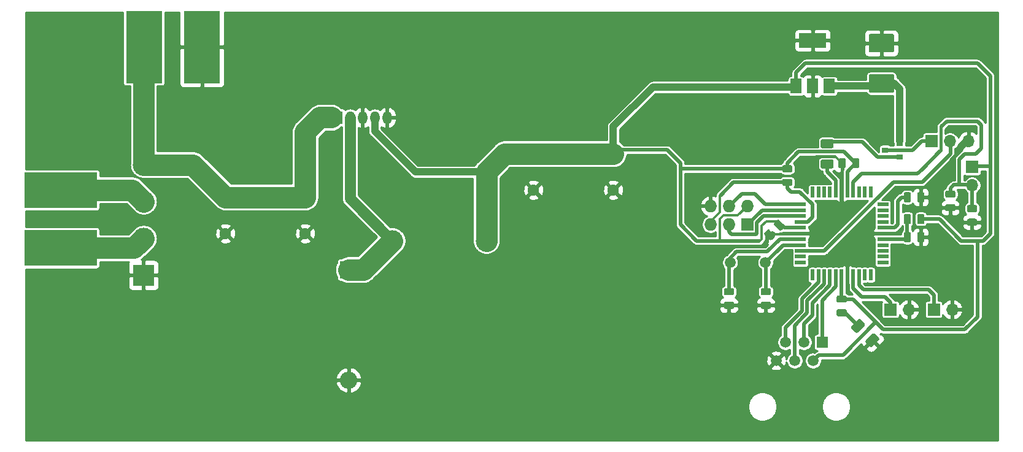
<source format=gtl>
G04 #@! TF.GenerationSoftware,KiCad,Pcbnew,5.1.5+dfsg1-2build2*
G04 #@! TF.CreationDate,2020-11-30T17:08:01+01:00*
G04 #@! TF.ProjectId,Nixie clock main board,4e697869-6520-4636-9c6f-636b206d6169,rev?*
G04 #@! TF.SameCoordinates,Original*
G04 #@! TF.FileFunction,Copper,L1,Top*
G04 #@! TF.FilePolarity,Positive*
%FSLAX46Y46*%
G04 Gerber Fmt 4.6, Leading zero omitted, Abs format (unit mm)*
G04 Created by KiCad (PCBNEW 5.1.5+dfsg1-2build2) date 2020-11-30 17:08:01*
%MOMM*%
%LPD*%
G04 APERTURE LIST*
%ADD10C,1.520000*%
%ADD11R,1.520000X1.520000*%
%ADD12C,0.150000*%
%ADD13R,1.500000X0.550000*%
%ADD14R,0.550000X1.500000*%
%ADD15C,3.000000*%
%ADD16R,3.000000X3.000000*%
%ADD17C,1.600000*%
%ADD18R,2.400000X2.400000*%
%ADD19O,2.400000X2.400000*%
%ADD20R,10.000000X5.000000*%
%ADD21R,1.727200X1.727200*%
%ADD22O,1.727200X1.727200*%
%ADD23R,5.000000X10.000000*%
%ADD24R,0.900000X0.800000*%
%ADD25R,1.275000X1.800000*%
%ADD26O,1.275000X1.800000*%
%ADD27R,3.800000X2.000000*%
%ADD28R,1.500000X2.000000*%
%ADD29C,1.500000*%
%ADD30O,1.700000X1.700000*%
%ADD31R,1.700000X1.700000*%
%ADD32C,1.016000*%
%ADD33C,0.508000*%
%ADD34C,0.400000*%
%ADD35C,0.350000*%
%ADD36C,3.000000*%
%ADD37C,1.500000*%
%ADD38C,0.254000*%
G04 APERTURE END LIST*
D10*
X125984000Y-66548000D03*
X127254000Y-64008000D03*
X128524000Y-66548000D03*
X129794000Y-64008000D03*
X131064000Y-66548000D03*
D11*
X132334000Y-64008000D03*
G04 #@! TA.AperFunction,SMDPad,CuDef*
D12*
G36*
X137205142Y-38601174D02*
G01*
X137228803Y-38604684D01*
X137252007Y-38610496D01*
X137274529Y-38618554D01*
X137296153Y-38628782D01*
X137316670Y-38641079D01*
X137335883Y-38655329D01*
X137353607Y-38671393D01*
X137369671Y-38689117D01*
X137383921Y-38708330D01*
X137396218Y-38728847D01*
X137406446Y-38750471D01*
X137414504Y-38772993D01*
X137420316Y-38796197D01*
X137423826Y-38819858D01*
X137425000Y-38843750D01*
X137425000Y-39756250D01*
X137423826Y-39780142D01*
X137420316Y-39803803D01*
X137414504Y-39827007D01*
X137406446Y-39849529D01*
X137396218Y-39871153D01*
X137383921Y-39891670D01*
X137369671Y-39910883D01*
X137353607Y-39928607D01*
X137335883Y-39944671D01*
X137316670Y-39958921D01*
X137296153Y-39971218D01*
X137274529Y-39981446D01*
X137252007Y-39989504D01*
X137228803Y-39995316D01*
X137205142Y-39998826D01*
X137181250Y-40000000D01*
X136693750Y-40000000D01*
X136669858Y-39998826D01*
X136646197Y-39995316D01*
X136622993Y-39989504D01*
X136600471Y-39981446D01*
X136578847Y-39971218D01*
X136558330Y-39958921D01*
X136539117Y-39944671D01*
X136521393Y-39928607D01*
X136505329Y-39910883D01*
X136491079Y-39891670D01*
X136478782Y-39871153D01*
X136468554Y-39849529D01*
X136460496Y-39827007D01*
X136454684Y-39803803D01*
X136451174Y-39780142D01*
X136450000Y-39756250D01*
X136450000Y-38843750D01*
X136451174Y-38819858D01*
X136454684Y-38796197D01*
X136460496Y-38772993D01*
X136468554Y-38750471D01*
X136478782Y-38728847D01*
X136491079Y-38708330D01*
X136505329Y-38689117D01*
X136521393Y-38671393D01*
X136539117Y-38655329D01*
X136558330Y-38641079D01*
X136578847Y-38628782D01*
X136600471Y-38618554D01*
X136622993Y-38610496D01*
X136646197Y-38604684D01*
X136669858Y-38601174D01*
X136693750Y-38600000D01*
X137181250Y-38600000D01*
X137205142Y-38601174D01*
G37*
G04 #@! TD.AperFunction*
G04 #@! TA.AperFunction,SMDPad,CuDef*
G36*
X135330142Y-38601174D02*
G01*
X135353803Y-38604684D01*
X135377007Y-38610496D01*
X135399529Y-38618554D01*
X135421153Y-38628782D01*
X135441670Y-38641079D01*
X135460883Y-38655329D01*
X135478607Y-38671393D01*
X135494671Y-38689117D01*
X135508921Y-38708330D01*
X135521218Y-38728847D01*
X135531446Y-38750471D01*
X135539504Y-38772993D01*
X135545316Y-38796197D01*
X135548826Y-38819858D01*
X135550000Y-38843750D01*
X135550000Y-39756250D01*
X135548826Y-39780142D01*
X135545316Y-39803803D01*
X135539504Y-39827007D01*
X135531446Y-39849529D01*
X135521218Y-39871153D01*
X135508921Y-39891670D01*
X135494671Y-39910883D01*
X135478607Y-39928607D01*
X135460883Y-39944671D01*
X135441670Y-39958921D01*
X135421153Y-39971218D01*
X135399529Y-39981446D01*
X135377007Y-39989504D01*
X135353803Y-39995316D01*
X135330142Y-39998826D01*
X135306250Y-40000000D01*
X134818750Y-40000000D01*
X134794858Y-39998826D01*
X134771197Y-39995316D01*
X134747993Y-39989504D01*
X134725471Y-39981446D01*
X134703847Y-39971218D01*
X134683330Y-39958921D01*
X134664117Y-39944671D01*
X134646393Y-39928607D01*
X134630329Y-39910883D01*
X134616079Y-39891670D01*
X134603782Y-39871153D01*
X134593554Y-39849529D01*
X134585496Y-39827007D01*
X134579684Y-39803803D01*
X134576174Y-39780142D01*
X134575000Y-39756250D01*
X134575000Y-38843750D01*
X134576174Y-38819858D01*
X134579684Y-38796197D01*
X134585496Y-38772993D01*
X134593554Y-38750471D01*
X134603782Y-38728847D01*
X134616079Y-38708330D01*
X134630329Y-38689117D01*
X134646393Y-38671393D01*
X134664117Y-38655329D01*
X134683330Y-38641079D01*
X134703847Y-38628782D01*
X134725471Y-38618554D01*
X134747993Y-38610496D01*
X134771197Y-38604684D01*
X134794858Y-38601174D01*
X134818750Y-38600000D01*
X135306250Y-38600000D01*
X135330142Y-38601174D01*
G37*
G04 #@! TD.AperFunction*
D13*
X129300000Y-45000000D03*
X129300000Y-45800000D03*
X129300000Y-46600000D03*
X129300000Y-47400000D03*
X129300000Y-48200000D03*
X129300000Y-49000000D03*
X129300000Y-49800000D03*
X129300000Y-50600000D03*
X129300000Y-51400000D03*
X129300000Y-52200000D03*
X129300000Y-53000000D03*
D14*
X131000000Y-54700000D03*
X131800000Y-54700000D03*
X132600000Y-54700000D03*
X133400000Y-54700000D03*
X134200000Y-54700000D03*
X135000000Y-54700000D03*
X135800000Y-54700000D03*
X136600000Y-54700000D03*
X137400000Y-54700000D03*
X138200000Y-54700000D03*
X139000000Y-54700000D03*
D13*
X140700000Y-53000000D03*
X140700000Y-52200000D03*
X140700000Y-51400000D03*
X140700000Y-50600000D03*
X140700000Y-49800000D03*
X140700000Y-49000000D03*
X140700000Y-48200000D03*
X140700000Y-47400000D03*
X140700000Y-46600000D03*
X140700000Y-45800000D03*
X140700000Y-45000000D03*
D14*
X139000000Y-43300000D03*
X138200000Y-43300000D03*
X137400000Y-43300000D03*
X136600000Y-43300000D03*
X135800000Y-43300000D03*
X135000000Y-43300000D03*
X134200000Y-43300000D03*
X133400000Y-43300000D03*
X132600000Y-43300000D03*
X131800000Y-43300000D03*
X131000000Y-43300000D03*
D15*
X73000000Y-50000000D03*
X86000000Y-50000000D03*
X38700000Y-49670000D03*
X38700000Y-44590000D03*
D16*
X38700000Y-54750000D03*
D15*
X38700000Y-39510000D03*
D17*
X50000000Y-49000000D03*
X50000000Y-44000000D03*
X61000000Y-44000000D03*
X61000000Y-49000000D03*
X92500000Y-43000000D03*
X92500000Y-38000000D03*
X103500000Y-38000000D03*
X103500000Y-43000000D03*
G04 #@! TA.AperFunction,SMDPad,CuDef*
D12*
G36*
X146205142Y-43301174D02*
G01*
X146228803Y-43304684D01*
X146252007Y-43310496D01*
X146274529Y-43318554D01*
X146296153Y-43328782D01*
X146316670Y-43341079D01*
X146335883Y-43355329D01*
X146353607Y-43371393D01*
X146369671Y-43389117D01*
X146383921Y-43408330D01*
X146396218Y-43428847D01*
X146406446Y-43450471D01*
X146414504Y-43472993D01*
X146420316Y-43496197D01*
X146423826Y-43519858D01*
X146425000Y-43543750D01*
X146425000Y-44456250D01*
X146423826Y-44480142D01*
X146420316Y-44503803D01*
X146414504Y-44527007D01*
X146406446Y-44549529D01*
X146396218Y-44571153D01*
X146383921Y-44591670D01*
X146369671Y-44610883D01*
X146353607Y-44628607D01*
X146335883Y-44644671D01*
X146316670Y-44658921D01*
X146296153Y-44671218D01*
X146274529Y-44681446D01*
X146252007Y-44689504D01*
X146228803Y-44695316D01*
X146205142Y-44698826D01*
X146181250Y-44700000D01*
X145693750Y-44700000D01*
X145669858Y-44698826D01*
X145646197Y-44695316D01*
X145622993Y-44689504D01*
X145600471Y-44681446D01*
X145578847Y-44671218D01*
X145558330Y-44658921D01*
X145539117Y-44644671D01*
X145521393Y-44628607D01*
X145505329Y-44610883D01*
X145491079Y-44591670D01*
X145478782Y-44571153D01*
X145468554Y-44549529D01*
X145460496Y-44527007D01*
X145454684Y-44503803D01*
X145451174Y-44480142D01*
X145450000Y-44456250D01*
X145450000Y-43543750D01*
X145451174Y-43519858D01*
X145454684Y-43496197D01*
X145460496Y-43472993D01*
X145468554Y-43450471D01*
X145478782Y-43428847D01*
X145491079Y-43408330D01*
X145505329Y-43389117D01*
X145521393Y-43371393D01*
X145539117Y-43355329D01*
X145558330Y-43341079D01*
X145578847Y-43328782D01*
X145600471Y-43318554D01*
X145622993Y-43310496D01*
X145646197Y-43304684D01*
X145669858Y-43301174D01*
X145693750Y-43300000D01*
X146181250Y-43300000D01*
X146205142Y-43301174D01*
G37*
G04 #@! TD.AperFunction*
G04 #@! TA.AperFunction,SMDPad,CuDef*
G36*
X144330142Y-43301174D02*
G01*
X144353803Y-43304684D01*
X144377007Y-43310496D01*
X144399529Y-43318554D01*
X144421153Y-43328782D01*
X144441670Y-43341079D01*
X144460883Y-43355329D01*
X144478607Y-43371393D01*
X144494671Y-43389117D01*
X144508921Y-43408330D01*
X144521218Y-43428847D01*
X144531446Y-43450471D01*
X144539504Y-43472993D01*
X144545316Y-43496197D01*
X144548826Y-43519858D01*
X144550000Y-43543750D01*
X144550000Y-44456250D01*
X144548826Y-44480142D01*
X144545316Y-44503803D01*
X144539504Y-44527007D01*
X144531446Y-44549529D01*
X144521218Y-44571153D01*
X144508921Y-44591670D01*
X144494671Y-44610883D01*
X144478607Y-44628607D01*
X144460883Y-44644671D01*
X144441670Y-44658921D01*
X144421153Y-44671218D01*
X144399529Y-44681446D01*
X144377007Y-44689504D01*
X144353803Y-44695316D01*
X144330142Y-44698826D01*
X144306250Y-44700000D01*
X143818750Y-44700000D01*
X143794858Y-44698826D01*
X143771197Y-44695316D01*
X143747993Y-44689504D01*
X143725471Y-44681446D01*
X143703847Y-44671218D01*
X143683330Y-44658921D01*
X143664117Y-44644671D01*
X143646393Y-44628607D01*
X143630329Y-44610883D01*
X143616079Y-44591670D01*
X143603782Y-44571153D01*
X143593554Y-44549529D01*
X143585496Y-44527007D01*
X143579684Y-44503803D01*
X143576174Y-44480142D01*
X143575000Y-44456250D01*
X143575000Y-43543750D01*
X143576174Y-43519858D01*
X143579684Y-43496197D01*
X143585496Y-43472993D01*
X143593554Y-43450471D01*
X143603782Y-43428847D01*
X143616079Y-43408330D01*
X143630329Y-43389117D01*
X143646393Y-43371393D01*
X143664117Y-43355329D01*
X143683330Y-43341079D01*
X143703847Y-43328782D01*
X143725471Y-43318554D01*
X143747993Y-43310496D01*
X143771197Y-43304684D01*
X143794858Y-43301174D01*
X143818750Y-43300000D01*
X144306250Y-43300000D01*
X144330142Y-43301174D01*
G37*
G04 #@! TD.AperFunction*
G04 #@! TA.AperFunction,SMDPad,CuDef*
G36*
X124940719Y-48439362D02*
G01*
X124964380Y-48442872D01*
X124987584Y-48448684D01*
X125010106Y-48456742D01*
X125031730Y-48466970D01*
X125052247Y-48479267D01*
X125071460Y-48493517D01*
X125089184Y-48509581D01*
X125734419Y-49154816D01*
X125750483Y-49172540D01*
X125764733Y-49191753D01*
X125777030Y-49212270D01*
X125787258Y-49233894D01*
X125795316Y-49256416D01*
X125801128Y-49279620D01*
X125804638Y-49303281D01*
X125805812Y-49327173D01*
X125804638Y-49351065D01*
X125801128Y-49374726D01*
X125795316Y-49397930D01*
X125787258Y-49420452D01*
X125777030Y-49442076D01*
X125764733Y-49462593D01*
X125750483Y-49481806D01*
X125734419Y-49499530D01*
X125389704Y-49844245D01*
X125371980Y-49860309D01*
X125352767Y-49874559D01*
X125332250Y-49886856D01*
X125310626Y-49897084D01*
X125288104Y-49905142D01*
X125264900Y-49910954D01*
X125241239Y-49914464D01*
X125217347Y-49915638D01*
X125193455Y-49914464D01*
X125169794Y-49910954D01*
X125146590Y-49905142D01*
X125124068Y-49897084D01*
X125102444Y-49886856D01*
X125081927Y-49874559D01*
X125062714Y-49860309D01*
X125044990Y-49844245D01*
X124399755Y-49199010D01*
X124383691Y-49181286D01*
X124369441Y-49162073D01*
X124357144Y-49141556D01*
X124346916Y-49119932D01*
X124338858Y-49097410D01*
X124333046Y-49074206D01*
X124329536Y-49050545D01*
X124328362Y-49026653D01*
X124329536Y-49002761D01*
X124333046Y-48979100D01*
X124338858Y-48955896D01*
X124346916Y-48933374D01*
X124357144Y-48911750D01*
X124369441Y-48891233D01*
X124383691Y-48872020D01*
X124399755Y-48854296D01*
X124744470Y-48509581D01*
X124762194Y-48493517D01*
X124781407Y-48479267D01*
X124801924Y-48466970D01*
X124823548Y-48456742D01*
X124846070Y-48448684D01*
X124869274Y-48442872D01*
X124892935Y-48439362D01*
X124916827Y-48438188D01*
X124940719Y-48439362D01*
G37*
G04 #@! TD.AperFunction*
G04 #@! TA.AperFunction,SMDPad,CuDef*
G36*
X126266545Y-47113536D02*
G01*
X126290206Y-47117046D01*
X126313410Y-47122858D01*
X126335932Y-47130916D01*
X126357556Y-47141144D01*
X126378073Y-47153441D01*
X126397286Y-47167691D01*
X126415010Y-47183755D01*
X127060245Y-47828990D01*
X127076309Y-47846714D01*
X127090559Y-47865927D01*
X127102856Y-47886444D01*
X127113084Y-47908068D01*
X127121142Y-47930590D01*
X127126954Y-47953794D01*
X127130464Y-47977455D01*
X127131638Y-48001347D01*
X127130464Y-48025239D01*
X127126954Y-48048900D01*
X127121142Y-48072104D01*
X127113084Y-48094626D01*
X127102856Y-48116250D01*
X127090559Y-48136767D01*
X127076309Y-48155980D01*
X127060245Y-48173704D01*
X126715530Y-48518419D01*
X126697806Y-48534483D01*
X126678593Y-48548733D01*
X126658076Y-48561030D01*
X126636452Y-48571258D01*
X126613930Y-48579316D01*
X126590726Y-48585128D01*
X126567065Y-48588638D01*
X126543173Y-48589812D01*
X126519281Y-48588638D01*
X126495620Y-48585128D01*
X126472416Y-48579316D01*
X126449894Y-48571258D01*
X126428270Y-48561030D01*
X126407753Y-48548733D01*
X126388540Y-48534483D01*
X126370816Y-48518419D01*
X125725581Y-47873184D01*
X125709517Y-47855460D01*
X125695267Y-47836247D01*
X125682970Y-47815730D01*
X125672742Y-47794106D01*
X125664684Y-47771584D01*
X125658872Y-47748380D01*
X125655362Y-47724719D01*
X125654188Y-47700827D01*
X125655362Y-47676935D01*
X125658872Y-47653274D01*
X125664684Y-47630070D01*
X125672742Y-47607548D01*
X125682970Y-47585924D01*
X125695267Y-47565407D01*
X125709517Y-47546194D01*
X125725581Y-47528470D01*
X126070296Y-47183755D01*
X126088020Y-47167691D01*
X126107233Y-47153441D01*
X126127750Y-47141144D01*
X126149374Y-47130916D01*
X126171896Y-47122858D01*
X126195100Y-47117046D01*
X126218761Y-47113536D01*
X126242653Y-47112362D01*
X126266545Y-47113536D01*
G37*
G04 #@! TD.AperFunction*
G04 #@! TA.AperFunction,SMDPad,CuDef*
G36*
X135480142Y-57576174D02*
G01*
X135503803Y-57579684D01*
X135527007Y-57585496D01*
X135549529Y-57593554D01*
X135571153Y-57603782D01*
X135591670Y-57616079D01*
X135610883Y-57630329D01*
X135628607Y-57646393D01*
X135644671Y-57664117D01*
X135658921Y-57683330D01*
X135671218Y-57703847D01*
X135681446Y-57725471D01*
X135689504Y-57747993D01*
X135695316Y-57771197D01*
X135698826Y-57794858D01*
X135700000Y-57818750D01*
X135700000Y-58306250D01*
X135698826Y-58330142D01*
X135695316Y-58353803D01*
X135689504Y-58377007D01*
X135681446Y-58399529D01*
X135671218Y-58421153D01*
X135658921Y-58441670D01*
X135644671Y-58460883D01*
X135628607Y-58478607D01*
X135610883Y-58494671D01*
X135591670Y-58508921D01*
X135571153Y-58521218D01*
X135549529Y-58531446D01*
X135527007Y-58539504D01*
X135503803Y-58545316D01*
X135480142Y-58548826D01*
X135456250Y-58550000D01*
X134543750Y-58550000D01*
X134519858Y-58548826D01*
X134496197Y-58545316D01*
X134472993Y-58539504D01*
X134450471Y-58531446D01*
X134428847Y-58521218D01*
X134408330Y-58508921D01*
X134389117Y-58494671D01*
X134371393Y-58478607D01*
X134355329Y-58460883D01*
X134341079Y-58441670D01*
X134328782Y-58421153D01*
X134318554Y-58399529D01*
X134310496Y-58377007D01*
X134304684Y-58353803D01*
X134301174Y-58330142D01*
X134300000Y-58306250D01*
X134300000Y-57818750D01*
X134301174Y-57794858D01*
X134304684Y-57771197D01*
X134310496Y-57747993D01*
X134318554Y-57725471D01*
X134328782Y-57703847D01*
X134341079Y-57683330D01*
X134355329Y-57664117D01*
X134371393Y-57646393D01*
X134389117Y-57630329D01*
X134408330Y-57616079D01*
X134428847Y-57603782D01*
X134450471Y-57593554D01*
X134472993Y-57585496D01*
X134496197Y-57579684D01*
X134519858Y-57576174D01*
X134543750Y-57575000D01*
X135456250Y-57575000D01*
X135480142Y-57576174D01*
G37*
G04 #@! TD.AperFunction*
G04 #@! TA.AperFunction,SMDPad,CuDef*
G36*
X135480142Y-59451174D02*
G01*
X135503803Y-59454684D01*
X135527007Y-59460496D01*
X135549529Y-59468554D01*
X135571153Y-59478782D01*
X135591670Y-59491079D01*
X135610883Y-59505329D01*
X135628607Y-59521393D01*
X135644671Y-59539117D01*
X135658921Y-59558330D01*
X135671218Y-59578847D01*
X135681446Y-59600471D01*
X135689504Y-59622993D01*
X135695316Y-59646197D01*
X135698826Y-59669858D01*
X135700000Y-59693750D01*
X135700000Y-60181250D01*
X135698826Y-60205142D01*
X135695316Y-60228803D01*
X135689504Y-60252007D01*
X135681446Y-60274529D01*
X135671218Y-60296153D01*
X135658921Y-60316670D01*
X135644671Y-60335883D01*
X135628607Y-60353607D01*
X135610883Y-60369671D01*
X135591670Y-60383921D01*
X135571153Y-60396218D01*
X135549529Y-60406446D01*
X135527007Y-60414504D01*
X135503803Y-60420316D01*
X135480142Y-60423826D01*
X135456250Y-60425000D01*
X134543750Y-60425000D01*
X134519858Y-60423826D01*
X134496197Y-60420316D01*
X134472993Y-60414504D01*
X134450471Y-60406446D01*
X134428847Y-60396218D01*
X134408330Y-60383921D01*
X134389117Y-60369671D01*
X134371393Y-60353607D01*
X134355329Y-60335883D01*
X134341079Y-60316670D01*
X134328782Y-60296153D01*
X134318554Y-60274529D01*
X134310496Y-60252007D01*
X134304684Y-60228803D01*
X134301174Y-60205142D01*
X134300000Y-60181250D01*
X134300000Y-59693750D01*
X134301174Y-59669858D01*
X134304684Y-59646197D01*
X134310496Y-59622993D01*
X134318554Y-59600471D01*
X134328782Y-59578847D01*
X134341079Y-59558330D01*
X134355329Y-59539117D01*
X134371393Y-59521393D01*
X134389117Y-59505329D01*
X134408330Y-59491079D01*
X134428847Y-59478782D01*
X134450471Y-59468554D01*
X134472993Y-59460496D01*
X134496197Y-59454684D01*
X134519858Y-59451174D01*
X134543750Y-59450000D01*
X135456250Y-59450000D01*
X135480142Y-59451174D01*
G37*
G04 #@! TD.AperFunction*
G04 #@! TA.AperFunction,SMDPad,CuDef*
G36*
X144330142Y-48801174D02*
G01*
X144353803Y-48804684D01*
X144377007Y-48810496D01*
X144399529Y-48818554D01*
X144421153Y-48828782D01*
X144441670Y-48841079D01*
X144460883Y-48855329D01*
X144478607Y-48871393D01*
X144494671Y-48889117D01*
X144508921Y-48908330D01*
X144521218Y-48928847D01*
X144531446Y-48950471D01*
X144539504Y-48972993D01*
X144545316Y-48996197D01*
X144548826Y-49019858D01*
X144550000Y-49043750D01*
X144550000Y-49956250D01*
X144548826Y-49980142D01*
X144545316Y-50003803D01*
X144539504Y-50027007D01*
X144531446Y-50049529D01*
X144521218Y-50071153D01*
X144508921Y-50091670D01*
X144494671Y-50110883D01*
X144478607Y-50128607D01*
X144460883Y-50144671D01*
X144441670Y-50158921D01*
X144421153Y-50171218D01*
X144399529Y-50181446D01*
X144377007Y-50189504D01*
X144353803Y-50195316D01*
X144330142Y-50198826D01*
X144306250Y-50200000D01*
X143818750Y-50200000D01*
X143794858Y-50198826D01*
X143771197Y-50195316D01*
X143747993Y-50189504D01*
X143725471Y-50181446D01*
X143703847Y-50171218D01*
X143683330Y-50158921D01*
X143664117Y-50144671D01*
X143646393Y-50128607D01*
X143630329Y-50110883D01*
X143616079Y-50091670D01*
X143603782Y-50071153D01*
X143593554Y-50049529D01*
X143585496Y-50027007D01*
X143579684Y-50003803D01*
X143576174Y-49980142D01*
X143575000Y-49956250D01*
X143575000Y-49043750D01*
X143576174Y-49019858D01*
X143579684Y-48996197D01*
X143585496Y-48972993D01*
X143593554Y-48950471D01*
X143603782Y-48928847D01*
X143616079Y-48908330D01*
X143630329Y-48889117D01*
X143646393Y-48871393D01*
X143664117Y-48855329D01*
X143683330Y-48841079D01*
X143703847Y-48828782D01*
X143725471Y-48818554D01*
X143747993Y-48810496D01*
X143771197Y-48804684D01*
X143794858Y-48801174D01*
X143818750Y-48800000D01*
X144306250Y-48800000D01*
X144330142Y-48801174D01*
G37*
G04 #@! TD.AperFunction*
G04 #@! TA.AperFunction,SMDPad,CuDef*
G36*
X146205142Y-48801174D02*
G01*
X146228803Y-48804684D01*
X146252007Y-48810496D01*
X146274529Y-48818554D01*
X146296153Y-48828782D01*
X146316670Y-48841079D01*
X146335883Y-48855329D01*
X146353607Y-48871393D01*
X146369671Y-48889117D01*
X146383921Y-48908330D01*
X146396218Y-48928847D01*
X146406446Y-48950471D01*
X146414504Y-48972993D01*
X146420316Y-48996197D01*
X146423826Y-49019858D01*
X146425000Y-49043750D01*
X146425000Y-49956250D01*
X146423826Y-49980142D01*
X146420316Y-50003803D01*
X146414504Y-50027007D01*
X146406446Y-50049529D01*
X146396218Y-50071153D01*
X146383921Y-50091670D01*
X146369671Y-50110883D01*
X146353607Y-50128607D01*
X146335883Y-50144671D01*
X146316670Y-50158921D01*
X146296153Y-50171218D01*
X146274529Y-50181446D01*
X146252007Y-50189504D01*
X146228803Y-50195316D01*
X146205142Y-50198826D01*
X146181250Y-50200000D01*
X145693750Y-50200000D01*
X145669858Y-50198826D01*
X145646197Y-50195316D01*
X145622993Y-50189504D01*
X145600471Y-50181446D01*
X145578847Y-50171218D01*
X145558330Y-50158921D01*
X145539117Y-50144671D01*
X145521393Y-50128607D01*
X145505329Y-50110883D01*
X145491079Y-50091670D01*
X145478782Y-50071153D01*
X145468554Y-50049529D01*
X145460496Y-50027007D01*
X145454684Y-50003803D01*
X145451174Y-49980142D01*
X145450000Y-49956250D01*
X145450000Y-49043750D01*
X145451174Y-49019858D01*
X145454684Y-48996197D01*
X145460496Y-48972993D01*
X145468554Y-48950471D01*
X145478782Y-48928847D01*
X145491079Y-48908330D01*
X145505329Y-48889117D01*
X145521393Y-48871393D01*
X145539117Y-48855329D01*
X145558330Y-48841079D01*
X145578847Y-48828782D01*
X145600471Y-48818554D01*
X145622993Y-48810496D01*
X145646197Y-48804684D01*
X145669858Y-48801174D01*
X145693750Y-48800000D01*
X146181250Y-48800000D01*
X146205142Y-48801174D01*
G37*
G04 #@! TD.AperFunction*
G04 #@! TA.AperFunction,SMDPad,CuDef*
G36*
X150480142Y-43076174D02*
G01*
X150503803Y-43079684D01*
X150527007Y-43085496D01*
X150549529Y-43093554D01*
X150571153Y-43103782D01*
X150591670Y-43116079D01*
X150610883Y-43130329D01*
X150628607Y-43146393D01*
X150644671Y-43164117D01*
X150658921Y-43183330D01*
X150671218Y-43203847D01*
X150681446Y-43225471D01*
X150689504Y-43247993D01*
X150695316Y-43271197D01*
X150698826Y-43294858D01*
X150700000Y-43318750D01*
X150700000Y-43806250D01*
X150698826Y-43830142D01*
X150695316Y-43853803D01*
X150689504Y-43877007D01*
X150681446Y-43899529D01*
X150671218Y-43921153D01*
X150658921Y-43941670D01*
X150644671Y-43960883D01*
X150628607Y-43978607D01*
X150610883Y-43994671D01*
X150591670Y-44008921D01*
X150571153Y-44021218D01*
X150549529Y-44031446D01*
X150527007Y-44039504D01*
X150503803Y-44045316D01*
X150480142Y-44048826D01*
X150456250Y-44050000D01*
X149543750Y-44050000D01*
X149519858Y-44048826D01*
X149496197Y-44045316D01*
X149472993Y-44039504D01*
X149450471Y-44031446D01*
X149428847Y-44021218D01*
X149408330Y-44008921D01*
X149389117Y-43994671D01*
X149371393Y-43978607D01*
X149355329Y-43960883D01*
X149341079Y-43941670D01*
X149328782Y-43921153D01*
X149318554Y-43899529D01*
X149310496Y-43877007D01*
X149304684Y-43853803D01*
X149301174Y-43830142D01*
X149300000Y-43806250D01*
X149300000Y-43318750D01*
X149301174Y-43294858D01*
X149304684Y-43271197D01*
X149310496Y-43247993D01*
X149318554Y-43225471D01*
X149328782Y-43203847D01*
X149341079Y-43183330D01*
X149355329Y-43164117D01*
X149371393Y-43146393D01*
X149389117Y-43130329D01*
X149408330Y-43116079D01*
X149428847Y-43103782D01*
X149450471Y-43093554D01*
X149472993Y-43085496D01*
X149496197Y-43079684D01*
X149519858Y-43076174D01*
X149543750Y-43075000D01*
X150456250Y-43075000D01*
X150480142Y-43076174D01*
G37*
G04 #@! TD.AperFunction*
G04 #@! TA.AperFunction,SMDPad,CuDef*
G36*
X150480142Y-44951174D02*
G01*
X150503803Y-44954684D01*
X150527007Y-44960496D01*
X150549529Y-44968554D01*
X150571153Y-44978782D01*
X150591670Y-44991079D01*
X150610883Y-45005329D01*
X150628607Y-45021393D01*
X150644671Y-45039117D01*
X150658921Y-45058330D01*
X150671218Y-45078847D01*
X150681446Y-45100471D01*
X150689504Y-45122993D01*
X150695316Y-45146197D01*
X150698826Y-45169858D01*
X150700000Y-45193750D01*
X150700000Y-45681250D01*
X150698826Y-45705142D01*
X150695316Y-45728803D01*
X150689504Y-45752007D01*
X150681446Y-45774529D01*
X150671218Y-45796153D01*
X150658921Y-45816670D01*
X150644671Y-45835883D01*
X150628607Y-45853607D01*
X150610883Y-45869671D01*
X150591670Y-45883921D01*
X150571153Y-45896218D01*
X150549529Y-45906446D01*
X150527007Y-45914504D01*
X150503803Y-45920316D01*
X150480142Y-45923826D01*
X150456250Y-45925000D01*
X149543750Y-45925000D01*
X149519858Y-45923826D01*
X149496197Y-45920316D01*
X149472993Y-45914504D01*
X149450471Y-45906446D01*
X149428847Y-45896218D01*
X149408330Y-45883921D01*
X149389117Y-45869671D01*
X149371393Y-45853607D01*
X149355329Y-45835883D01*
X149341079Y-45816670D01*
X149328782Y-45796153D01*
X149318554Y-45774529D01*
X149310496Y-45752007D01*
X149304684Y-45728803D01*
X149301174Y-45705142D01*
X149300000Y-45681250D01*
X149300000Y-45193750D01*
X149301174Y-45169858D01*
X149304684Y-45146197D01*
X149310496Y-45122993D01*
X149318554Y-45100471D01*
X149328782Y-45078847D01*
X149341079Y-45058330D01*
X149355329Y-45039117D01*
X149371393Y-45021393D01*
X149389117Y-45005329D01*
X149408330Y-44991079D01*
X149428847Y-44978782D01*
X149450471Y-44968554D01*
X149472993Y-44960496D01*
X149496197Y-44954684D01*
X149519858Y-44951174D01*
X149543750Y-44950000D01*
X150456250Y-44950000D01*
X150480142Y-44951174D01*
G37*
G04 #@! TD.AperFunction*
G04 #@! TA.AperFunction,SMDPad,CuDef*
G36*
X142024505Y-27001204D02*
G01*
X142048773Y-27004804D01*
X142072572Y-27010765D01*
X142095671Y-27019030D01*
X142117850Y-27029520D01*
X142138893Y-27042132D01*
X142158599Y-27056747D01*
X142176777Y-27073223D01*
X142193253Y-27091401D01*
X142207868Y-27111107D01*
X142220480Y-27132150D01*
X142230970Y-27154329D01*
X142239235Y-27177428D01*
X142245196Y-27201227D01*
X142248796Y-27225495D01*
X142250000Y-27249999D01*
X142250000Y-29300001D01*
X142248796Y-29324505D01*
X142245196Y-29348773D01*
X142239235Y-29372572D01*
X142230970Y-29395671D01*
X142220480Y-29417850D01*
X142207868Y-29438893D01*
X142193253Y-29458599D01*
X142176777Y-29476777D01*
X142158599Y-29493253D01*
X142138893Y-29507868D01*
X142117850Y-29520480D01*
X142095671Y-29530970D01*
X142072572Y-29539235D01*
X142048773Y-29545196D01*
X142024505Y-29548796D01*
X142000001Y-29550000D01*
X138999999Y-29550000D01*
X138975495Y-29548796D01*
X138951227Y-29545196D01*
X138927428Y-29539235D01*
X138904329Y-29530970D01*
X138882150Y-29520480D01*
X138861107Y-29507868D01*
X138841401Y-29493253D01*
X138823223Y-29476777D01*
X138806747Y-29458599D01*
X138792132Y-29438893D01*
X138779520Y-29417850D01*
X138769030Y-29395671D01*
X138760765Y-29372572D01*
X138754804Y-29348773D01*
X138751204Y-29324505D01*
X138750000Y-29300001D01*
X138750000Y-27249999D01*
X138751204Y-27225495D01*
X138754804Y-27201227D01*
X138760765Y-27177428D01*
X138769030Y-27154329D01*
X138779520Y-27132150D01*
X138792132Y-27111107D01*
X138806747Y-27091401D01*
X138823223Y-27073223D01*
X138841401Y-27056747D01*
X138861107Y-27042132D01*
X138882150Y-27029520D01*
X138904329Y-27019030D01*
X138927428Y-27010765D01*
X138951227Y-27004804D01*
X138975495Y-27001204D01*
X138999999Y-27000000D01*
X142000001Y-27000000D01*
X142024505Y-27001204D01*
G37*
G04 #@! TD.AperFunction*
G04 #@! TA.AperFunction,SMDPad,CuDef*
G36*
X142024505Y-21451204D02*
G01*
X142048773Y-21454804D01*
X142072572Y-21460765D01*
X142095671Y-21469030D01*
X142117850Y-21479520D01*
X142138893Y-21492132D01*
X142158599Y-21506747D01*
X142176777Y-21523223D01*
X142193253Y-21541401D01*
X142207868Y-21561107D01*
X142220480Y-21582150D01*
X142230970Y-21604329D01*
X142239235Y-21627428D01*
X142245196Y-21651227D01*
X142248796Y-21675495D01*
X142250000Y-21699999D01*
X142250000Y-23750001D01*
X142248796Y-23774505D01*
X142245196Y-23798773D01*
X142239235Y-23822572D01*
X142230970Y-23845671D01*
X142220480Y-23867850D01*
X142207868Y-23888893D01*
X142193253Y-23908599D01*
X142176777Y-23926777D01*
X142158599Y-23943253D01*
X142138893Y-23957868D01*
X142117850Y-23970480D01*
X142095671Y-23980970D01*
X142072572Y-23989235D01*
X142048773Y-23995196D01*
X142024505Y-23998796D01*
X142000001Y-24000000D01*
X138999999Y-24000000D01*
X138975495Y-23998796D01*
X138951227Y-23995196D01*
X138927428Y-23989235D01*
X138904329Y-23980970D01*
X138882150Y-23970480D01*
X138861107Y-23957868D01*
X138841401Y-23943253D01*
X138823223Y-23926777D01*
X138806747Y-23908599D01*
X138792132Y-23888893D01*
X138779520Y-23867850D01*
X138769030Y-23845671D01*
X138760765Y-23822572D01*
X138754804Y-23798773D01*
X138751204Y-23774505D01*
X138750000Y-23750001D01*
X138750000Y-21699999D01*
X138751204Y-21675495D01*
X138754804Y-21651227D01*
X138760765Y-21627428D01*
X138769030Y-21604329D01*
X138779520Y-21582150D01*
X138792132Y-21561107D01*
X138806747Y-21541401D01*
X138823223Y-21523223D01*
X138841401Y-21506747D01*
X138861107Y-21492132D01*
X138882150Y-21479520D01*
X138904329Y-21469030D01*
X138927428Y-21460765D01*
X138951227Y-21454804D01*
X138975495Y-21451204D01*
X138999999Y-21450000D01*
X142000001Y-21450000D01*
X142024505Y-21451204D01*
G37*
G04 #@! TD.AperFunction*
G04 #@! TA.AperFunction,SMDPad,CuDef*
G36*
X119940142Y-58431174D02*
G01*
X119963803Y-58434684D01*
X119987007Y-58440496D01*
X120009529Y-58448554D01*
X120031153Y-58458782D01*
X120051670Y-58471079D01*
X120070883Y-58485329D01*
X120088607Y-58501393D01*
X120104671Y-58519117D01*
X120118921Y-58538330D01*
X120131218Y-58558847D01*
X120141446Y-58580471D01*
X120149504Y-58602993D01*
X120155316Y-58626197D01*
X120158826Y-58649858D01*
X120160000Y-58673750D01*
X120160000Y-59161250D01*
X120158826Y-59185142D01*
X120155316Y-59208803D01*
X120149504Y-59232007D01*
X120141446Y-59254529D01*
X120131218Y-59276153D01*
X120118921Y-59296670D01*
X120104671Y-59315883D01*
X120088607Y-59333607D01*
X120070883Y-59349671D01*
X120051670Y-59363921D01*
X120031153Y-59376218D01*
X120009529Y-59386446D01*
X119987007Y-59394504D01*
X119963803Y-59400316D01*
X119940142Y-59403826D01*
X119916250Y-59405000D01*
X119003750Y-59405000D01*
X118979858Y-59403826D01*
X118956197Y-59400316D01*
X118932993Y-59394504D01*
X118910471Y-59386446D01*
X118888847Y-59376218D01*
X118868330Y-59363921D01*
X118849117Y-59349671D01*
X118831393Y-59333607D01*
X118815329Y-59315883D01*
X118801079Y-59296670D01*
X118788782Y-59276153D01*
X118778554Y-59254529D01*
X118770496Y-59232007D01*
X118764684Y-59208803D01*
X118761174Y-59185142D01*
X118760000Y-59161250D01*
X118760000Y-58673750D01*
X118761174Y-58649858D01*
X118764684Y-58626197D01*
X118770496Y-58602993D01*
X118778554Y-58580471D01*
X118788782Y-58558847D01*
X118801079Y-58538330D01*
X118815329Y-58519117D01*
X118831393Y-58501393D01*
X118849117Y-58485329D01*
X118868330Y-58471079D01*
X118888847Y-58458782D01*
X118910471Y-58448554D01*
X118932993Y-58440496D01*
X118956197Y-58434684D01*
X118979858Y-58431174D01*
X119003750Y-58430000D01*
X119916250Y-58430000D01*
X119940142Y-58431174D01*
G37*
G04 #@! TD.AperFunction*
G04 #@! TA.AperFunction,SMDPad,CuDef*
G36*
X119940142Y-56556174D02*
G01*
X119963803Y-56559684D01*
X119987007Y-56565496D01*
X120009529Y-56573554D01*
X120031153Y-56583782D01*
X120051670Y-56596079D01*
X120070883Y-56610329D01*
X120088607Y-56626393D01*
X120104671Y-56644117D01*
X120118921Y-56663330D01*
X120131218Y-56683847D01*
X120141446Y-56705471D01*
X120149504Y-56727993D01*
X120155316Y-56751197D01*
X120158826Y-56774858D01*
X120160000Y-56798750D01*
X120160000Y-57286250D01*
X120158826Y-57310142D01*
X120155316Y-57333803D01*
X120149504Y-57357007D01*
X120141446Y-57379529D01*
X120131218Y-57401153D01*
X120118921Y-57421670D01*
X120104671Y-57440883D01*
X120088607Y-57458607D01*
X120070883Y-57474671D01*
X120051670Y-57488921D01*
X120031153Y-57501218D01*
X120009529Y-57511446D01*
X119987007Y-57519504D01*
X119963803Y-57525316D01*
X119940142Y-57528826D01*
X119916250Y-57530000D01*
X119003750Y-57530000D01*
X118979858Y-57528826D01*
X118956197Y-57525316D01*
X118932993Y-57519504D01*
X118910471Y-57511446D01*
X118888847Y-57501218D01*
X118868330Y-57488921D01*
X118849117Y-57474671D01*
X118831393Y-57458607D01*
X118815329Y-57440883D01*
X118801079Y-57421670D01*
X118788782Y-57401153D01*
X118778554Y-57379529D01*
X118770496Y-57357007D01*
X118764684Y-57333803D01*
X118761174Y-57310142D01*
X118760000Y-57286250D01*
X118760000Y-56798750D01*
X118761174Y-56774858D01*
X118764684Y-56751197D01*
X118770496Y-56727993D01*
X118778554Y-56705471D01*
X118788782Y-56683847D01*
X118801079Y-56663330D01*
X118815329Y-56644117D01*
X118831393Y-56626393D01*
X118849117Y-56610329D01*
X118868330Y-56596079D01*
X118888847Y-56583782D01*
X118910471Y-56573554D01*
X118932993Y-56565496D01*
X118956197Y-56559684D01*
X118979858Y-56556174D01*
X119003750Y-56555000D01*
X119916250Y-56555000D01*
X119940142Y-56556174D01*
G37*
G04 #@! TD.AperFunction*
G04 #@! TA.AperFunction,SMDPad,CuDef*
G36*
X125020142Y-56556174D02*
G01*
X125043803Y-56559684D01*
X125067007Y-56565496D01*
X125089529Y-56573554D01*
X125111153Y-56583782D01*
X125131670Y-56596079D01*
X125150883Y-56610329D01*
X125168607Y-56626393D01*
X125184671Y-56644117D01*
X125198921Y-56663330D01*
X125211218Y-56683847D01*
X125221446Y-56705471D01*
X125229504Y-56727993D01*
X125235316Y-56751197D01*
X125238826Y-56774858D01*
X125240000Y-56798750D01*
X125240000Y-57286250D01*
X125238826Y-57310142D01*
X125235316Y-57333803D01*
X125229504Y-57357007D01*
X125221446Y-57379529D01*
X125211218Y-57401153D01*
X125198921Y-57421670D01*
X125184671Y-57440883D01*
X125168607Y-57458607D01*
X125150883Y-57474671D01*
X125131670Y-57488921D01*
X125111153Y-57501218D01*
X125089529Y-57511446D01*
X125067007Y-57519504D01*
X125043803Y-57525316D01*
X125020142Y-57528826D01*
X124996250Y-57530000D01*
X124083750Y-57530000D01*
X124059858Y-57528826D01*
X124036197Y-57525316D01*
X124012993Y-57519504D01*
X123990471Y-57511446D01*
X123968847Y-57501218D01*
X123948330Y-57488921D01*
X123929117Y-57474671D01*
X123911393Y-57458607D01*
X123895329Y-57440883D01*
X123881079Y-57421670D01*
X123868782Y-57401153D01*
X123858554Y-57379529D01*
X123850496Y-57357007D01*
X123844684Y-57333803D01*
X123841174Y-57310142D01*
X123840000Y-57286250D01*
X123840000Y-56798750D01*
X123841174Y-56774858D01*
X123844684Y-56751197D01*
X123850496Y-56727993D01*
X123858554Y-56705471D01*
X123868782Y-56683847D01*
X123881079Y-56663330D01*
X123895329Y-56644117D01*
X123911393Y-56626393D01*
X123929117Y-56610329D01*
X123948330Y-56596079D01*
X123968847Y-56583782D01*
X123990471Y-56573554D01*
X124012993Y-56565496D01*
X124036197Y-56559684D01*
X124059858Y-56556174D01*
X124083750Y-56555000D01*
X124996250Y-56555000D01*
X125020142Y-56556174D01*
G37*
G04 #@! TD.AperFunction*
G04 #@! TA.AperFunction,SMDPad,CuDef*
G36*
X125020142Y-58431174D02*
G01*
X125043803Y-58434684D01*
X125067007Y-58440496D01*
X125089529Y-58448554D01*
X125111153Y-58458782D01*
X125131670Y-58471079D01*
X125150883Y-58485329D01*
X125168607Y-58501393D01*
X125184671Y-58519117D01*
X125198921Y-58538330D01*
X125211218Y-58558847D01*
X125221446Y-58580471D01*
X125229504Y-58602993D01*
X125235316Y-58626197D01*
X125238826Y-58649858D01*
X125240000Y-58673750D01*
X125240000Y-59161250D01*
X125238826Y-59185142D01*
X125235316Y-59208803D01*
X125229504Y-59232007D01*
X125221446Y-59254529D01*
X125211218Y-59276153D01*
X125198921Y-59296670D01*
X125184671Y-59315883D01*
X125168607Y-59333607D01*
X125150883Y-59349671D01*
X125131670Y-59363921D01*
X125111153Y-59376218D01*
X125089529Y-59386446D01*
X125067007Y-59394504D01*
X125043803Y-59400316D01*
X125020142Y-59403826D01*
X124996250Y-59405000D01*
X124083750Y-59405000D01*
X124059858Y-59403826D01*
X124036197Y-59400316D01*
X124012993Y-59394504D01*
X123990471Y-59386446D01*
X123968847Y-59376218D01*
X123948330Y-59363921D01*
X123929117Y-59349671D01*
X123911393Y-59333607D01*
X123895329Y-59315883D01*
X123881079Y-59296670D01*
X123868782Y-59276153D01*
X123858554Y-59254529D01*
X123850496Y-59232007D01*
X123844684Y-59208803D01*
X123841174Y-59185142D01*
X123840000Y-59161250D01*
X123840000Y-58673750D01*
X123841174Y-58649858D01*
X123844684Y-58626197D01*
X123850496Y-58602993D01*
X123858554Y-58580471D01*
X123868782Y-58558847D01*
X123881079Y-58538330D01*
X123895329Y-58519117D01*
X123911393Y-58501393D01*
X123929117Y-58485329D01*
X123948330Y-58471079D01*
X123968847Y-58458782D01*
X123990471Y-58448554D01*
X124012993Y-58440496D01*
X124036197Y-58434684D01*
X124059858Y-58431174D01*
X124083750Y-58430000D01*
X124996250Y-58430000D01*
X125020142Y-58431174D01*
G37*
G04 #@! TD.AperFunction*
D18*
X67000000Y-54000000D03*
D19*
X67000000Y-69240000D03*
D20*
X27250000Y-43000000D03*
X27250000Y-51000000D03*
D21*
X122000000Y-47750000D03*
D22*
X122000000Y-45210000D03*
X119460000Y-47750000D03*
X119460000Y-45210000D03*
X116920000Y-47750000D03*
X116920000Y-45210000D03*
D23*
X38750000Y-23250000D03*
X46750000Y-23250000D03*
G04 #@! TA.AperFunction,SMDPad,CuDef*
D12*
G36*
X146205142Y-46301174D02*
G01*
X146228803Y-46304684D01*
X146252007Y-46310496D01*
X146274529Y-46318554D01*
X146296153Y-46328782D01*
X146316670Y-46341079D01*
X146335883Y-46355329D01*
X146353607Y-46371393D01*
X146369671Y-46389117D01*
X146383921Y-46408330D01*
X146396218Y-46428847D01*
X146406446Y-46450471D01*
X146414504Y-46472993D01*
X146420316Y-46496197D01*
X146423826Y-46519858D01*
X146425000Y-46543750D01*
X146425000Y-47456250D01*
X146423826Y-47480142D01*
X146420316Y-47503803D01*
X146414504Y-47527007D01*
X146406446Y-47549529D01*
X146396218Y-47571153D01*
X146383921Y-47591670D01*
X146369671Y-47610883D01*
X146353607Y-47628607D01*
X146335883Y-47644671D01*
X146316670Y-47658921D01*
X146296153Y-47671218D01*
X146274529Y-47681446D01*
X146252007Y-47689504D01*
X146228803Y-47695316D01*
X146205142Y-47698826D01*
X146181250Y-47700000D01*
X145693750Y-47700000D01*
X145669858Y-47698826D01*
X145646197Y-47695316D01*
X145622993Y-47689504D01*
X145600471Y-47681446D01*
X145578847Y-47671218D01*
X145558330Y-47658921D01*
X145539117Y-47644671D01*
X145521393Y-47628607D01*
X145505329Y-47610883D01*
X145491079Y-47591670D01*
X145478782Y-47571153D01*
X145468554Y-47549529D01*
X145460496Y-47527007D01*
X145454684Y-47503803D01*
X145451174Y-47480142D01*
X145450000Y-47456250D01*
X145450000Y-46543750D01*
X145451174Y-46519858D01*
X145454684Y-46496197D01*
X145460496Y-46472993D01*
X145468554Y-46450471D01*
X145478782Y-46428847D01*
X145491079Y-46408330D01*
X145505329Y-46389117D01*
X145521393Y-46371393D01*
X145539117Y-46355329D01*
X145558330Y-46341079D01*
X145578847Y-46328782D01*
X145600471Y-46318554D01*
X145622993Y-46310496D01*
X145646197Y-46304684D01*
X145669858Y-46301174D01*
X145693750Y-46300000D01*
X146181250Y-46300000D01*
X146205142Y-46301174D01*
G37*
G04 #@! TD.AperFunction*
G04 #@! TA.AperFunction,SMDPad,CuDef*
G36*
X144330142Y-46301174D02*
G01*
X144353803Y-46304684D01*
X144377007Y-46310496D01*
X144399529Y-46318554D01*
X144421153Y-46328782D01*
X144441670Y-46341079D01*
X144460883Y-46355329D01*
X144478607Y-46371393D01*
X144494671Y-46389117D01*
X144508921Y-46408330D01*
X144521218Y-46428847D01*
X144531446Y-46450471D01*
X144539504Y-46472993D01*
X144545316Y-46496197D01*
X144548826Y-46519858D01*
X144550000Y-46543750D01*
X144550000Y-47456250D01*
X144548826Y-47480142D01*
X144545316Y-47503803D01*
X144539504Y-47527007D01*
X144531446Y-47549529D01*
X144521218Y-47571153D01*
X144508921Y-47591670D01*
X144494671Y-47610883D01*
X144478607Y-47628607D01*
X144460883Y-47644671D01*
X144441670Y-47658921D01*
X144421153Y-47671218D01*
X144399529Y-47681446D01*
X144377007Y-47689504D01*
X144353803Y-47695316D01*
X144330142Y-47698826D01*
X144306250Y-47700000D01*
X143818750Y-47700000D01*
X143794858Y-47698826D01*
X143771197Y-47695316D01*
X143747993Y-47689504D01*
X143725471Y-47681446D01*
X143703847Y-47671218D01*
X143683330Y-47658921D01*
X143664117Y-47644671D01*
X143646393Y-47628607D01*
X143630329Y-47610883D01*
X143616079Y-47591670D01*
X143603782Y-47571153D01*
X143593554Y-47549529D01*
X143585496Y-47527007D01*
X143579684Y-47503803D01*
X143576174Y-47480142D01*
X143575000Y-47456250D01*
X143575000Y-46543750D01*
X143576174Y-46519858D01*
X143579684Y-46496197D01*
X143585496Y-46472993D01*
X143593554Y-46450471D01*
X143603782Y-46428847D01*
X143616079Y-46408330D01*
X143630329Y-46389117D01*
X143646393Y-46371393D01*
X143664117Y-46355329D01*
X143683330Y-46341079D01*
X143703847Y-46328782D01*
X143725471Y-46318554D01*
X143747993Y-46310496D01*
X143771197Y-46304684D01*
X143794858Y-46301174D01*
X143818750Y-46300000D01*
X144306250Y-46300000D01*
X144330142Y-46301174D01*
G37*
G04 #@! TD.AperFunction*
D24*
X143000000Y-38450000D03*
X143000000Y-36550000D03*
X141000000Y-37500000D03*
G04 #@! TA.AperFunction,SMDPad,CuDef*
D12*
G36*
X127980142Y-39576174D02*
G01*
X128003803Y-39579684D01*
X128027007Y-39585496D01*
X128049529Y-39593554D01*
X128071153Y-39603782D01*
X128091670Y-39616079D01*
X128110883Y-39630329D01*
X128128607Y-39646393D01*
X128144671Y-39664117D01*
X128158921Y-39683330D01*
X128171218Y-39703847D01*
X128181446Y-39725471D01*
X128189504Y-39747993D01*
X128195316Y-39771197D01*
X128198826Y-39794858D01*
X128200000Y-39818750D01*
X128200000Y-40306250D01*
X128198826Y-40330142D01*
X128195316Y-40353803D01*
X128189504Y-40377007D01*
X128181446Y-40399529D01*
X128171218Y-40421153D01*
X128158921Y-40441670D01*
X128144671Y-40460883D01*
X128128607Y-40478607D01*
X128110883Y-40494671D01*
X128091670Y-40508921D01*
X128071153Y-40521218D01*
X128049529Y-40531446D01*
X128027007Y-40539504D01*
X128003803Y-40545316D01*
X127980142Y-40548826D01*
X127956250Y-40550000D01*
X127043750Y-40550000D01*
X127019858Y-40548826D01*
X126996197Y-40545316D01*
X126972993Y-40539504D01*
X126950471Y-40531446D01*
X126928847Y-40521218D01*
X126908330Y-40508921D01*
X126889117Y-40494671D01*
X126871393Y-40478607D01*
X126855329Y-40460883D01*
X126841079Y-40441670D01*
X126828782Y-40421153D01*
X126818554Y-40399529D01*
X126810496Y-40377007D01*
X126804684Y-40353803D01*
X126801174Y-40330142D01*
X126800000Y-40306250D01*
X126800000Y-39818750D01*
X126801174Y-39794858D01*
X126804684Y-39771197D01*
X126810496Y-39747993D01*
X126818554Y-39725471D01*
X126828782Y-39703847D01*
X126841079Y-39683330D01*
X126855329Y-39664117D01*
X126871393Y-39646393D01*
X126889117Y-39630329D01*
X126908330Y-39616079D01*
X126928847Y-39603782D01*
X126950471Y-39593554D01*
X126972993Y-39585496D01*
X126996197Y-39579684D01*
X127019858Y-39576174D01*
X127043750Y-39575000D01*
X127956250Y-39575000D01*
X127980142Y-39576174D01*
G37*
G04 #@! TD.AperFunction*
G04 #@! TA.AperFunction,SMDPad,CuDef*
G36*
X127980142Y-41451174D02*
G01*
X128003803Y-41454684D01*
X128027007Y-41460496D01*
X128049529Y-41468554D01*
X128071153Y-41478782D01*
X128091670Y-41491079D01*
X128110883Y-41505329D01*
X128128607Y-41521393D01*
X128144671Y-41539117D01*
X128158921Y-41558330D01*
X128171218Y-41578847D01*
X128181446Y-41600471D01*
X128189504Y-41622993D01*
X128195316Y-41646197D01*
X128198826Y-41669858D01*
X128200000Y-41693750D01*
X128200000Y-42181250D01*
X128198826Y-42205142D01*
X128195316Y-42228803D01*
X128189504Y-42252007D01*
X128181446Y-42274529D01*
X128171218Y-42296153D01*
X128158921Y-42316670D01*
X128144671Y-42335883D01*
X128128607Y-42353607D01*
X128110883Y-42369671D01*
X128091670Y-42383921D01*
X128071153Y-42396218D01*
X128049529Y-42406446D01*
X128027007Y-42414504D01*
X128003803Y-42420316D01*
X127980142Y-42423826D01*
X127956250Y-42425000D01*
X127043750Y-42425000D01*
X127019858Y-42423826D01*
X126996197Y-42420316D01*
X126972993Y-42414504D01*
X126950471Y-42406446D01*
X126928847Y-42396218D01*
X126908330Y-42383921D01*
X126889117Y-42369671D01*
X126871393Y-42353607D01*
X126855329Y-42335883D01*
X126841079Y-42316670D01*
X126828782Y-42296153D01*
X126818554Y-42274529D01*
X126810496Y-42252007D01*
X126804684Y-42228803D01*
X126801174Y-42205142D01*
X126800000Y-42181250D01*
X126800000Y-41693750D01*
X126801174Y-41669858D01*
X126804684Y-41646197D01*
X126810496Y-41622993D01*
X126818554Y-41600471D01*
X126828782Y-41578847D01*
X126841079Y-41558330D01*
X126855329Y-41539117D01*
X126871393Y-41521393D01*
X126889117Y-41505329D01*
X126908330Y-41491079D01*
X126928847Y-41478782D01*
X126950471Y-41468554D01*
X126972993Y-41460496D01*
X126996197Y-41454684D01*
X127019858Y-41451174D01*
X127043750Y-41450000D01*
X127956250Y-41450000D01*
X127980142Y-41451174D01*
G37*
G04 #@! TD.AperFunction*
G04 #@! TA.AperFunction,SMDPad,CuDef*
G36*
X133649504Y-35976204D02*
G01*
X133673773Y-35979804D01*
X133697571Y-35985765D01*
X133720671Y-35994030D01*
X133742849Y-36004520D01*
X133763893Y-36017133D01*
X133783598Y-36031747D01*
X133801777Y-36048223D01*
X133818253Y-36066402D01*
X133832867Y-36086107D01*
X133845480Y-36107151D01*
X133855970Y-36129329D01*
X133864235Y-36152429D01*
X133870196Y-36176227D01*
X133873796Y-36200496D01*
X133875000Y-36225000D01*
X133875000Y-36975000D01*
X133873796Y-36999504D01*
X133870196Y-37023773D01*
X133864235Y-37047571D01*
X133855970Y-37070671D01*
X133845480Y-37092849D01*
X133832867Y-37113893D01*
X133818253Y-37133598D01*
X133801777Y-37151777D01*
X133783598Y-37168253D01*
X133763893Y-37182867D01*
X133742849Y-37195480D01*
X133720671Y-37205970D01*
X133697571Y-37214235D01*
X133673773Y-37220196D01*
X133649504Y-37223796D01*
X133625000Y-37225000D01*
X132375000Y-37225000D01*
X132350496Y-37223796D01*
X132326227Y-37220196D01*
X132302429Y-37214235D01*
X132279329Y-37205970D01*
X132257151Y-37195480D01*
X132236107Y-37182867D01*
X132216402Y-37168253D01*
X132198223Y-37151777D01*
X132181747Y-37133598D01*
X132167133Y-37113893D01*
X132154520Y-37092849D01*
X132144030Y-37070671D01*
X132135765Y-37047571D01*
X132129804Y-37023773D01*
X132126204Y-36999504D01*
X132125000Y-36975000D01*
X132125000Y-36225000D01*
X132126204Y-36200496D01*
X132129804Y-36176227D01*
X132135765Y-36152429D01*
X132144030Y-36129329D01*
X132154520Y-36107151D01*
X132167133Y-36086107D01*
X132181747Y-36066402D01*
X132198223Y-36048223D01*
X132216402Y-36031747D01*
X132236107Y-36017133D01*
X132257151Y-36004520D01*
X132279329Y-35994030D01*
X132302429Y-35985765D01*
X132326227Y-35979804D01*
X132350496Y-35976204D01*
X132375000Y-35975000D01*
X133625000Y-35975000D01*
X133649504Y-35976204D01*
G37*
G04 #@! TD.AperFunction*
G04 #@! TA.AperFunction,SMDPad,CuDef*
G36*
X133649504Y-38776204D02*
G01*
X133673773Y-38779804D01*
X133697571Y-38785765D01*
X133720671Y-38794030D01*
X133742849Y-38804520D01*
X133763893Y-38817133D01*
X133783598Y-38831747D01*
X133801777Y-38848223D01*
X133818253Y-38866402D01*
X133832867Y-38886107D01*
X133845480Y-38907151D01*
X133855970Y-38929329D01*
X133864235Y-38952429D01*
X133870196Y-38976227D01*
X133873796Y-39000496D01*
X133875000Y-39025000D01*
X133875000Y-39775000D01*
X133873796Y-39799504D01*
X133870196Y-39823773D01*
X133864235Y-39847571D01*
X133855970Y-39870671D01*
X133845480Y-39892849D01*
X133832867Y-39913893D01*
X133818253Y-39933598D01*
X133801777Y-39951777D01*
X133783598Y-39968253D01*
X133763893Y-39982867D01*
X133742849Y-39995480D01*
X133720671Y-40005970D01*
X133697571Y-40014235D01*
X133673773Y-40020196D01*
X133649504Y-40023796D01*
X133625000Y-40025000D01*
X132375000Y-40025000D01*
X132350496Y-40023796D01*
X132326227Y-40020196D01*
X132302429Y-40014235D01*
X132279329Y-40005970D01*
X132257151Y-39995480D01*
X132236107Y-39982867D01*
X132216402Y-39968253D01*
X132198223Y-39951777D01*
X132181747Y-39933598D01*
X132167133Y-39913893D01*
X132154520Y-39892849D01*
X132144030Y-39870671D01*
X132135765Y-39847571D01*
X132129804Y-39823773D01*
X132126204Y-39799504D01*
X132125000Y-39775000D01*
X132125000Y-39025000D01*
X132126204Y-39000496D01*
X132129804Y-38976227D01*
X132135765Y-38952429D01*
X132144030Y-38929329D01*
X132154520Y-38907151D01*
X132167133Y-38886107D01*
X132181747Y-38866402D01*
X132198223Y-38848223D01*
X132216402Y-38831747D01*
X132236107Y-38817133D01*
X132257151Y-38804520D01*
X132279329Y-38794030D01*
X132302429Y-38785765D01*
X132326227Y-38779804D01*
X132350496Y-38776204D01*
X132375000Y-38775000D01*
X133625000Y-38775000D01*
X133649504Y-38776204D01*
G37*
G04 #@! TD.AperFunction*
G04 #@! TA.AperFunction,SMDPad,CuDef*
G36*
X153480142Y-46951174D02*
G01*
X153503803Y-46954684D01*
X153527007Y-46960496D01*
X153549529Y-46968554D01*
X153571153Y-46978782D01*
X153591670Y-46991079D01*
X153610883Y-47005329D01*
X153628607Y-47021393D01*
X153644671Y-47039117D01*
X153658921Y-47058330D01*
X153671218Y-47078847D01*
X153681446Y-47100471D01*
X153689504Y-47122993D01*
X153695316Y-47146197D01*
X153698826Y-47169858D01*
X153700000Y-47193750D01*
X153700000Y-47681250D01*
X153698826Y-47705142D01*
X153695316Y-47728803D01*
X153689504Y-47752007D01*
X153681446Y-47774529D01*
X153671218Y-47796153D01*
X153658921Y-47816670D01*
X153644671Y-47835883D01*
X153628607Y-47853607D01*
X153610883Y-47869671D01*
X153591670Y-47883921D01*
X153571153Y-47896218D01*
X153549529Y-47906446D01*
X153527007Y-47914504D01*
X153503803Y-47920316D01*
X153480142Y-47923826D01*
X153456250Y-47925000D01*
X152543750Y-47925000D01*
X152519858Y-47923826D01*
X152496197Y-47920316D01*
X152472993Y-47914504D01*
X152450471Y-47906446D01*
X152428847Y-47896218D01*
X152408330Y-47883921D01*
X152389117Y-47869671D01*
X152371393Y-47853607D01*
X152355329Y-47835883D01*
X152341079Y-47816670D01*
X152328782Y-47796153D01*
X152318554Y-47774529D01*
X152310496Y-47752007D01*
X152304684Y-47728803D01*
X152301174Y-47705142D01*
X152300000Y-47681250D01*
X152300000Y-47193750D01*
X152301174Y-47169858D01*
X152304684Y-47146197D01*
X152310496Y-47122993D01*
X152318554Y-47100471D01*
X152328782Y-47078847D01*
X152341079Y-47058330D01*
X152355329Y-47039117D01*
X152371393Y-47021393D01*
X152389117Y-47005329D01*
X152408330Y-46991079D01*
X152428847Y-46978782D01*
X152450471Y-46968554D01*
X152472993Y-46960496D01*
X152496197Y-46954684D01*
X152519858Y-46951174D01*
X152543750Y-46950000D01*
X153456250Y-46950000D01*
X153480142Y-46951174D01*
G37*
G04 #@! TD.AperFunction*
G04 #@! TA.AperFunction,SMDPad,CuDef*
G36*
X153480142Y-45076174D02*
G01*
X153503803Y-45079684D01*
X153527007Y-45085496D01*
X153549529Y-45093554D01*
X153571153Y-45103782D01*
X153591670Y-45116079D01*
X153610883Y-45130329D01*
X153628607Y-45146393D01*
X153644671Y-45164117D01*
X153658921Y-45183330D01*
X153671218Y-45203847D01*
X153681446Y-45225471D01*
X153689504Y-45247993D01*
X153695316Y-45271197D01*
X153698826Y-45294858D01*
X153700000Y-45318750D01*
X153700000Y-45806250D01*
X153698826Y-45830142D01*
X153695316Y-45853803D01*
X153689504Y-45877007D01*
X153681446Y-45899529D01*
X153671218Y-45921153D01*
X153658921Y-45941670D01*
X153644671Y-45960883D01*
X153628607Y-45978607D01*
X153610883Y-45994671D01*
X153591670Y-46008921D01*
X153571153Y-46021218D01*
X153549529Y-46031446D01*
X153527007Y-46039504D01*
X153503803Y-46045316D01*
X153480142Y-46048826D01*
X153456250Y-46050000D01*
X152543750Y-46050000D01*
X152519858Y-46048826D01*
X152496197Y-46045316D01*
X152472993Y-46039504D01*
X152450471Y-46031446D01*
X152428847Y-46021218D01*
X152408330Y-46008921D01*
X152389117Y-45994671D01*
X152371393Y-45978607D01*
X152355329Y-45960883D01*
X152341079Y-45941670D01*
X152328782Y-45921153D01*
X152318554Y-45899529D01*
X152310496Y-45877007D01*
X152304684Y-45853803D01*
X152301174Y-45830142D01*
X152300000Y-45806250D01*
X152300000Y-45318750D01*
X152301174Y-45294858D01*
X152304684Y-45271197D01*
X152310496Y-45247993D01*
X152318554Y-45225471D01*
X152328782Y-45203847D01*
X152341079Y-45183330D01*
X152355329Y-45164117D01*
X152371393Y-45146393D01*
X152389117Y-45130329D01*
X152408330Y-45116079D01*
X152428847Y-45103782D01*
X152450471Y-45093554D01*
X152472993Y-45085496D01*
X152496197Y-45079684D01*
X152519858Y-45076174D01*
X152543750Y-45075000D01*
X153456250Y-45075000D01*
X153480142Y-45076174D01*
G37*
G04 #@! TD.AperFunction*
G04 #@! TA.AperFunction,SMDPad,CuDef*
G36*
X139441230Y-62784046D02*
G01*
X139465499Y-62787646D01*
X139489297Y-62793607D01*
X139512397Y-62801872D01*
X139534575Y-62812362D01*
X139555619Y-62824975D01*
X139575324Y-62839589D01*
X139593503Y-62856065D01*
X140123833Y-63386395D01*
X140140309Y-63404574D01*
X140154923Y-63424279D01*
X140167536Y-63445323D01*
X140178026Y-63467501D01*
X140186291Y-63490601D01*
X140192252Y-63514399D01*
X140195852Y-63538668D01*
X140197056Y-63563172D01*
X140195852Y-63587676D01*
X140192252Y-63611945D01*
X140186291Y-63635743D01*
X140178026Y-63658843D01*
X140167536Y-63681021D01*
X140154923Y-63702065D01*
X140140309Y-63721770D01*
X140123833Y-63739949D01*
X139239949Y-64623833D01*
X139221770Y-64640309D01*
X139202065Y-64654923D01*
X139181021Y-64667536D01*
X139158843Y-64678026D01*
X139135743Y-64686291D01*
X139111945Y-64692252D01*
X139087676Y-64695852D01*
X139063172Y-64697056D01*
X139038668Y-64695852D01*
X139014399Y-64692252D01*
X138990601Y-64686291D01*
X138967501Y-64678026D01*
X138945323Y-64667536D01*
X138924279Y-64654923D01*
X138904574Y-64640309D01*
X138886395Y-64623833D01*
X138356065Y-64093503D01*
X138339589Y-64075324D01*
X138324975Y-64055619D01*
X138312362Y-64034575D01*
X138301872Y-64012397D01*
X138293607Y-63989297D01*
X138287646Y-63965499D01*
X138284046Y-63941230D01*
X138282842Y-63916726D01*
X138284046Y-63892222D01*
X138287646Y-63867953D01*
X138293607Y-63844155D01*
X138301872Y-63821055D01*
X138312362Y-63798877D01*
X138324975Y-63777833D01*
X138339589Y-63758128D01*
X138356065Y-63739949D01*
X139239949Y-62856065D01*
X139258128Y-62839589D01*
X139277833Y-62824975D01*
X139298877Y-62812362D01*
X139321055Y-62801872D01*
X139344155Y-62793607D01*
X139367953Y-62787646D01*
X139392222Y-62784046D01*
X139416726Y-62782842D01*
X139441230Y-62784046D01*
G37*
G04 #@! TD.AperFunction*
G04 #@! TA.AperFunction,SMDPad,CuDef*
G36*
X137461332Y-60804148D02*
G01*
X137485601Y-60807748D01*
X137509399Y-60813709D01*
X137532499Y-60821974D01*
X137554677Y-60832464D01*
X137575721Y-60845077D01*
X137595426Y-60859691D01*
X137613605Y-60876167D01*
X138143935Y-61406497D01*
X138160411Y-61424676D01*
X138175025Y-61444381D01*
X138187638Y-61465425D01*
X138198128Y-61487603D01*
X138206393Y-61510703D01*
X138212354Y-61534501D01*
X138215954Y-61558770D01*
X138217158Y-61583274D01*
X138215954Y-61607778D01*
X138212354Y-61632047D01*
X138206393Y-61655845D01*
X138198128Y-61678945D01*
X138187638Y-61701123D01*
X138175025Y-61722167D01*
X138160411Y-61741872D01*
X138143935Y-61760051D01*
X137260051Y-62643935D01*
X137241872Y-62660411D01*
X137222167Y-62675025D01*
X137201123Y-62687638D01*
X137178945Y-62698128D01*
X137155845Y-62706393D01*
X137132047Y-62712354D01*
X137107778Y-62715954D01*
X137083274Y-62717158D01*
X137058770Y-62715954D01*
X137034501Y-62712354D01*
X137010703Y-62706393D01*
X136987603Y-62698128D01*
X136965425Y-62687638D01*
X136944381Y-62675025D01*
X136924676Y-62660411D01*
X136906497Y-62643935D01*
X136376167Y-62113605D01*
X136359691Y-62095426D01*
X136345077Y-62075721D01*
X136332464Y-62054677D01*
X136321974Y-62032499D01*
X136313709Y-62009399D01*
X136307748Y-61985601D01*
X136304148Y-61961332D01*
X136302944Y-61936828D01*
X136304148Y-61912324D01*
X136307748Y-61888055D01*
X136313709Y-61864257D01*
X136321974Y-61841157D01*
X136332464Y-61818979D01*
X136345077Y-61797935D01*
X136359691Y-61778230D01*
X136376167Y-61760051D01*
X137260051Y-60876167D01*
X137278230Y-60859691D01*
X137297935Y-60845077D01*
X137318979Y-60832464D01*
X137341157Y-60821974D01*
X137364257Y-60813709D01*
X137388055Y-60807748D01*
X137412324Y-60804148D01*
X137436828Y-60802944D01*
X137461332Y-60804148D01*
G37*
G04 #@! TD.AperFunction*
D25*
X65500000Y-33000000D03*
D26*
X67200000Y-33000000D03*
X68900000Y-33000000D03*
X70600000Y-33000000D03*
X72300000Y-33000000D03*
D27*
X131000000Y-22350000D03*
D28*
X131000000Y-28650000D03*
X133300000Y-28650000D03*
X128700000Y-28650000D03*
D29*
X124500000Y-53000000D03*
X119620000Y-53000000D03*
D30*
X144290000Y-59500000D03*
D31*
X141750000Y-59500000D03*
X147710000Y-59500000D03*
D30*
X150250000Y-59500000D03*
D31*
X147420000Y-36250000D03*
D30*
X149960000Y-36250000D03*
X152500000Y-36250000D03*
D31*
X153000000Y-39800000D03*
D30*
X153000000Y-42340000D03*
D32*
X140125000Y-28650000D02*
X140500000Y-28275000D01*
X133300000Y-28650000D02*
X140125000Y-28650000D01*
X142250000Y-28275000D02*
X140500000Y-28275000D01*
X143000000Y-29025000D02*
X142250000Y-28275000D01*
X143000000Y-29025000D02*
X143000000Y-36250000D01*
D33*
X142125000Y-41875000D02*
X146125000Y-41875000D01*
X146125000Y-41875000D02*
X148750000Y-39250000D01*
X129285000Y-51400300D02*
X132599700Y-51400300D01*
X150000000Y-38000000D02*
X150000000Y-36500000D01*
X148750000Y-39250000D02*
X150000000Y-38000000D01*
X132599700Y-51400300D02*
X142125000Y-41875000D01*
X150150000Y-38851276D02*
X150708009Y-38293267D01*
X150150000Y-39800000D02*
X150150000Y-38851276D01*
X149650000Y-40300000D02*
X150150000Y-39800000D01*
X149580000Y-40300000D02*
X149650000Y-40300000D01*
X150708009Y-38293267D02*
X150708009Y-38290715D01*
X150708009Y-38290715D02*
X151069119Y-37929605D01*
X147260000Y-45610000D02*
X145290000Y-45610000D01*
D32*
X152500000Y-36250000D02*
X152500000Y-36500000D01*
X152500000Y-36250000D02*
X152250000Y-36250000D01*
X152250000Y-36250000D02*
X151500000Y-37000000D01*
D33*
X114401000Y-42500000D02*
X116920000Y-42500000D01*
X116920000Y-42500000D02*
X116960000Y-42540000D01*
X116960000Y-42540000D02*
X116960000Y-45230000D01*
X118500000Y-41000000D02*
X116960000Y-42540000D01*
X135000000Y-43285000D02*
X135000000Y-44750000D01*
X135000000Y-45250000D02*
X135000000Y-43285000D01*
X131250000Y-49000000D02*
X135000000Y-45250000D01*
X129300000Y-49000000D02*
X131250000Y-49000000D01*
X135000000Y-43300000D02*
X135000000Y-41000000D01*
D34*
X134050000Y-38370000D02*
X131550000Y-38370000D01*
D33*
X128900000Y-41000000D02*
X131491990Y-38408010D01*
X131491990Y-38408010D02*
X131500000Y-38408010D01*
X124731226Y-49125625D02*
X124731226Y-50168774D01*
X124731226Y-50168774D02*
X124500000Y-50400000D01*
D35*
X145602460Y-45610000D02*
X144990000Y-46222460D01*
X147260000Y-45610000D02*
X145602460Y-45610000D01*
X144990000Y-46222460D02*
X144990000Y-47850000D01*
X144990000Y-47850000D02*
X145260000Y-48120000D01*
X145260000Y-48120000D02*
X147010000Y-48120000D01*
X151500000Y-37498724D02*
X151069119Y-37929605D01*
X151500000Y-37000000D02*
X151500000Y-37498724D01*
X131500010Y-38399990D02*
X131491990Y-38408010D01*
X125519683Y-48832199D02*
X125411801Y-48832199D01*
X126619009Y-49120991D02*
X125808475Y-49120991D01*
X125808475Y-49120991D02*
X125519683Y-48832199D01*
X126740000Y-49000000D02*
X126619009Y-49120991D01*
X125411801Y-48832199D02*
X125067087Y-49176913D01*
X129300000Y-49000000D02*
X126740000Y-49000000D01*
X134132500Y-38370000D02*
X135062500Y-39300000D01*
X134050000Y-38370000D02*
X134132500Y-38370000D01*
D33*
X125250000Y-45799600D02*
X124010400Y-45799600D01*
X124010400Y-45799600D02*
X122040000Y-47770000D01*
X129285000Y-45799600D02*
X125250000Y-45799600D01*
X129285000Y-44999500D02*
X124499500Y-44999500D01*
X121230000Y-43500000D02*
X119500000Y-45230000D01*
X123000000Y-43500000D02*
X121230000Y-43500000D01*
X124499500Y-44999500D02*
X123000000Y-43500000D01*
X130248010Y-59983267D02*
X129833266Y-60398010D01*
X130248010Y-58295468D02*
X130248010Y-59983267D01*
X129833266Y-60398010D02*
X128524000Y-61707276D01*
X132599700Y-55943778D02*
X130248010Y-58295468D01*
X128524000Y-61707276D02*
X128524000Y-66548000D01*
X132599700Y-54715000D02*
X132599700Y-55943778D01*
D35*
X117750000Y-46500000D02*
X117250000Y-47000000D01*
D33*
X117250000Y-47480000D02*
X116960000Y-47770000D01*
D35*
X117250000Y-47000000D02*
X117250000Y-47480000D01*
X117710000Y-46540000D02*
X118210000Y-46040000D01*
D33*
X120047500Y-41952500D02*
X127500000Y-41952500D01*
D35*
X118210000Y-46000000D02*
X118210000Y-43750000D01*
D33*
X118280000Y-43740000D02*
X120077500Y-41942500D01*
X129285000Y-47399800D02*
X130350200Y-47399800D01*
X127500000Y-42750000D02*
X127500000Y-41952500D01*
X128000000Y-43250000D02*
X127500000Y-42750000D01*
X129250000Y-43250000D02*
X128000000Y-43250000D01*
X131000000Y-45000000D02*
X129250000Y-43250000D01*
X131000000Y-46750000D02*
X131000000Y-45000000D01*
X130350200Y-47399800D02*
X131000000Y-46750000D01*
X124211576Y-46599700D02*
X129285000Y-46599700D01*
X123317601Y-47493675D02*
X124211576Y-46599700D01*
X123317601Y-48932399D02*
X123317601Y-47493675D01*
X123157902Y-49092098D02*
X123317601Y-48932399D01*
X119842098Y-49092098D02*
X123157902Y-49092098D01*
X119500000Y-48750000D02*
X119842098Y-49092098D01*
X119500000Y-47770000D02*
X119500000Y-48750000D01*
X131800000Y-55742202D02*
X129540000Y-58002202D01*
X131800000Y-54700000D02*
X131800000Y-55742202D01*
X129540000Y-58002202D02*
X129540000Y-59690000D01*
X127254000Y-61976000D02*
X127254000Y-64008000D01*
X129540000Y-59690000D02*
X127254000Y-61976000D01*
X135000000Y-58047500D02*
X136547500Y-58047500D01*
X153750000Y-60500000D02*
X153750000Y-50000000D01*
X152000000Y-62250000D02*
X153750000Y-60500000D01*
X140750000Y-62250000D02*
X152000000Y-62250000D01*
X136547500Y-58047500D02*
X139750000Y-61250000D01*
X154730000Y-39730000D02*
X155500000Y-39730000D01*
X128714000Y-28802000D02*
X128714000Y-26786000D01*
X128714000Y-26786000D02*
X130000000Y-25500000D01*
X153750000Y-25500000D02*
X155500000Y-27250000D01*
X155500000Y-27250000D02*
X155500000Y-39730000D01*
X155500000Y-39730000D02*
X155500000Y-40500000D01*
X155500000Y-49000000D02*
X155500000Y-40500000D01*
X154500000Y-50000000D02*
X155500000Y-49000000D01*
X153750000Y-50000000D02*
X154500000Y-50000000D01*
X145952500Y-47000000D02*
X148500000Y-47000000D01*
X151500000Y-50000000D02*
X153750000Y-50000000D01*
X148500000Y-47000000D02*
X151500000Y-50000000D01*
X154730000Y-39730000D02*
X153000000Y-39730000D01*
D32*
X103500000Y-37460000D02*
X103500000Y-34250000D01*
X108948000Y-28802000D02*
X128714000Y-28802000D01*
X103500000Y-34250000D02*
X108948000Y-28802000D01*
D33*
X103500000Y-37460000D02*
X110960000Y-37460000D01*
X110960000Y-37460000D02*
X112750000Y-39250000D01*
X112750000Y-39250000D02*
X112750000Y-40047500D01*
X122040000Y-45460000D02*
X122040000Y-45230000D01*
X112750000Y-40047500D02*
X112750000Y-47750000D01*
X112750000Y-47750000D02*
X115000000Y-50000000D01*
X115000000Y-50000000D02*
X117250000Y-50000000D01*
X135000000Y-54715000D02*
X135000000Y-58047500D01*
D36*
X86000000Y-50000000D02*
X86000000Y-40500000D01*
D33*
X130000000Y-25500000D02*
X153750000Y-25500000D01*
D32*
X76184000Y-40500000D02*
X86000000Y-40500000D01*
X70600000Y-34916000D02*
X76184000Y-40500000D01*
X70600000Y-33000000D02*
X70600000Y-34916000D01*
D36*
X103500000Y-38000000D02*
X92500000Y-38000000D01*
X88500000Y-38000000D02*
X86000000Y-40500000D01*
X92500000Y-38000000D02*
X88500000Y-38000000D01*
D33*
X119421253Y-50000000D02*
X123641892Y-50000000D01*
D35*
X118250000Y-49920000D02*
X118170000Y-50000000D01*
D33*
X118170000Y-50000000D02*
X119313145Y-50000000D01*
X117250000Y-50000000D02*
X118170000Y-50000000D01*
D35*
X120698601Y-46511399D02*
X122000000Y-45210000D01*
X118708601Y-46511399D02*
X120698601Y-46511399D01*
X118190000Y-47030000D02*
X118708601Y-46511399D01*
X118190000Y-49923130D02*
X118190000Y-47030000D01*
D33*
X127080649Y-48200000D02*
X126711899Y-47831250D01*
X129300000Y-48200000D02*
X127080649Y-48200000D01*
D35*
X123700000Y-50000000D02*
X123641892Y-50000000D01*
X123946611Y-49753389D02*
X123700000Y-50000000D01*
X123946611Y-47953389D02*
X123946611Y-49753389D01*
X124600000Y-47300000D02*
X123946611Y-47953389D01*
X126180649Y-47300000D02*
X124600000Y-47300000D01*
X126711899Y-47831250D02*
X126180649Y-47300000D01*
D33*
X139954000Y-61468000D02*
X140750000Y-62250000D01*
X139750000Y-61250000D02*
X139954000Y-61468000D01*
X131823999Y-65788001D02*
X135211999Y-65788001D01*
X135211999Y-65788001D02*
X139750000Y-61250000D01*
X131064000Y-66548000D02*
X131823999Y-65788001D01*
X129050000Y-37700000D02*
X135337500Y-37700000D01*
X127500000Y-39250000D02*
X129050000Y-37700000D01*
X135337500Y-37700000D02*
X136937500Y-39300000D01*
X127500000Y-40047500D02*
X127500000Y-39250000D01*
X112750000Y-40047500D02*
X127500000Y-40047500D01*
X135800000Y-40437500D02*
X136937500Y-39300000D01*
X135800000Y-43300000D02*
X135800000Y-40437500D01*
D36*
X45510000Y-39510000D02*
X50000000Y-44000000D01*
X38700000Y-39510000D02*
X45510000Y-39510000D01*
X50000000Y-44000000D02*
X61000000Y-44000000D01*
X61000000Y-44000000D02*
X61000000Y-35250000D01*
X61000000Y-35250000D02*
X61000000Y-35000000D01*
X61000000Y-35000000D02*
X63025000Y-32975000D01*
X63025000Y-32975000D02*
X64625000Y-32975000D01*
X38700000Y-23300000D02*
X38750000Y-23250000D01*
X38700000Y-39510000D02*
X38700000Y-23300000D01*
D33*
X140715000Y-48199900D02*
X142300100Y-48199900D01*
X143250000Y-44000000D02*
X144047500Y-44000000D01*
X142750000Y-44500000D02*
X143250000Y-44000000D01*
X142750000Y-47750000D02*
X142750000Y-44500000D01*
X142300100Y-48199900D02*
X142750000Y-47750000D01*
X135437500Y-59937500D02*
X137260051Y-61760051D01*
X135000000Y-59937500D02*
X135437500Y-59937500D01*
X143762500Y-49800000D02*
X144062500Y-49500000D01*
X140700000Y-49800000D02*
X143762500Y-49800000D01*
X144062500Y-47000000D02*
X144062500Y-49500000D01*
X151250000Y-38750000D02*
X151250000Y-42270000D01*
X152000000Y-38000000D02*
X151250000Y-38750000D01*
X153500000Y-38000000D02*
X152000000Y-38000000D01*
X154250000Y-37250000D02*
X153500000Y-38000000D01*
X154250000Y-34000000D02*
X154250000Y-37250000D01*
X153750000Y-33500000D02*
X154250000Y-34000000D01*
X149500000Y-33500000D02*
X153750000Y-33500000D01*
X148750000Y-34250000D02*
X149500000Y-33500000D01*
D34*
X148675000Y-37500000D02*
X148675000Y-34250000D01*
D33*
X153000000Y-45547500D02*
X153000000Y-42270000D01*
X153000000Y-42270000D02*
X151250000Y-42270000D01*
X151250000Y-42270000D02*
X150480000Y-42270000D01*
X150000000Y-42750000D02*
X150000000Y-43547500D01*
X150480000Y-42270000D02*
X150000000Y-42750000D01*
X136600200Y-41899800D02*
X137750000Y-40750000D01*
X136600200Y-43285000D02*
X136600200Y-41899800D01*
X145500000Y-40750000D02*
X137750000Y-40750000D01*
X146112500Y-40137500D02*
X145500000Y-40750000D01*
X146112500Y-40112500D02*
X146112500Y-40137500D01*
X145475000Y-40750000D02*
X146112500Y-40112500D01*
X146112500Y-40112500D02*
X148600000Y-37625000D01*
X124750000Y-51500000D02*
X126500000Y-49750000D01*
X120500000Y-51500000D02*
X124750000Y-51500000D01*
X126500000Y-49750000D02*
X129285000Y-49800100D01*
X119460000Y-52540000D02*
X120500000Y-51500000D01*
X119460000Y-54540000D02*
X119460000Y-52540000D01*
X119460000Y-54540000D02*
X119460000Y-57042500D01*
X124540000Y-52960000D02*
X124540000Y-54710000D01*
X126890000Y-50600000D02*
X126460000Y-51030000D01*
X129300000Y-50600000D02*
X126890000Y-50600000D01*
X126460000Y-51030000D02*
X124540000Y-52960000D01*
X124540000Y-54710000D02*
X124540000Y-57042500D01*
D36*
X37370000Y-51000000D02*
X38700000Y-49670000D01*
X27250000Y-51000000D02*
X37370000Y-51000000D01*
X37110000Y-43000000D02*
X38700000Y-44590000D01*
X27250000Y-43000000D02*
X37110000Y-43000000D01*
D37*
X67200000Y-44200000D02*
X73000000Y-50000000D01*
X67200000Y-33000000D02*
X67200000Y-44200000D01*
D36*
X69000000Y-54000000D02*
X73000000Y-50000000D01*
X67000000Y-54000000D02*
X69000000Y-54000000D01*
D33*
X136600200Y-54715000D02*
X136600200Y-56600200D01*
X141730000Y-58480000D02*
X141730000Y-59500000D01*
X141000000Y-57750000D02*
X141730000Y-58480000D01*
X137750000Y-57750000D02*
X141000000Y-57750000D01*
X136600200Y-56600200D02*
X137750000Y-57750000D01*
X137400300Y-54715000D02*
X137400300Y-56150300D01*
X147730000Y-57480000D02*
X147730000Y-59500000D01*
X147000000Y-56750000D02*
X147730000Y-57480000D01*
X138000000Y-56750000D02*
X147000000Y-56750000D01*
X137400300Y-56150300D02*
X138000000Y-56750000D01*
X129794000Y-61438552D02*
X129794000Y-64008000D01*
X130018555Y-61214000D02*
X130018552Y-61214000D01*
X130956019Y-60276536D02*
X130018555Y-61214000D01*
X130956020Y-58588734D02*
X130956019Y-60276536D01*
X130018552Y-61214000D02*
X129794000Y-61438552D01*
X133399800Y-56144954D02*
X130956020Y-58588734D01*
X133399800Y-54715000D02*
X133399800Y-56144954D01*
X132334000Y-58212030D02*
X132334000Y-64008000D01*
X134199900Y-56346130D02*
X132334000Y-58212030D01*
X134199900Y-54715000D02*
X134199900Y-56346130D01*
X146062000Y-36250000D02*
X147420000Y-36250000D01*
X144812000Y-37500000D02*
X146062000Y-36250000D01*
X141000000Y-37500000D02*
X144812000Y-37500000D01*
X133000000Y-36349000D02*
X137849000Y-36349000D01*
X139950000Y-38450000D02*
X138500000Y-37000000D01*
X143000000Y-38450000D02*
X139950000Y-38450000D01*
X138500000Y-37000000D02*
X139000000Y-37500000D01*
X137849000Y-36349000D02*
X138500000Y-37000000D01*
X134199900Y-43285000D02*
X134199900Y-41699900D01*
X133000000Y-40500000D02*
X133000000Y-39651000D01*
X134199900Y-41699900D02*
X133000000Y-40500000D01*
D38*
G36*
X35851080Y-28250000D02*
G01*
X35858745Y-28327825D01*
X35881446Y-28402660D01*
X35918310Y-28471628D01*
X35967921Y-28532079D01*
X36028372Y-28581690D01*
X36097340Y-28618554D01*
X36172175Y-28641255D01*
X36250000Y-28648920D01*
X36803001Y-28648920D01*
X36803000Y-39323162D01*
X36803000Y-39416815D01*
X36793822Y-39510000D01*
X36803000Y-39603184D01*
X36803000Y-39696838D01*
X36821271Y-39788695D01*
X36830449Y-39881877D01*
X36857628Y-39971475D01*
X36875900Y-40063335D01*
X36911742Y-40149864D01*
X36938921Y-40239463D01*
X36983059Y-40322039D01*
X37018900Y-40408567D01*
X37070933Y-40486439D01*
X37078004Y-40499668D01*
X37115071Y-40569016D01*
X37174472Y-40641397D01*
X37226504Y-40719267D01*
X37292726Y-40785489D01*
X37352129Y-40857871D01*
X37424509Y-40917272D01*
X37490733Y-40983496D01*
X37568603Y-41035528D01*
X37640984Y-41094929D01*
X37723561Y-41139067D01*
X37801433Y-41191100D01*
X37887961Y-41226941D01*
X37970537Y-41271079D01*
X38060136Y-41298258D01*
X38146665Y-41334100D01*
X38238525Y-41352372D01*
X38328123Y-41379551D01*
X38421305Y-41388729D01*
X38513162Y-41407000D01*
X38606815Y-41407000D01*
X38700000Y-41416178D01*
X38793185Y-41407000D01*
X44724238Y-41407000D01*
X48592728Y-45275491D01*
X48652129Y-45347871D01*
X48724509Y-45407272D01*
X48724510Y-45407273D01*
X48922201Y-45569514D01*
X48940984Y-45584929D01*
X49270537Y-45761079D01*
X49628123Y-45869551D01*
X49906815Y-45897000D01*
X49906823Y-45897000D01*
X50000000Y-45906177D01*
X50093177Y-45897000D01*
X60906815Y-45897000D01*
X61000000Y-45906178D01*
X61093185Y-45897000D01*
X61371877Y-45869551D01*
X61729463Y-45761079D01*
X62059016Y-45584929D01*
X62347871Y-45347871D01*
X62584929Y-45059016D01*
X62761079Y-44729463D01*
X62869551Y-44371877D01*
X62906178Y-44000000D01*
X62897000Y-43906815D01*
X62897000Y-35785762D01*
X63810763Y-34872000D01*
X64718185Y-34872000D01*
X64996877Y-34844551D01*
X65354463Y-34736079D01*
X65684016Y-34559929D01*
X65972871Y-34322871D01*
X65992527Y-34298920D01*
X66053000Y-34298920D01*
X66053001Y-44143661D01*
X66047452Y-44200000D01*
X66053001Y-44256339D01*
X66053001Y-44256340D01*
X66069598Y-44424851D01*
X66119696Y-44590000D01*
X66135185Y-44641061D01*
X66241691Y-44840321D01*
X66346497Y-44968027D01*
X66385026Y-45014975D01*
X66428785Y-45050887D01*
X70847567Y-49469670D01*
X68214238Y-52103000D01*
X66906815Y-52103000D01*
X66628123Y-52130449D01*
X66270537Y-52238921D01*
X65967159Y-52401080D01*
X65800000Y-52401080D01*
X65722175Y-52408745D01*
X65647340Y-52431446D01*
X65578372Y-52468310D01*
X65517921Y-52517921D01*
X65468310Y-52578372D01*
X65431446Y-52647340D01*
X65408745Y-52722175D01*
X65401080Y-52800000D01*
X65401080Y-52967159D01*
X65238921Y-53270537D01*
X65130449Y-53628123D01*
X65093822Y-54000000D01*
X65130449Y-54371877D01*
X65238921Y-54729463D01*
X65401080Y-55032841D01*
X65401080Y-55200000D01*
X65408745Y-55277825D01*
X65431446Y-55352660D01*
X65468310Y-55421628D01*
X65517921Y-55482079D01*
X65578372Y-55531690D01*
X65647340Y-55568554D01*
X65722175Y-55591255D01*
X65800000Y-55598920D01*
X65967159Y-55598920D01*
X66270537Y-55761079D01*
X66628123Y-55869551D01*
X66906815Y-55897000D01*
X68906823Y-55897000D01*
X69000000Y-55906177D01*
X69093177Y-55897000D01*
X69093185Y-55897000D01*
X69371877Y-55869551D01*
X69729463Y-55761079D01*
X70059016Y-55584929D01*
X70347871Y-55347871D01*
X70407276Y-55275486D01*
X74407273Y-51275490D01*
X74473496Y-51209267D01*
X74525530Y-51131393D01*
X74584928Y-51059016D01*
X74629062Y-50976446D01*
X74681100Y-50898567D01*
X74716945Y-50812031D01*
X74761078Y-50729463D01*
X74788256Y-50639871D01*
X74824100Y-50553335D01*
X74842372Y-50461472D01*
X74869551Y-50371877D01*
X74878728Y-50278697D01*
X74897000Y-50186838D01*
X74897000Y-50093178D01*
X74906177Y-50000001D01*
X74897000Y-49906824D01*
X74897000Y-49813162D01*
X74878728Y-49721302D01*
X74869551Y-49628124D01*
X74842373Y-49538530D01*
X74824100Y-49446665D01*
X74788254Y-49360126D01*
X74761078Y-49270538D01*
X74716946Y-49187974D01*
X74681100Y-49101433D01*
X74629060Y-49023550D01*
X74584928Y-48940985D01*
X74525534Y-48868612D01*
X74473496Y-48790733D01*
X74407269Y-48724506D01*
X74347871Y-48652129D01*
X74275494Y-48592731D01*
X74209267Y-48526504D01*
X74131388Y-48474466D01*
X74059015Y-48415072D01*
X73976450Y-48370940D01*
X73898567Y-48318900D01*
X73812026Y-48283054D01*
X73729462Y-48238922D01*
X73639874Y-48211746D01*
X73553335Y-48175900D01*
X73461470Y-48157627D01*
X73371876Y-48130449D01*
X73278698Y-48121272D01*
X73186838Y-48103000D01*
X73093176Y-48103000D01*
X72999999Y-48093823D01*
X72906822Y-48103000D01*
X72813162Y-48103000D01*
X72739713Y-48117610D01*
X68347000Y-43724898D01*
X68347000Y-34411147D01*
X68530832Y-34486929D01*
X68576009Y-34493063D01*
X68772500Y-34368928D01*
X68772500Y-33127500D01*
X68752500Y-33127500D01*
X68752500Y-32872500D01*
X68772500Y-32872500D01*
X68772500Y-31631072D01*
X69027500Y-31631072D01*
X69027500Y-32872500D01*
X69047500Y-32872500D01*
X69047500Y-33127500D01*
X69027500Y-33127500D01*
X69027500Y-34368928D01*
X69223991Y-34493063D01*
X69269168Y-34486929D01*
X69500949Y-34391381D01*
X69695001Y-34262193D01*
X69695001Y-34871549D01*
X69690623Y-34916000D01*
X69695001Y-34960451D01*
X69695001Y-34960452D01*
X69708096Y-35093411D01*
X69728107Y-35159377D01*
X69759845Y-35264004D01*
X69843880Y-35421223D01*
X69928637Y-35524499D01*
X69928640Y-35524502D01*
X69956974Y-35559027D01*
X69991499Y-35587361D01*
X75512639Y-41108502D01*
X75540973Y-41143027D01*
X75575498Y-41171361D01*
X75575501Y-41171364D01*
X75678776Y-41256120D01*
X75829534Y-41336702D01*
X75835996Y-41340156D01*
X76006589Y-41391905D01*
X76139548Y-41405000D01*
X76139558Y-41405000D01*
X76184000Y-41409377D01*
X76228442Y-41405000D01*
X84103001Y-41405000D01*
X84103000Y-49813162D01*
X84103000Y-50186838D01*
X84121271Y-50278696D01*
X84130449Y-50371876D01*
X84157627Y-50461472D01*
X84175900Y-50553335D01*
X84211743Y-50639867D01*
X84238921Y-50729462D01*
X84283058Y-50812036D01*
X84318900Y-50898567D01*
X84370933Y-50976440D01*
X84415071Y-51059016D01*
X84474472Y-51131397D01*
X84526504Y-51209267D01*
X84592727Y-51275490D01*
X84652129Y-51347871D01*
X84724509Y-51407272D01*
X84790733Y-51473496D01*
X84868603Y-51525528D01*
X84940984Y-51584929D01*
X85023561Y-51629067D01*
X85101433Y-51681100D01*
X85187961Y-51716941D01*
X85270537Y-51761079D01*
X85360136Y-51788258D01*
X85446665Y-51824100D01*
X85538525Y-51842372D01*
X85628123Y-51869551D01*
X85721305Y-51878729D01*
X85813162Y-51897000D01*
X85906815Y-51897000D01*
X86000000Y-51906178D01*
X86093185Y-51897000D01*
X86186838Y-51897000D01*
X86278696Y-51878729D01*
X86371876Y-51869551D01*
X86461472Y-51842373D01*
X86553335Y-51824100D01*
X86639867Y-51788257D01*
X86729462Y-51761079D01*
X86812036Y-51716942D01*
X86898567Y-51681100D01*
X86976440Y-51629067D01*
X87059016Y-51584929D01*
X87131397Y-51525528D01*
X87209267Y-51473496D01*
X87275491Y-51407272D01*
X87347871Y-51347871D01*
X87407273Y-51275490D01*
X87473496Y-51209267D01*
X87525528Y-51131397D01*
X87584929Y-51059016D01*
X87629067Y-50976439D01*
X87681100Y-50898567D01*
X87716941Y-50812039D01*
X87761079Y-50729463D01*
X87788258Y-50639864D01*
X87824100Y-50553335D01*
X87842372Y-50461475D01*
X87869551Y-50371877D01*
X87878729Y-50278695D01*
X87897000Y-50186838D01*
X87897000Y-43993020D01*
X91687292Y-43993020D01*
X91758917Y-44236929D01*
X92014469Y-44357740D01*
X92288680Y-44426374D01*
X92571013Y-44440193D01*
X92850616Y-44398667D01*
X93116746Y-44303390D01*
X93241083Y-44236929D01*
X93312708Y-43993020D01*
X102687292Y-43993020D01*
X102758917Y-44236929D01*
X103014469Y-44357740D01*
X103288680Y-44426374D01*
X103571013Y-44440193D01*
X103850616Y-44398667D01*
X104116746Y-44303390D01*
X104241083Y-44236929D01*
X104312708Y-43993020D01*
X103500000Y-43180312D01*
X102687292Y-43993020D01*
X93312708Y-43993020D01*
X92500000Y-43180312D01*
X91687292Y-43993020D01*
X87897000Y-43993020D01*
X87897000Y-43071013D01*
X91059807Y-43071013D01*
X91101333Y-43350616D01*
X91196610Y-43616746D01*
X91263071Y-43741083D01*
X91506980Y-43812708D01*
X92319688Y-43000000D01*
X92680312Y-43000000D01*
X93493020Y-43812708D01*
X93736929Y-43741083D01*
X93857740Y-43485531D01*
X93926374Y-43211320D01*
X93933241Y-43071013D01*
X102059807Y-43071013D01*
X102101333Y-43350616D01*
X102196610Y-43616746D01*
X102263071Y-43741083D01*
X102506980Y-43812708D01*
X103319688Y-43000000D01*
X103680312Y-43000000D01*
X104493020Y-43812708D01*
X104736929Y-43741083D01*
X104857740Y-43485531D01*
X104926374Y-43211320D01*
X104940193Y-42928987D01*
X104898667Y-42649384D01*
X104803390Y-42383254D01*
X104736929Y-42258917D01*
X104493020Y-42187292D01*
X103680312Y-43000000D01*
X103319688Y-43000000D01*
X102506980Y-42187292D01*
X102263071Y-42258917D01*
X102142260Y-42514469D01*
X102073626Y-42788680D01*
X102059807Y-43071013D01*
X93933241Y-43071013D01*
X93940193Y-42928987D01*
X93898667Y-42649384D01*
X93803390Y-42383254D01*
X93736929Y-42258917D01*
X93493020Y-42187292D01*
X92680312Y-43000000D01*
X92319688Y-43000000D01*
X91506980Y-42187292D01*
X91263071Y-42258917D01*
X91142260Y-42514469D01*
X91073626Y-42788680D01*
X91059807Y-43071013D01*
X87897000Y-43071013D01*
X87897000Y-42006980D01*
X91687292Y-42006980D01*
X92500000Y-42819688D01*
X93312708Y-42006980D01*
X102687292Y-42006980D01*
X103500000Y-42819688D01*
X104312708Y-42006980D01*
X104241083Y-41763071D01*
X103985531Y-41642260D01*
X103711320Y-41573626D01*
X103428987Y-41559807D01*
X103149384Y-41601333D01*
X102883254Y-41696610D01*
X102758917Y-41763071D01*
X102687292Y-42006980D01*
X93312708Y-42006980D01*
X93241083Y-41763071D01*
X92985531Y-41642260D01*
X92711320Y-41573626D01*
X92428987Y-41559807D01*
X92149384Y-41601333D01*
X91883254Y-41696610D01*
X91758917Y-41763071D01*
X91687292Y-42006980D01*
X87897000Y-42006980D01*
X87897000Y-41285762D01*
X89285763Y-39897000D01*
X103593185Y-39897000D01*
X103871877Y-39869551D01*
X104229463Y-39761079D01*
X104559016Y-39584929D01*
X104847871Y-39347871D01*
X105084929Y-39059016D01*
X105261079Y-38729463D01*
X105369551Y-38371877D01*
X105395245Y-38111000D01*
X110690348Y-38111000D01*
X112099000Y-39519653D01*
X112099000Y-40015527D01*
X112095851Y-40047500D01*
X112099000Y-40079472D01*
X112099001Y-47718027D01*
X112095852Y-47750000D01*
X112099001Y-47781972D01*
X112099001Y-47781973D01*
X112108421Y-47877618D01*
X112111092Y-47886422D01*
X112145646Y-48000332D01*
X112206095Y-48113426D01*
X112267066Y-48187718D01*
X112287448Y-48212553D01*
X112312281Y-48232933D01*
X114517067Y-50437720D01*
X114537447Y-50462553D01*
X114562280Y-50482933D01*
X114562282Y-50482935D01*
X114636574Y-50543905D01*
X114749668Y-50604355D01*
X114872382Y-50641580D01*
X115000000Y-50654149D01*
X115031973Y-50651000D01*
X119345118Y-50651000D01*
X119367199Y-50648825D01*
X119389280Y-50651000D01*
X123673865Y-50651000D01*
X123769510Y-50641580D01*
X123892224Y-50604355D01*
X124005318Y-50543905D01*
X124104445Y-50462553D01*
X124185797Y-50363426D01*
X124232066Y-50276863D01*
X124331202Y-50177727D01*
X124353033Y-50159811D01*
X124424512Y-50072712D01*
X124475769Y-49976817D01*
X124475769Y-50173050D01*
X124766162Y-50467787D01*
X124818559Y-50510788D01*
X124480348Y-50849000D01*
X120531962Y-50849000D01*
X120499999Y-50845852D01*
X120468036Y-50849000D01*
X120468027Y-50849000D01*
X120372382Y-50858420D01*
X120249668Y-50895645D01*
X120235212Y-50903372D01*
X120136573Y-50956095D01*
X120083076Y-51000000D01*
X120037447Y-51037447D01*
X120017066Y-51062281D01*
X119109322Y-51970026D01*
X119076692Y-51983542D01*
X118888830Y-52109067D01*
X118729067Y-52268830D01*
X118603542Y-52456692D01*
X118517078Y-52665432D01*
X118473000Y-52887030D01*
X118473000Y-53112970D01*
X118517078Y-53334568D01*
X118603542Y-53543308D01*
X118729067Y-53731170D01*
X118809000Y-53811103D01*
X118809000Y-54508028D01*
X118809001Y-56189472D01*
X118757811Y-56205000D01*
X118646702Y-56264389D01*
X118549314Y-56344314D01*
X118469389Y-56441702D01*
X118410000Y-56552811D01*
X118373429Y-56673371D01*
X118361080Y-56798750D01*
X118361080Y-57286250D01*
X118373429Y-57411629D01*
X118410000Y-57532189D01*
X118469389Y-57643298D01*
X118549314Y-57740686D01*
X118629073Y-57806143D01*
X118515820Y-57840498D01*
X118405506Y-57899463D01*
X118308815Y-57978815D01*
X118229463Y-58075506D01*
X118170498Y-58185820D01*
X118134188Y-58305518D01*
X118121928Y-58430000D01*
X118125000Y-58631250D01*
X118283750Y-58790000D01*
X119332500Y-58790000D01*
X119332500Y-58770000D01*
X119587500Y-58770000D01*
X119587500Y-58790000D01*
X120636250Y-58790000D01*
X120795000Y-58631250D01*
X120798072Y-58430000D01*
X120785812Y-58305518D01*
X120749502Y-58185820D01*
X120690537Y-58075506D01*
X120611185Y-57978815D01*
X120514494Y-57899463D01*
X120404180Y-57840498D01*
X120290927Y-57806143D01*
X120370686Y-57740686D01*
X120450611Y-57643298D01*
X120510000Y-57532189D01*
X120546571Y-57411629D01*
X120558920Y-57286250D01*
X120558920Y-56798750D01*
X120546571Y-56673371D01*
X120510000Y-56552811D01*
X120450611Y-56441702D01*
X120370686Y-56344314D01*
X120273298Y-56264389D01*
X120162189Y-56205000D01*
X120111000Y-56189472D01*
X120111000Y-54038125D01*
X120163308Y-54016458D01*
X120351170Y-53890933D01*
X120510933Y-53731170D01*
X120636458Y-53543308D01*
X120722922Y-53334568D01*
X120767000Y-53112970D01*
X120767000Y-52887030D01*
X120722922Y-52665432D01*
X120636458Y-52456692D01*
X120567365Y-52353287D01*
X120769653Y-52151000D01*
X123726897Y-52151000D01*
X123609067Y-52268830D01*
X123483542Y-52456692D01*
X123397078Y-52665432D01*
X123353000Y-52887030D01*
X123353000Y-53112970D01*
X123397078Y-53334568D01*
X123483542Y-53543308D01*
X123609067Y-53731170D01*
X123768830Y-53890933D01*
X123889001Y-53971228D01*
X123889001Y-54678018D01*
X123889000Y-54678028D01*
X123889001Y-56189472D01*
X123837811Y-56205000D01*
X123726702Y-56264389D01*
X123629314Y-56344314D01*
X123549389Y-56441702D01*
X123490000Y-56552811D01*
X123453429Y-56673371D01*
X123441080Y-56798750D01*
X123441080Y-57286250D01*
X123453429Y-57411629D01*
X123490000Y-57532189D01*
X123549389Y-57643298D01*
X123629314Y-57740686D01*
X123709073Y-57806143D01*
X123595820Y-57840498D01*
X123485506Y-57899463D01*
X123388815Y-57978815D01*
X123309463Y-58075506D01*
X123250498Y-58185820D01*
X123214188Y-58305518D01*
X123201928Y-58430000D01*
X123205000Y-58631250D01*
X123363750Y-58790000D01*
X124412500Y-58790000D01*
X124412500Y-58770000D01*
X124667500Y-58770000D01*
X124667500Y-58790000D01*
X125716250Y-58790000D01*
X125875000Y-58631250D01*
X125878072Y-58430000D01*
X125865812Y-58305518D01*
X125829502Y-58185820D01*
X125770537Y-58075506D01*
X125691185Y-57978815D01*
X125594494Y-57899463D01*
X125484180Y-57840498D01*
X125370927Y-57806143D01*
X125450686Y-57740686D01*
X125530611Y-57643298D01*
X125590000Y-57532189D01*
X125626571Y-57411629D01*
X125638920Y-57286250D01*
X125638920Y-56798750D01*
X125626571Y-56673371D01*
X125590000Y-56552811D01*
X125530611Y-56441702D01*
X125450686Y-56344314D01*
X125353298Y-56264389D01*
X125242189Y-56205000D01*
X125191000Y-56189472D01*
X125191000Y-53917774D01*
X125231170Y-53890933D01*
X125390933Y-53731170D01*
X125516458Y-53543308D01*
X125602922Y-53334568D01*
X125647000Y-53112970D01*
X125647000Y-52887030D01*
X125627648Y-52789740D01*
X126921029Y-51489623D01*
X127159652Y-51251000D01*
X128151080Y-51251000D01*
X128151080Y-51675000D01*
X128158745Y-51752825D01*
X128173055Y-51800000D01*
X128158745Y-51847175D01*
X128151080Y-51925000D01*
X128151080Y-52475000D01*
X128158745Y-52552825D01*
X128173055Y-52600000D01*
X128158745Y-52647175D01*
X128151080Y-52725000D01*
X128151080Y-53275000D01*
X128158745Y-53352825D01*
X128181446Y-53427660D01*
X128218310Y-53496628D01*
X128267921Y-53557079D01*
X128328372Y-53606690D01*
X128397340Y-53643554D01*
X128472175Y-53666255D01*
X128550000Y-53673920D01*
X130050000Y-53673920D01*
X130127825Y-53666255D01*
X130202660Y-53643554D01*
X130271628Y-53606690D01*
X130332079Y-53557079D01*
X130381690Y-53496628D01*
X130418554Y-53427660D01*
X130441255Y-53352825D01*
X130448920Y-53275000D01*
X130448920Y-52725000D01*
X130441255Y-52647175D01*
X130426945Y-52600000D01*
X130441255Y-52552825D01*
X130448920Y-52475000D01*
X130448920Y-52051300D01*
X132567737Y-52051300D01*
X132599700Y-52054448D01*
X132631663Y-52051300D01*
X132631673Y-52051300D01*
X132727318Y-52041880D01*
X132850032Y-52004655D01*
X132963126Y-51944205D01*
X133062253Y-51862853D01*
X133082638Y-51838014D01*
X139560859Y-45359794D01*
X139573055Y-45400000D01*
X139558745Y-45447175D01*
X139551080Y-45525000D01*
X139551080Y-46075000D01*
X139558745Y-46152825D01*
X139573055Y-46200000D01*
X139558745Y-46247175D01*
X139551080Y-46325000D01*
X139551080Y-46875000D01*
X139558745Y-46952825D01*
X139573055Y-47000000D01*
X139558745Y-47047175D01*
X139551080Y-47125000D01*
X139551080Y-47675000D01*
X139558745Y-47752825D01*
X139573055Y-47800000D01*
X139558745Y-47847175D01*
X139551080Y-47925000D01*
X139551080Y-48230946D01*
X139501199Y-48271444D01*
X139421338Y-48367716D01*
X139361793Y-48477718D01*
X139324853Y-48597222D01*
X139315000Y-48713750D01*
X139473750Y-48872500D01*
X139935582Y-48872500D01*
X139950000Y-48873920D01*
X141450000Y-48873920D01*
X141464418Y-48872500D01*
X141926250Y-48872500D01*
X141947850Y-48850900D01*
X142268137Y-48850900D01*
X142300100Y-48854048D01*
X142332063Y-48850900D01*
X142332073Y-48850900D01*
X142427718Y-48841480D01*
X142550432Y-48804255D01*
X142663526Y-48743805D01*
X142762653Y-48662453D01*
X142783037Y-48637615D01*
X143187720Y-48232933D01*
X143212553Y-48212553D01*
X143233285Y-48187292D01*
X143293905Y-48113426D01*
X143354355Y-48000332D01*
X143378113Y-47922011D01*
X143411500Y-47949411D01*
X143411501Y-48550589D01*
X143364314Y-48589314D01*
X143284389Y-48686702D01*
X143225000Y-48797811D01*
X143188429Y-48918371D01*
X143176080Y-49043750D01*
X143176080Y-49149000D01*
X141947750Y-49149000D01*
X141926250Y-49127500D01*
X141464418Y-49127500D01*
X141450000Y-49126080D01*
X139950000Y-49126080D01*
X139935582Y-49127500D01*
X139473750Y-49127500D01*
X139315000Y-49286250D01*
X139324853Y-49402778D01*
X139361793Y-49522282D01*
X139421338Y-49632284D01*
X139501199Y-49728556D01*
X139551080Y-49769054D01*
X139551080Y-50075000D01*
X139558745Y-50152825D01*
X139573055Y-50200000D01*
X139558745Y-50247175D01*
X139551080Y-50325000D01*
X139551080Y-50875000D01*
X139558745Y-50952825D01*
X139573055Y-51000000D01*
X139558745Y-51047175D01*
X139551080Y-51125000D01*
X139551080Y-51675000D01*
X139558745Y-51752825D01*
X139573055Y-51800000D01*
X139558745Y-51847175D01*
X139551080Y-51925000D01*
X139551080Y-52475000D01*
X139558745Y-52552825D01*
X139573055Y-52600000D01*
X139558745Y-52647175D01*
X139551080Y-52725000D01*
X139551080Y-53275000D01*
X139558745Y-53352825D01*
X139581446Y-53427660D01*
X139618310Y-53496628D01*
X139667921Y-53557079D01*
X139728372Y-53606690D01*
X139797340Y-53643554D01*
X139872175Y-53666255D01*
X139950000Y-53673920D01*
X141450000Y-53673920D01*
X141527825Y-53666255D01*
X141602660Y-53643554D01*
X141671628Y-53606690D01*
X141732079Y-53557079D01*
X141781690Y-53496628D01*
X141818554Y-53427660D01*
X141841255Y-53352825D01*
X141848920Y-53275000D01*
X141848920Y-52725000D01*
X141841255Y-52647175D01*
X141826945Y-52600000D01*
X141841255Y-52552825D01*
X141848920Y-52475000D01*
X141848920Y-51925000D01*
X141841255Y-51847175D01*
X141826945Y-51800000D01*
X141841255Y-51752825D01*
X141848920Y-51675000D01*
X141848920Y-51125000D01*
X141841255Y-51047175D01*
X141826945Y-51000000D01*
X141841255Y-50952825D01*
X141848920Y-50875000D01*
X141848920Y-50451000D01*
X143413436Y-50451000D01*
X143461702Y-50490611D01*
X143572811Y-50550000D01*
X143693371Y-50586571D01*
X143818750Y-50598920D01*
X144306250Y-50598920D01*
X144431629Y-50586571D01*
X144552189Y-50550000D01*
X144663298Y-50490611D01*
X144760686Y-50410686D01*
X144826143Y-50330927D01*
X144860498Y-50444180D01*
X144919463Y-50554494D01*
X144998815Y-50651185D01*
X145095506Y-50730537D01*
X145205820Y-50789502D01*
X145325518Y-50825812D01*
X145450000Y-50838072D01*
X145651250Y-50835000D01*
X145810000Y-50676250D01*
X145810000Y-49627500D01*
X146065000Y-49627500D01*
X146065000Y-50676250D01*
X146223750Y-50835000D01*
X146425000Y-50838072D01*
X146549482Y-50825812D01*
X146669180Y-50789502D01*
X146779494Y-50730537D01*
X146876185Y-50651185D01*
X146955537Y-50554494D01*
X147014502Y-50444180D01*
X147050812Y-50324482D01*
X147063072Y-50200000D01*
X147060000Y-49786250D01*
X146901250Y-49627500D01*
X146065000Y-49627500D01*
X145810000Y-49627500D01*
X145790000Y-49627500D01*
X145790000Y-49372500D01*
X145810000Y-49372500D01*
X145810000Y-48323750D01*
X146065000Y-48323750D01*
X146065000Y-49372500D01*
X146901250Y-49372500D01*
X147060000Y-49213750D01*
X147063072Y-48800000D01*
X147050812Y-48675518D01*
X147014502Y-48555820D01*
X146955537Y-48445506D01*
X146876185Y-48348815D01*
X146779494Y-48269463D01*
X146669180Y-48210498D01*
X146549482Y-48174188D01*
X146425000Y-48161928D01*
X146223750Y-48165000D01*
X146065000Y-48323750D01*
X145810000Y-48323750D01*
X145651250Y-48165000D01*
X145450000Y-48161928D01*
X145325518Y-48174188D01*
X145205820Y-48210498D01*
X145095506Y-48269463D01*
X144998815Y-48348815D01*
X144919463Y-48445506D01*
X144860498Y-48555820D01*
X144826143Y-48669073D01*
X144760686Y-48589314D01*
X144713500Y-48550589D01*
X144713500Y-47949411D01*
X144760686Y-47910686D01*
X144840611Y-47813298D01*
X144900000Y-47702189D01*
X144936571Y-47581629D01*
X144948920Y-47456250D01*
X144948920Y-46543750D01*
X144936571Y-46418371D01*
X144900000Y-46297811D01*
X144840611Y-46186702D01*
X144760686Y-46089314D01*
X144663298Y-46009389D01*
X144552189Y-45950000D01*
X144431629Y-45913429D01*
X144306250Y-45901080D01*
X143818750Y-45901080D01*
X143693371Y-45913429D01*
X143572811Y-45950000D01*
X143461702Y-46009389D01*
X143401000Y-46059206D01*
X143401000Y-44940794D01*
X143461702Y-44990611D01*
X143572811Y-45050000D01*
X143693371Y-45086571D01*
X143818750Y-45098920D01*
X144306250Y-45098920D01*
X144431629Y-45086571D01*
X144552189Y-45050000D01*
X144663298Y-44990611D01*
X144760686Y-44910686D01*
X144826143Y-44830927D01*
X144860498Y-44944180D01*
X144919463Y-45054494D01*
X144998815Y-45151185D01*
X145095506Y-45230537D01*
X145205820Y-45289502D01*
X145325518Y-45325812D01*
X145450000Y-45338072D01*
X145651250Y-45335000D01*
X145810000Y-45176250D01*
X145810000Y-44127500D01*
X146065000Y-44127500D01*
X146065000Y-45176250D01*
X146223750Y-45335000D01*
X146425000Y-45338072D01*
X146549482Y-45325812D01*
X146669180Y-45289502D01*
X146779494Y-45230537D01*
X146876185Y-45151185D01*
X146955537Y-45054494D01*
X147014502Y-44944180D01*
X147050812Y-44824482D01*
X147063072Y-44700000D01*
X147060000Y-44286250D01*
X146901250Y-44127500D01*
X146065000Y-44127500D01*
X145810000Y-44127500D01*
X145790000Y-44127500D01*
X145790000Y-43872500D01*
X145810000Y-43872500D01*
X145810000Y-42823750D01*
X146065000Y-42823750D01*
X146065000Y-43872500D01*
X146901250Y-43872500D01*
X147060000Y-43713750D01*
X147063072Y-43300000D01*
X147050812Y-43175518D01*
X147014502Y-43055820D01*
X146955537Y-42945506D01*
X146876185Y-42848815D01*
X146779494Y-42769463D01*
X146669180Y-42710498D01*
X146549482Y-42674188D01*
X146425000Y-42661928D01*
X146223750Y-42665000D01*
X146065000Y-42823750D01*
X145810000Y-42823750D01*
X145651250Y-42665000D01*
X145450000Y-42661928D01*
X145325518Y-42674188D01*
X145205820Y-42710498D01*
X145095506Y-42769463D01*
X144998815Y-42848815D01*
X144919463Y-42945506D01*
X144860498Y-43055820D01*
X144826143Y-43169073D01*
X144760686Y-43089314D01*
X144663298Y-43009389D01*
X144552189Y-42950000D01*
X144431629Y-42913429D01*
X144306250Y-42901080D01*
X143818750Y-42901080D01*
X143693371Y-42913429D01*
X143572811Y-42950000D01*
X143461702Y-43009389D01*
X143364314Y-43089314D01*
X143284389Y-43186702D01*
X143225000Y-43297811D01*
X143209209Y-43349869D01*
X143122382Y-43358420D01*
X142999668Y-43395645D01*
X142886574Y-43456095D01*
X142787447Y-43537447D01*
X142767066Y-43562281D01*
X142312281Y-44017067D01*
X142287448Y-44037447D01*
X142267068Y-44062280D01*
X142267066Y-44062282D01*
X142206095Y-44136574D01*
X142155716Y-44230828D01*
X142145646Y-44249668D01*
X142108421Y-44372382D01*
X142103253Y-44424851D01*
X142095852Y-44500000D01*
X142099001Y-44531973D01*
X142099000Y-47480347D01*
X142030448Y-47548900D01*
X141848920Y-47548900D01*
X141848920Y-47125000D01*
X141841255Y-47047175D01*
X141826945Y-47000000D01*
X141841255Y-46952825D01*
X141848920Y-46875000D01*
X141848920Y-46325000D01*
X141841255Y-46247175D01*
X141826945Y-46200000D01*
X141841255Y-46152825D01*
X141848920Y-46075000D01*
X141848920Y-45525000D01*
X141841255Y-45447175D01*
X141826945Y-45400000D01*
X141841255Y-45352825D01*
X141848920Y-45275000D01*
X141848920Y-44725000D01*
X141841255Y-44647175D01*
X141818554Y-44572340D01*
X141781690Y-44503372D01*
X141732079Y-44442921D01*
X141671628Y-44393310D01*
X141602660Y-44356446D01*
X141527825Y-44333745D01*
X141450000Y-44326080D01*
X140594573Y-44326080D01*
X142394653Y-42526000D01*
X146093037Y-42526000D01*
X146125000Y-42529148D01*
X146156963Y-42526000D01*
X146156973Y-42526000D01*
X146252618Y-42516580D01*
X146375332Y-42479355D01*
X146488426Y-42418905D01*
X146587553Y-42337553D01*
X146607938Y-42312714D01*
X149232935Y-39687718D01*
X149232939Y-39687713D01*
X150437721Y-38482932D01*
X150462553Y-38462553D01*
X150543905Y-38363426D01*
X150543906Y-38363425D01*
X150604355Y-38250333D01*
X150625059Y-38182079D01*
X150641580Y-38127618D01*
X150651000Y-38031973D01*
X150651000Y-38031963D01*
X150654148Y-38000000D01*
X150651000Y-37968037D01*
X150651000Y-37288043D01*
X150754916Y-37218608D01*
X150928608Y-37044916D01*
X151065077Y-36840676D01*
X151106217Y-36741357D01*
X151156056Y-36881706D01*
X151305119Y-37131758D01*
X151500101Y-37347925D01*
X151641611Y-37453402D01*
X151636573Y-37456095D01*
X151584392Y-37498920D01*
X151537447Y-37537447D01*
X151517066Y-37562281D01*
X150812286Y-38267062D01*
X150787447Y-38287447D01*
X150767066Y-38312282D01*
X150706095Y-38386574D01*
X150685302Y-38425476D01*
X150645645Y-38499669D01*
X150608420Y-38622383D01*
X150599000Y-38718028D01*
X150599000Y-38718037D01*
X150595852Y-38750000D01*
X150599000Y-38781963D01*
X150599001Y-41619000D01*
X150511973Y-41619000D01*
X150480000Y-41615851D01*
X150352382Y-41628420D01*
X150229668Y-41665645D01*
X150116574Y-41726095D01*
X150088270Y-41749324D01*
X150017447Y-41807447D01*
X149997066Y-41832281D01*
X149562285Y-42267062D01*
X149537447Y-42287447D01*
X149517066Y-42312282D01*
X149456095Y-42386574D01*
X149425558Y-42443705D01*
X149395645Y-42499669D01*
X149358420Y-42622383D01*
X149349869Y-42709209D01*
X149297811Y-42725000D01*
X149186702Y-42784389D01*
X149089314Y-42864314D01*
X149009389Y-42961702D01*
X148950000Y-43072811D01*
X148913429Y-43193371D01*
X148901080Y-43318750D01*
X148901080Y-43806250D01*
X148913429Y-43931629D01*
X148950000Y-44052189D01*
X149009389Y-44163298D01*
X149089314Y-44260686D01*
X149169073Y-44326143D01*
X149055820Y-44360498D01*
X148945506Y-44419463D01*
X148848815Y-44498815D01*
X148769463Y-44595506D01*
X148710498Y-44705820D01*
X148674188Y-44825518D01*
X148661928Y-44950000D01*
X148665000Y-45151250D01*
X148823750Y-45310000D01*
X149872500Y-45310000D01*
X149872500Y-45290000D01*
X150127500Y-45290000D01*
X150127500Y-45310000D01*
X151176250Y-45310000D01*
X151335000Y-45151250D01*
X151338072Y-44950000D01*
X151325812Y-44825518D01*
X151289502Y-44705820D01*
X151230537Y-44595506D01*
X151151185Y-44498815D01*
X151054494Y-44419463D01*
X150944180Y-44360498D01*
X150830927Y-44326143D01*
X150910686Y-44260686D01*
X150990611Y-44163298D01*
X151050000Y-44052189D01*
X151086571Y-43931629D01*
X151098920Y-43806250D01*
X151098920Y-43318750D01*
X151086571Y-43193371D01*
X151050000Y-43072811D01*
X150990611Y-42961702D01*
X150957207Y-42921000D01*
X151218027Y-42921000D01*
X151250000Y-42924149D01*
X151281973Y-42921000D01*
X151890915Y-42921000D01*
X151894923Y-42930676D01*
X152031392Y-43134916D01*
X152205084Y-43308608D01*
X152349001Y-43404770D01*
X152349000Y-44709472D01*
X152297811Y-44725000D01*
X152186702Y-44784389D01*
X152089314Y-44864314D01*
X152009389Y-44961702D01*
X151950000Y-45072811D01*
X151913429Y-45193371D01*
X151901080Y-45318750D01*
X151901080Y-45806250D01*
X151913429Y-45931629D01*
X151950000Y-46052189D01*
X152009389Y-46163298D01*
X152089314Y-46260686D01*
X152169073Y-46326143D01*
X152055820Y-46360498D01*
X151945506Y-46419463D01*
X151848815Y-46498815D01*
X151769463Y-46595506D01*
X151710498Y-46705820D01*
X151674188Y-46825518D01*
X151661928Y-46950000D01*
X151665000Y-47151250D01*
X151823750Y-47310000D01*
X152872500Y-47310000D01*
X152872500Y-47290000D01*
X153127500Y-47290000D01*
X153127500Y-47310000D01*
X154176250Y-47310000D01*
X154335000Y-47151250D01*
X154338072Y-46950000D01*
X154325812Y-46825518D01*
X154289502Y-46705820D01*
X154230537Y-46595506D01*
X154151185Y-46498815D01*
X154054494Y-46419463D01*
X153944180Y-46360498D01*
X153830927Y-46326143D01*
X153910686Y-46260686D01*
X153990611Y-46163298D01*
X154050000Y-46052189D01*
X154086571Y-45931629D01*
X154098920Y-45806250D01*
X154098920Y-45318750D01*
X154086571Y-45193371D01*
X154050000Y-45072811D01*
X153990611Y-44961702D01*
X153910686Y-44864314D01*
X153813298Y-44784389D01*
X153702189Y-44725000D01*
X153651000Y-44709472D01*
X153651000Y-43404770D01*
X153794916Y-43308608D01*
X153968608Y-43134916D01*
X154105077Y-42930676D01*
X154199079Y-42703737D01*
X154247000Y-42462819D01*
X154247000Y-42217181D01*
X154199079Y-41976263D01*
X154105077Y-41749324D01*
X153968608Y-41545084D01*
X153794916Y-41371392D01*
X153590676Y-41234923D01*
X153363737Y-41140921D01*
X153122819Y-41093000D01*
X152877181Y-41093000D01*
X152636263Y-41140921D01*
X152409324Y-41234923D01*
X152205084Y-41371392D01*
X152031392Y-41545084D01*
X151982003Y-41619000D01*
X151901000Y-41619000D01*
X151901000Y-40959226D01*
X151928372Y-40981690D01*
X151997340Y-41018554D01*
X152072175Y-41041255D01*
X152150000Y-41048920D01*
X153850000Y-41048920D01*
X153927825Y-41041255D01*
X154002660Y-41018554D01*
X154071628Y-40981690D01*
X154132079Y-40932079D01*
X154181690Y-40871628D01*
X154218554Y-40802660D01*
X154241255Y-40727825D01*
X154248920Y-40650000D01*
X154248920Y-40381000D01*
X154849000Y-40381000D01*
X154849000Y-40531973D01*
X154849001Y-40531983D01*
X154849000Y-48730347D01*
X154230348Y-49349000D01*
X153781973Y-49349000D01*
X153750000Y-49345851D01*
X153718027Y-49349000D01*
X151769653Y-49349000D01*
X150345653Y-47925000D01*
X151661928Y-47925000D01*
X151674188Y-48049482D01*
X151710498Y-48169180D01*
X151769463Y-48279494D01*
X151848815Y-48376185D01*
X151945506Y-48455537D01*
X152055820Y-48514502D01*
X152175518Y-48550812D01*
X152300000Y-48563072D01*
X152713750Y-48560000D01*
X152872500Y-48401250D01*
X152872500Y-47565000D01*
X153127500Y-47565000D01*
X153127500Y-48401250D01*
X153286250Y-48560000D01*
X153700000Y-48563072D01*
X153824482Y-48550812D01*
X153944180Y-48514502D01*
X154054494Y-48455537D01*
X154151185Y-48376185D01*
X154230537Y-48279494D01*
X154289502Y-48169180D01*
X154325812Y-48049482D01*
X154338072Y-47925000D01*
X154335000Y-47723750D01*
X154176250Y-47565000D01*
X153127500Y-47565000D01*
X152872500Y-47565000D01*
X151823750Y-47565000D01*
X151665000Y-47723750D01*
X151661928Y-47925000D01*
X150345653Y-47925000D01*
X148982938Y-46562286D01*
X148962553Y-46537447D01*
X148863426Y-46456095D01*
X148750332Y-46395645D01*
X148627618Y-46358420D01*
X148531973Y-46349000D01*
X148531963Y-46349000D01*
X148500000Y-46345852D01*
X148468037Y-46349000D01*
X146790528Y-46349000D01*
X146775000Y-46297811D01*
X146715611Y-46186702D01*
X146635686Y-46089314D01*
X146538298Y-46009389D01*
X146427189Y-45950000D01*
X146344774Y-45925000D01*
X148661928Y-45925000D01*
X148674188Y-46049482D01*
X148710498Y-46169180D01*
X148769463Y-46279494D01*
X148848815Y-46376185D01*
X148945506Y-46455537D01*
X149055820Y-46514502D01*
X149175518Y-46550812D01*
X149300000Y-46563072D01*
X149713750Y-46560000D01*
X149872500Y-46401250D01*
X149872500Y-45565000D01*
X150127500Y-45565000D01*
X150127500Y-46401250D01*
X150286250Y-46560000D01*
X150700000Y-46563072D01*
X150824482Y-46550812D01*
X150944180Y-46514502D01*
X151054494Y-46455537D01*
X151151185Y-46376185D01*
X151230537Y-46279494D01*
X151289502Y-46169180D01*
X151325812Y-46049482D01*
X151338072Y-45925000D01*
X151335000Y-45723750D01*
X151176250Y-45565000D01*
X150127500Y-45565000D01*
X149872500Y-45565000D01*
X148823750Y-45565000D01*
X148665000Y-45723750D01*
X148661928Y-45925000D01*
X146344774Y-45925000D01*
X146306629Y-45913429D01*
X146181250Y-45901080D01*
X145693750Y-45901080D01*
X145568371Y-45913429D01*
X145447811Y-45950000D01*
X145336702Y-46009389D01*
X145239314Y-46089314D01*
X145159389Y-46186702D01*
X145100000Y-46297811D01*
X145063429Y-46418371D01*
X145051080Y-46543750D01*
X145051080Y-47456250D01*
X145063429Y-47581629D01*
X145100000Y-47702189D01*
X145159389Y-47813298D01*
X145239314Y-47910686D01*
X145336702Y-47990611D01*
X145447811Y-48050000D01*
X145568371Y-48086571D01*
X145693750Y-48098920D01*
X146181250Y-48098920D01*
X146306629Y-48086571D01*
X146427189Y-48050000D01*
X146538298Y-47990611D01*
X146635686Y-47910686D01*
X146715611Y-47813298D01*
X146775000Y-47702189D01*
X146790528Y-47651000D01*
X148230348Y-47651000D01*
X151017067Y-50437720D01*
X151037447Y-50462553D01*
X151062280Y-50482933D01*
X151062282Y-50482935D01*
X151080513Y-50497897D01*
X151136574Y-50543905D01*
X151249668Y-50604355D01*
X151372382Y-50641580D01*
X151468027Y-50651000D01*
X151468035Y-50651000D01*
X151500000Y-50654148D01*
X151531965Y-50651000D01*
X153099001Y-50651000D01*
X153099000Y-60230346D01*
X151730348Y-61599000D01*
X141016276Y-61599000D01*
X140419976Y-61013188D01*
X140239798Y-60820645D01*
X140232934Y-60812281D01*
X140232933Y-60812280D01*
X140212553Y-60787447D01*
X140187718Y-60767065D01*
X137821652Y-58401000D01*
X140590774Y-58401000D01*
X140568310Y-58428372D01*
X140531446Y-58497340D01*
X140508745Y-58572175D01*
X140501080Y-58650000D01*
X140501080Y-60350000D01*
X140508745Y-60427825D01*
X140531446Y-60502660D01*
X140568310Y-60571628D01*
X140617921Y-60632079D01*
X140678372Y-60681690D01*
X140747340Y-60718554D01*
X140822175Y-60741255D01*
X140900000Y-60748920D01*
X142600000Y-60748920D01*
X142677825Y-60741255D01*
X142752660Y-60718554D01*
X142821628Y-60681690D01*
X142882079Y-60632079D01*
X142931690Y-60571628D01*
X142968554Y-60502660D01*
X142991255Y-60427825D01*
X142998920Y-60350000D01*
X142998920Y-60220385D01*
X143095119Y-60381758D01*
X143290101Y-60597925D01*
X143523508Y-60771899D01*
X143786371Y-60896995D01*
X143932622Y-60941355D01*
X144162500Y-60820107D01*
X144162500Y-59627500D01*
X144417500Y-59627500D01*
X144417500Y-60820107D01*
X144647378Y-60941355D01*
X144793629Y-60896995D01*
X145056492Y-60771899D01*
X145289899Y-60597925D01*
X145484881Y-60381758D01*
X145633944Y-60131706D01*
X145731360Y-59857378D01*
X145610771Y-59627500D01*
X144417500Y-59627500D01*
X144162500Y-59627500D01*
X144142500Y-59627500D01*
X144142500Y-59372500D01*
X144162500Y-59372500D01*
X144162500Y-58179893D01*
X144417500Y-58179893D01*
X144417500Y-59372500D01*
X145610771Y-59372500D01*
X145731360Y-59142622D01*
X145633944Y-58868294D01*
X145484881Y-58618242D01*
X145289899Y-58402075D01*
X145056492Y-58228101D01*
X144793629Y-58103005D01*
X144647378Y-58058645D01*
X144417500Y-58179893D01*
X144162500Y-58179893D01*
X143932622Y-58058645D01*
X143786371Y-58103005D01*
X143523508Y-58228101D01*
X143290101Y-58402075D01*
X143095119Y-58618242D01*
X142998920Y-58779615D01*
X142998920Y-58650000D01*
X142991255Y-58572175D01*
X142968554Y-58497340D01*
X142931690Y-58428372D01*
X142882079Y-58367921D01*
X142821628Y-58318310D01*
X142752660Y-58281446D01*
X142677825Y-58258745D01*
X142600000Y-58251080D01*
X142340850Y-58251080D01*
X142334355Y-58229668D01*
X142273905Y-58116574D01*
X142192553Y-58017447D01*
X142167720Y-57997068D01*
X141571652Y-57401000D01*
X146730348Y-57401000D01*
X147079000Y-57749653D01*
X147079000Y-58251080D01*
X146860000Y-58251080D01*
X146782175Y-58258745D01*
X146707340Y-58281446D01*
X146638372Y-58318310D01*
X146577921Y-58367921D01*
X146528310Y-58428372D01*
X146491446Y-58497340D01*
X146468745Y-58572175D01*
X146461080Y-58650000D01*
X146461080Y-60350000D01*
X146468745Y-60427825D01*
X146491446Y-60502660D01*
X146528310Y-60571628D01*
X146577921Y-60632079D01*
X146638372Y-60681690D01*
X146707340Y-60718554D01*
X146782175Y-60741255D01*
X146860000Y-60748920D01*
X148560000Y-60748920D01*
X148637825Y-60741255D01*
X148712660Y-60718554D01*
X148781628Y-60681690D01*
X148842079Y-60632079D01*
X148891690Y-60571628D01*
X148928554Y-60502660D01*
X148951255Y-60427825D01*
X148958920Y-60350000D01*
X148958920Y-60220385D01*
X149055119Y-60381758D01*
X149250101Y-60597925D01*
X149483508Y-60771899D01*
X149746371Y-60896995D01*
X149892622Y-60941355D01*
X150122500Y-60820107D01*
X150122500Y-59627500D01*
X150377500Y-59627500D01*
X150377500Y-60820107D01*
X150607378Y-60941355D01*
X150753629Y-60896995D01*
X151016492Y-60771899D01*
X151249899Y-60597925D01*
X151444881Y-60381758D01*
X151593944Y-60131706D01*
X151691360Y-59857378D01*
X151570771Y-59627500D01*
X150377500Y-59627500D01*
X150122500Y-59627500D01*
X150102500Y-59627500D01*
X150102500Y-59372500D01*
X150122500Y-59372500D01*
X150122500Y-58179893D01*
X150377500Y-58179893D01*
X150377500Y-59372500D01*
X151570771Y-59372500D01*
X151691360Y-59142622D01*
X151593944Y-58868294D01*
X151444881Y-58618242D01*
X151249899Y-58402075D01*
X151016492Y-58228101D01*
X150753629Y-58103005D01*
X150607378Y-58058645D01*
X150377500Y-58179893D01*
X150122500Y-58179893D01*
X149892622Y-58058645D01*
X149746371Y-58103005D01*
X149483508Y-58228101D01*
X149250101Y-58402075D01*
X149055119Y-58618242D01*
X148958920Y-58779615D01*
X148958920Y-58650000D01*
X148951255Y-58572175D01*
X148928554Y-58497340D01*
X148891690Y-58428372D01*
X148842079Y-58367921D01*
X148781628Y-58318310D01*
X148712660Y-58281446D01*
X148637825Y-58258745D01*
X148560000Y-58251080D01*
X148381000Y-58251080D01*
X148381000Y-57511963D01*
X148384148Y-57480000D01*
X148381000Y-57448037D01*
X148381000Y-57448027D01*
X148371580Y-57352382D01*
X148334355Y-57229668D01*
X148273905Y-57116574D01*
X148192553Y-57017447D01*
X148167720Y-56997068D01*
X147482938Y-56312286D01*
X147462553Y-56287447D01*
X147363426Y-56206095D01*
X147250332Y-56145645D01*
X147127618Y-56108420D01*
X147031973Y-56099000D01*
X147031963Y-56099000D01*
X147000000Y-56095852D01*
X146968037Y-56099000D01*
X138269653Y-56099000D01*
X138051300Y-55880648D01*
X138051300Y-55848920D01*
X138475000Y-55848920D01*
X138552825Y-55841255D01*
X138600000Y-55826945D01*
X138647175Y-55841255D01*
X138725000Y-55848920D01*
X139275000Y-55848920D01*
X139352825Y-55841255D01*
X139427660Y-55818554D01*
X139496628Y-55781690D01*
X139557079Y-55732079D01*
X139606690Y-55671628D01*
X139643554Y-55602660D01*
X139666255Y-55527825D01*
X139673920Y-55450000D01*
X139673920Y-53950000D01*
X139666255Y-53872175D01*
X139643554Y-53797340D01*
X139606690Y-53728372D01*
X139557079Y-53667921D01*
X139496628Y-53618310D01*
X139427660Y-53581446D01*
X139352825Y-53558745D01*
X139275000Y-53551080D01*
X138725000Y-53551080D01*
X138647175Y-53558745D01*
X138600000Y-53573055D01*
X138552825Y-53558745D01*
X138475000Y-53551080D01*
X137925000Y-53551080D01*
X137847175Y-53558745D01*
X137800000Y-53573055D01*
X137752825Y-53558745D01*
X137675000Y-53551080D01*
X137125000Y-53551080D01*
X137047175Y-53558745D01*
X137000000Y-53573055D01*
X136952825Y-53558745D01*
X136875000Y-53551080D01*
X136569054Y-53551080D01*
X136528556Y-53501199D01*
X136432284Y-53421338D01*
X136322282Y-53361793D01*
X136202778Y-53324853D01*
X136086250Y-53315000D01*
X135927500Y-53473750D01*
X135927500Y-53935582D01*
X135926080Y-53950000D01*
X135926080Y-55450000D01*
X135927500Y-55464418D01*
X135927500Y-55926250D01*
X135949201Y-55947951D01*
X135949201Y-56568228D01*
X135946052Y-56600200D01*
X135949201Y-56632173D01*
X135958621Y-56727818D01*
X135978054Y-56791880D01*
X135995846Y-56850532D01*
X136056295Y-56963626D01*
X136100466Y-57017447D01*
X136137648Y-57062753D01*
X136162481Y-57083133D01*
X136475847Y-57396500D01*
X135937101Y-57396500D01*
X135910686Y-57364314D01*
X135813298Y-57284389D01*
X135702189Y-57225000D01*
X135651000Y-57209472D01*
X135651000Y-55947750D01*
X135672500Y-55926250D01*
X135672500Y-55464418D01*
X135673920Y-55450000D01*
X135673920Y-53950000D01*
X135672500Y-53935582D01*
X135672500Y-53473750D01*
X135513750Y-53315000D01*
X135397222Y-53324853D01*
X135277718Y-53361793D01*
X135167716Y-53421338D01*
X135071444Y-53501199D01*
X135030946Y-53551080D01*
X134725000Y-53551080D01*
X134647175Y-53558745D01*
X134600000Y-53573055D01*
X134552825Y-53558745D01*
X134475000Y-53551080D01*
X133925000Y-53551080D01*
X133847175Y-53558745D01*
X133800000Y-53573055D01*
X133752825Y-53558745D01*
X133675000Y-53551080D01*
X133125000Y-53551080D01*
X133047175Y-53558745D01*
X133000000Y-53573055D01*
X132952825Y-53558745D01*
X132875000Y-53551080D01*
X132325000Y-53551080D01*
X132247175Y-53558745D01*
X132200000Y-53573055D01*
X132152825Y-53558745D01*
X132075000Y-53551080D01*
X131525000Y-53551080D01*
X131447175Y-53558745D01*
X131400000Y-53573055D01*
X131352825Y-53558745D01*
X131275000Y-53551080D01*
X130725000Y-53551080D01*
X130647175Y-53558745D01*
X130572340Y-53581446D01*
X130503372Y-53618310D01*
X130442921Y-53667921D01*
X130393310Y-53728372D01*
X130356446Y-53797340D01*
X130333745Y-53872175D01*
X130326080Y-53950000D01*
X130326080Y-55450000D01*
X130333745Y-55527825D01*
X130356446Y-55602660D01*
X130393310Y-55671628D01*
X130442921Y-55732079D01*
X130503372Y-55781690D01*
X130572340Y-55818554D01*
X130647175Y-55841255D01*
X130725000Y-55848920D01*
X130772629Y-55848920D01*
X129102286Y-57519264D01*
X129077447Y-57539649D01*
X129034102Y-57592465D01*
X128996095Y-57638776D01*
X128994736Y-57641319D01*
X128935645Y-57751871D01*
X128898420Y-57874585D01*
X128889000Y-57970230D01*
X128889000Y-57970239D01*
X128885852Y-58002202D01*
X128889000Y-58034165D01*
X128889001Y-59420346D01*
X126816286Y-61493062D01*
X126791447Y-61513447D01*
X126771066Y-61538282D01*
X126710095Y-61612574D01*
X126678618Y-61671464D01*
X126649645Y-61725669D01*
X126612420Y-61848383D01*
X126603000Y-61944028D01*
X126603000Y-61944037D01*
X126599852Y-61976000D01*
X126603000Y-62007963D01*
X126603001Y-63051472D01*
X126516456Y-63109300D01*
X126355300Y-63270456D01*
X126228680Y-63459955D01*
X126141463Y-63670516D01*
X126097000Y-63894045D01*
X126097000Y-64121955D01*
X126141463Y-64345484D01*
X126228680Y-64556045D01*
X126355300Y-64745544D01*
X126516456Y-64906700D01*
X126705955Y-65033320D01*
X126916516Y-65120537D01*
X127140045Y-65165000D01*
X127367955Y-65165000D01*
X127591484Y-65120537D01*
X127802045Y-65033320D01*
X127873001Y-64985909D01*
X127873001Y-65591472D01*
X127786456Y-65649300D01*
X127625300Y-65810456D01*
X127498680Y-65999955D01*
X127411463Y-66210516D01*
X127373034Y-66403712D01*
X127342806Y-66203697D01*
X127249527Y-65945223D01*
X127188281Y-65830637D01*
X126948454Y-65763858D01*
X126164312Y-66548000D01*
X126948454Y-67332142D01*
X127188281Y-67265363D01*
X127305091Y-67016636D01*
X127371133Y-66749899D01*
X127373660Y-66695436D01*
X127411463Y-66885484D01*
X127498680Y-67096045D01*
X127625300Y-67285544D01*
X127786456Y-67446700D01*
X127975955Y-67573320D01*
X128186516Y-67660537D01*
X128410045Y-67705000D01*
X128637955Y-67705000D01*
X128861484Y-67660537D01*
X129072045Y-67573320D01*
X129261544Y-67446700D01*
X129422700Y-67285544D01*
X129549320Y-67096045D01*
X129636537Y-66885484D01*
X129681000Y-66661955D01*
X129681000Y-66434045D01*
X129636537Y-66210516D01*
X129549320Y-65999955D01*
X129422700Y-65810456D01*
X129261544Y-65649300D01*
X129175000Y-65591473D01*
X129175000Y-64985909D01*
X129245955Y-65033320D01*
X129456516Y-65120537D01*
X129680045Y-65165000D01*
X129907955Y-65165000D01*
X130131484Y-65120537D01*
X130342045Y-65033320D01*
X130531544Y-64906700D01*
X130692700Y-64745544D01*
X130819320Y-64556045D01*
X130906537Y-64345484D01*
X130951000Y-64121955D01*
X130951000Y-63894045D01*
X130906537Y-63670516D01*
X130819320Y-63459955D01*
X130692700Y-63270456D01*
X130531544Y-63109300D01*
X130445000Y-63051473D01*
X130445000Y-61708204D01*
X130456252Y-61696952D01*
X130481108Y-61676553D01*
X130501493Y-61651714D01*
X131393743Y-60759465D01*
X131418571Y-60739089D01*
X131438947Y-60714261D01*
X131438953Y-60714255D01*
X131499923Y-60639963D01*
X131560373Y-60526869D01*
X131597598Y-60404155D01*
X131610167Y-60276537D01*
X131607018Y-60244565D01*
X131607020Y-58858386D01*
X131683000Y-58782406D01*
X131683001Y-62849080D01*
X131574000Y-62849080D01*
X131496175Y-62856745D01*
X131421340Y-62879446D01*
X131352372Y-62916310D01*
X131291921Y-62965921D01*
X131242310Y-63026372D01*
X131205446Y-63095340D01*
X131182745Y-63170175D01*
X131175080Y-63248000D01*
X131175080Y-64768000D01*
X131182745Y-64845825D01*
X131205446Y-64920660D01*
X131242310Y-64989628D01*
X131291921Y-65050079D01*
X131352372Y-65099690D01*
X131421340Y-65136554D01*
X131496175Y-65159255D01*
X131574000Y-65166920D01*
X131628805Y-65166920D01*
X131573667Y-65183646D01*
X131460573Y-65244096D01*
X131361446Y-65325448D01*
X131341065Y-65350282D01*
X131280041Y-65411306D01*
X131177955Y-65391000D01*
X130950045Y-65391000D01*
X130726516Y-65435463D01*
X130515955Y-65522680D01*
X130326456Y-65649300D01*
X130165300Y-65810456D01*
X130038680Y-65999955D01*
X129951463Y-66210516D01*
X129907000Y-66434045D01*
X129907000Y-66661955D01*
X129951463Y-66885484D01*
X130038680Y-67096045D01*
X130165300Y-67285544D01*
X130326456Y-67446700D01*
X130515955Y-67573320D01*
X130726516Y-67660537D01*
X130950045Y-67705000D01*
X131177955Y-67705000D01*
X131401484Y-67660537D01*
X131612045Y-67573320D01*
X131801544Y-67446700D01*
X131962700Y-67285544D01*
X132089320Y-67096045D01*
X132176537Y-66885484D01*
X132221000Y-66661955D01*
X132221000Y-66439001D01*
X135180036Y-66439001D01*
X135211999Y-66442149D01*
X135243962Y-66439001D01*
X135243972Y-66439001D01*
X135339617Y-66429581D01*
X135462331Y-66392356D01*
X135575425Y-66331906D01*
X135674552Y-66250554D01*
X135694937Y-66225715D01*
X137135069Y-64785583D01*
X138374627Y-64785583D01*
X138374627Y-65010090D01*
X138611987Y-65251794D01*
X138708678Y-65331147D01*
X138818993Y-65390111D01*
X138938691Y-65426421D01*
X139063172Y-65438681D01*
X139187654Y-65426421D01*
X139307352Y-65390111D01*
X139417666Y-65331147D01*
X139514357Y-65251794D01*
X139928494Y-64833313D01*
X139928494Y-64608806D01*
X139239949Y-63920261D01*
X138374627Y-64785583D01*
X137135069Y-64785583D01*
X137649058Y-64271594D01*
X137728104Y-64367911D01*
X137969808Y-64605271D01*
X138194315Y-64605271D01*
X139059637Y-63739949D01*
X139045495Y-63725807D01*
X139225807Y-63545495D01*
X139239949Y-63559637D01*
X139254092Y-63545495D01*
X139434404Y-63725807D01*
X139420261Y-63739949D01*
X140108806Y-64428494D01*
X140333313Y-64428494D01*
X140751794Y-64014357D01*
X140831147Y-63917666D01*
X140890111Y-63807352D01*
X140926421Y-63687654D01*
X140938681Y-63563172D01*
X140926421Y-63438691D01*
X140890111Y-63318993D01*
X140831147Y-63208678D01*
X140751794Y-63111987D01*
X140510090Y-62874627D01*
X140285586Y-62874627D01*
X140375443Y-62784770D01*
X140386574Y-62793905D01*
X140389145Y-62795279D01*
X140391413Y-62797107D01*
X140445613Y-62825462D01*
X140499668Y-62854355D01*
X140502461Y-62855202D01*
X140505039Y-62856551D01*
X140563704Y-62873780D01*
X140622382Y-62891580D01*
X140625286Y-62891866D01*
X140628078Y-62892686D01*
X140688951Y-62898136D01*
X140718027Y-62901000D01*
X140720934Y-62901000D01*
X140755803Y-62904122D01*
X140784858Y-62901000D01*
X151968037Y-62901000D01*
X152000000Y-62904148D01*
X152031963Y-62901000D01*
X152031973Y-62901000D01*
X152127618Y-62891580D01*
X152250332Y-62854355D01*
X152363426Y-62793905D01*
X152462553Y-62712553D01*
X152482938Y-62687714D01*
X154187726Y-60982928D01*
X154212553Y-60962553D01*
X154232929Y-60937725D01*
X154232935Y-60937719D01*
X154293905Y-60863426D01*
X154354355Y-60750332D01*
X154391580Y-60627618D01*
X154394673Y-60596211D01*
X154401000Y-60531973D01*
X154401000Y-60531965D01*
X154404148Y-60500000D01*
X154401000Y-60468035D01*
X154401000Y-50651000D01*
X154468037Y-50651000D01*
X154500000Y-50654148D01*
X154531963Y-50651000D01*
X154531973Y-50651000D01*
X154627618Y-50641580D01*
X154750332Y-50604355D01*
X154863426Y-50543905D01*
X154962553Y-50462553D01*
X154982938Y-50437714D01*
X155937721Y-49482932D01*
X155962553Y-49462553D01*
X155984118Y-49436277D01*
X156043905Y-49363426D01*
X156104355Y-49250332D01*
X156141580Y-49127618D01*
X156154149Y-49000000D01*
X156151000Y-48968027D01*
X156151000Y-39761973D01*
X156154149Y-39730000D01*
X156151000Y-39698027D01*
X156151000Y-27281965D01*
X156154148Y-27250000D01*
X156151000Y-27218035D01*
X156151000Y-27218027D01*
X156141580Y-27122382D01*
X156104355Y-26999668D01*
X156043905Y-26886574D01*
X155982935Y-26812281D01*
X155982929Y-26812275D01*
X155962553Y-26787447D01*
X155937726Y-26767072D01*
X154232938Y-25062286D01*
X154212553Y-25037447D01*
X154113426Y-24956095D01*
X154000332Y-24895645D01*
X153877618Y-24858420D01*
X153781973Y-24849000D01*
X153781963Y-24849000D01*
X153750000Y-24845852D01*
X153718037Y-24849000D01*
X130031965Y-24849000D01*
X130000000Y-24845852D01*
X129968035Y-24849000D01*
X129968027Y-24849000D01*
X129872382Y-24858420D01*
X129749668Y-24895645D01*
X129636574Y-24956095D01*
X129537447Y-25037447D01*
X129517067Y-25062281D01*
X128276281Y-26303067D01*
X128251448Y-26323447D01*
X128231068Y-26348280D01*
X128231066Y-26348282D01*
X128170095Y-26422574D01*
X128109646Y-26535668D01*
X128074820Y-26650476D01*
X128072421Y-26658383D01*
X128059852Y-26786000D01*
X128063001Y-26817972D01*
X128063001Y-27251080D01*
X127950000Y-27251080D01*
X127872175Y-27258745D01*
X127797340Y-27281446D01*
X127728372Y-27318310D01*
X127667921Y-27367921D01*
X127618310Y-27428372D01*
X127581446Y-27497340D01*
X127558745Y-27572175D01*
X127551080Y-27650000D01*
X127551080Y-27897000D01*
X108992438Y-27897000D01*
X108947999Y-27892623D01*
X108903560Y-27897000D01*
X108903548Y-27897000D01*
X108770589Y-27910095D01*
X108599996Y-27961844D01*
X108526812Y-28000962D01*
X108442776Y-28045880D01*
X108379768Y-28097590D01*
X108304973Y-28158973D01*
X108276639Y-28193498D01*
X102891499Y-33578639D01*
X102856974Y-33606973D01*
X102828640Y-33641498D01*
X102828637Y-33641501D01*
X102743880Y-33744777D01*
X102668088Y-33886574D01*
X102659845Y-33901996D01*
X102614142Y-34052660D01*
X102608096Y-34072590D01*
X102590623Y-34250000D01*
X102595001Y-34294451D01*
X102595000Y-36103000D01*
X88593177Y-36103000D01*
X88500000Y-36093823D01*
X88406823Y-36103000D01*
X88406815Y-36103000D01*
X88128123Y-36130449D01*
X87770537Y-36238921D01*
X87440984Y-36415071D01*
X87261609Y-36562281D01*
X87152129Y-36652129D01*
X87092728Y-36724509D01*
X84724509Y-39092729D01*
X84652130Y-39152129D01*
X84592729Y-39224509D01*
X84592727Y-39224511D01*
X84550890Y-39275490D01*
X84415072Y-39440984D01*
X84344609Y-39572811D01*
X84332749Y-39595000D01*
X76558863Y-39595000D01*
X71505000Y-34541138D01*
X71505000Y-34262194D01*
X71699051Y-34391381D01*
X71930832Y-34486929D01*
X71976009Y-34493063D01*
X72172500Y-34368928D01*
X72172500Y-33127500D01*
X72427500Y-33127500D01*
X72427500Y-34368928D01*
X72623991Y-34493063D01*
X72669168Y-34486929D01*
X72900949Y-34391381D01*
X73109636Y-34252450D01*
X73287209Y-34075476D01*
X73426844Y-33867260D01*
X73523175Y-33635803D01*
X73572500Y-33390000D01*
X73572500Y-33127500D01*
X72427500Y-33127500D01*
X72172500Y-33127500D01*
X72152500Y-33127500D01*
X72152500Y-32872500D01*
X72172500Y-32872500D01*
X72172500Y-31631072D01*
X72427500Y-31631072D01*
X72427500Y-32872500D01*
X73572500Y-32872500D01*
X73572500Y-32610000D01*
X73523175Y-32364197D01*
X73426844Y-32132740D01*
X73287209Y-31924524D01*
X73109636Y-31747550D01*
X72900949Y-31608619D01*
X72669168Y-31513071D01*
X72623991Y-31506937D01*
X72427500Y-31631072D01*
X72172500Y-31631072D01*
X71976009Y-31506937D01*
X71930832Y-31513071D01*
X71699051Y-31608619D01*
X71490364Y-31747550D01*
X71312791Y-31924524D01*
X71286978Y-31963015D01*
X71177518Y-31873183D01*
X70997800Y-31777123D01*
X70802796Y-31717969D01*
X70600000Y-31697995D01*
X70397203Y-31717969D01*
X70202199Y-31777123D01*
X70022482Y-31873183D01*
X69913022Y-31963015D01*
X69887209Y-31924524D01*
X69709636Y-31747550D01*
X69500949Y-31608619D01*
X69269168Y-31513071D01*
X69223991Y-31506937D01*
X69027500Y-31631072D01*
X68772500Y-31631072D01*
X68576009Y-31506937D01*
X68530832Y-31513071D01*
X68299051Y-31608619D01*
X68090364Y-31747550D01*
X67912791Y-31924524D01*
X67886978Y-31963015D01*
X67777518Y-31873183D01*
X67597800Y-31777123D01*
X67402796Y-31717969D01*
X67200000Y-31697995D01*
X66997203Y-31717969D01*
X66802199Y-31777123D01*
X66622482Y-31873183D01*
X66511250Y-31964469D01*
X66506054Y-31947340D01*
X66469190Y-31878372D01*
X66419579Y-31817921D01*
X66359128Y-31768310D01*
X66290160Y-31731446D01*
X66215325Y-31708745D01*
X66137500Y-31701080D01*
X66033561Y-31701080D01*
X65972871Y-31627129D01*
X65684016Y-31390071D01*
X65354463Y-31213921D01*
X64996877Y-31105449D01*
X64718185Y-31078000D01*
X63118176Y-31078000D01*
X63024999Y-31068823D01*
X62931822Y-31078000D01*
X62931815Y-31078000D01*
X62653123Y-31105449D01*
X62295537Y-31213921D01*
X61965984Y-31390071D01*
X61677129Y-31627129D01*
X61617728Y-31699509D01*
X59724514Y-33592724D01*
X59652129Y-33652129D01*
X59415071Y-33940984D01*
X59238921Y-34270537D01*
X59130449Y-34628123D01*
X59103000Y-34906815D01*
X59103000Y-34906823D01*
X59093823Y-35000000D01*
X59103000Y-35093177D01*
X59103000Y-35343184D01*
X59103001Y-35343194D01*
X59103000Y-42103000D01*
X50785763Y-42103000D01*
X46917276Y-38234514D01*
X46857871Y-38162129D01*
X46569016Y-37925071D01*
X46239463Y-37748921D01*
X45881877Y-37640449D01*
X45603185Y-37613000D01*
X45603177Y-37613000D01*
X45510000Y-37603823D01*
X45416823Y-37613000D01*
X40597000Y-37613000D01*
X40597000Y-28648920D01*
X41250000Y-28648920D01*
X41327825Y-28641255D01*
X41402660Y-28618554D01*
X41471628Y-28581690D01*
X41532079Y-28532079D01*
X41581690Y-28471628D01*
X41618554Y-28402660D01*
X41641255Y-28327825D01*
X41648920Y-28250000D01*
X43611928Y-28250000D01*
X43624188Y-28374482D01*
X43660498Y-28494180D01*
X43719463Y-28604494D01*
X43798815Y-28701185D01*
X43895506Y-28780537D01*
X44005820Y-28839502D01*
X44125518Y-28875812D01*
X44250000Y-28888072D01*
X46463750Y-28885000D01*
X46622500Y-28726250D01*
X46622500Y-23377500D01*
X46877500Y-23377500D01*
X46877500Y-28726250D01*
X47036250Y-28885000D01*
X49250000Y-28888072D01*
X49374482Y-28875812D01*
X49494180Y-28839502D01*
X49604494Y-28780537D01*
X49701185Y-28701185D01*
X49780537Y-28604494D01*
X49839502Y-28494180D01*
X49875812Y-28374482D01*
X49888072Y-28250000D01*
X49885303Y-24000000D01*
X138111928Y-24000000D01*
X138124188Y-24124482D01*
X138160498Y-24244180D01*
X138219463Y-24354494D01*
X138298815Y-24451185D01*
X138395506Y-24530537D01*
X138505820Y-24589502D01*
X138625518Y-24625812D01*
X138750000Y-24638072D01*
X140213750Y-24635000D01*
X140372500Y-24476250D01*
X140372500Y-22852500D01*
X140627500Y-22852500D01*
X140627500Y-24476250D01*
X140786250Y-24635000D01*
X142250000Y-24638072D01*
X142374482Y-24625812D01*
X142494180Y-24589502D01*
X142604494Y-24530537D01*
X142701185Y-24451185D01*
X142780537Y-24354494D01*
X142839502Y-24244180D01*
X142875812Y-24124482D01*
X142888072Y-24000000D01*
X142885000Y-23011250D01*
X142726250Y-22852500D01*
X140627500Y-22852500D01*
X140372500Y-22852500D01*
X138273750Y-22852500D01*
X138115000Y-23011250D01*
X138111928Y-24000000D01*
X49885303Y-24000000D01*
X49885000Y-23536250D01*
X49726250Y-23377500D01*
X46877500Y-23377500D01*
X46622500Y-23377500D01*
X43773750Y-23377500D01*
X43615000Y-23536250D01*
X43611928Y-28250000D01*
X41648920Y-28250000D01*
X41648920Y-23350000D01*
X128461928Y-23350000D01*
X128474188Y-23474482D01*
X128510498Y-23594180D01*
X128569463Y-23704494D01*
X128648815Y-23801185D01*
X128745506Y-23880537D01*
X128855820Y-23939502D01*
X128975518Y-23975812D01*
X129100000Y-23988072D01*
X130713750Y-23985000D01*
X130872500Y-23826250D01*
X130872500Y-22477500D01*
X131127500Y-22477500D01*
X131127500Y-23826250D01*
X131286250Y-23985000D01*
X132900000Y-23988072D01*
X133024482Y-23975812D01*
X133144180Y-23939502D01*
X133254494Y-23880537D01*
X133351185Y-23801185D01*
X133430537Y-23704494D01*
X133489502Y-23594180D01*
X133525812Y-23474482D01*
X133538072Y-23350000D01*
X133535000Y-22636250D01*
X133376250Y-22477500D01*
X131127500Y-22477500D01*
X130872500Y-22477500D01*
X128623750Y-22477500D01*
X128465000Y-22636250D01*
X128461928Y-23350000D01*
X41648920Y-23350000D01*
X41648920Y-18447000D01*
X43612056Y-18447000D01*
X43615000Y-22963750D01*
X43773750Y-23122500D01*
X46622500Y-23122500D01*
X46622500Y-23102500D01*
X46877500Y-23102500D01*
X46877500Y-23122500D01*
X49726250Y-23122500D01*
X49885000Y-22963750D01*
X49886051Y-21350000D01*
X128461928Y-21350000D01*
X128465000Y-22063750D01*
X128623750Y-22222500D01*
X130872500Y-22222500D01*
X130872500Y-20873750D01*
X131127500Y-20873750D01*
X131127500Y-22222500D01*
X133376250Y-22222500D01*
X133535000Y-22063750D01*
X133537641Y-21450000D01*
X138111928Y-21450000D01*
X138115000Y-22438750D01*
X138273750Y-22597500D01*
X140372500Y-22597500D01*
X140372500Y-20973750D01*
X140627500Y-20973750D01*
X140627500Y-22597500D01*
X142726250Y-22597500D01*
X142885000Y-22438750D01*
X142888072Y-21450000D01*
X142875812Y-21325518D01*
X142839502Y-21205820D01*
X142780537Y-21095506D01*
X142701185Y-20998815D01*
X142604494Y-20919463D01*
X142494180Y-20860498D01*
X142374482Y-20824188D01*
X142250000Y-20811928D01*
X140786250Y-20815000D01*
X140627500Y-20973750D01*
X140372500Y-20973750D01*
X140213750Y-20815000D01*
X138750000Y-20811928D01*
X138625518Y-20824188D01*
X138505820Y-20860498D01*
X138395506Y-20919463D01*
X138298815Y-20998815D01*
X138219463Y-21095506D01*
X138160498Y-21205820D01*
X138124188Y-21325518D01*
X138111928Y-21450000D01*
X133537641Y-21450000D01*
X133538072Y-21350000D01*
X133525812Y-21225518D01*
X133489502Y-21105820D01*
X133430537Y-20995506D01*
X133351185Y-20898815D01*
X133254494Y-20819463D01*
X133144180Y-20760498D01*
X133024482Y-20724188D01*
X132900000Y-20711928D01*
X131286250Y-20715000D01*
X131127500Y-20873750D01*
X130872500Y-20873750D01*
X130713750Y-20715000D01*
X129100000Y-20711928D01*
X128975518Y-20724188D01*
X128855820Y-20760498D01*
X128745506Y-20819463D01*
X128648815Y-20898815D01*
X128569463Y-20995506D01*
X128510498Y-21105820D01*
X128474188Y-21225518D01*
X128461928Y-21350000D01*
X49886051Y-21350000D01*
X49887944Y-18447000D01*
X156553000Y-18447000D01*
X156553001Y-77553000D01*
X22447000Y-77553000D01*
X22447000Y-72698850D01*
X122062000Y-72698850D01*
X122062000Y-73097150D01*
X122139704Y-73487796D01*
X122292126Y-73855776D01*
X122513410Y-74186950D01*
X122795050Y-74468590D01*
X123126224Y-74689874D01*
X123494204Y-74842296D01*
X123884850Y-74920000D01*
X124283150Y-74920000D01*
X124673796Y-74842296D01*
X125041776Y-74689874D01*
X125372950Y-74468590D01*
X125654590Y-74186950D01*
X125875874Y-73855776D01*
X126028296Y-73487796D01*
X126106000Y-73097150D01*
X126106000Y-72698850D01*
X132222000Y-72698850D01*
X132222000Y-73097150D01*
X132299704Y-73487796D01*
X132452126Y-73855776D01*
X132673410Y-74186950D01*
X132955050Y-74468590D01*
X133286224Y-74689874D01*
X133654204Y-74842296D01*
X134044850Y-74920000D01*
X134443150Y-74920000D01*
X134833796Y-74842296D01*
X135201776Y-74689874D01*
X135532950Y-74468590D01*
X135814590Y-74186950D01*
X136035874Y-73855776D01*
X136188296Y-73487796D01*
X136266000Y-73097150D01*
X136266000Y-72698850D01*
X136188296Y-72308204D01*
X136035874Y-71940224D01*
X135814590Y-71609050D01*
X135532950Y-71327410D01*
X135201776Y-71106126D01*
X134833796Y-70953704D01*
X134443150Y-70876000D01*
X134044850Y-70876000D01*
X133654204Y-70953704D01*
X133286224Y-71106126D01*
X132955050Y-71327410D01*
X132673410Y-71609050D01*
X132452126Y-71940224D01*
X132299704Y-72308204D01*
X132222000Y-72698850D01*
X126106000Y-72698850D01*
X126028296Y-72308204D01*
X125875874Y-71940224D01*
X125654590Y-71609050D01*
X125372950Y-71327410D01*
X125041776Y-71106126D01*
X124673796Y-70953704D01*
X124283150Y-70876000D01*
X123884850Y-70876000D01*
X123494204Y-70953704D01*
X123126224Y-71106126D01*
X122795050Y-71327410D01*
X122513410Y-71609050D01*
X122292126Y-71940224D01*
X122139704Y-72308204D01*
X122062000Y-72698850D01*
X22447000Y-72698850D01*
X22447000Y-69652294D01*
X65211914Y-69652294D01*
X65326706Y-69993210D01*
X65505802Y-70305181D01*
X65742319Y-70576217D01*
X66027168Y-70795903D01*
X66349402Y-70955797D01*
X66587706Y-71028082D01*
X66872500Y-70911394D01*
X66872500Y-69367500D01*
X67127500Y-69367500D01*
X67127500Y-70911394D01*
X67412294Y-71028082D01*
X67650598Y-70955797D01*
X67972832Y-70795903D01*
X68257681Y-70576217D01*
X68494198Y-70305181D01*
X68673294Y-69993210D01*
X68788086Y-69652294D01*
X68671819Y-69367500D01*
X67127500Y-69367500D01*
X66872500Y-69367500D01*
X65328181Y-69367500D01*
X65211914Y-69652294D01*
X22447000Y-69652294D01*
X22447000Y-68827706D01*
X65211914Y-68827706D01*
X65328181Y-69112500D01*
X66872500Y-69112500D01*
X66872500Y-67568606D01*
X67127500Y-67568606D01*
X67127500Y-69112500D01*
X68671819Y-69112500D01*
X68788086Y-68827706D01*
X68673294Y-68486790D01*
X68494198Y-68174819D01*
X68257681Y-67903783D01*
X67972832Y-67684097D01*
X67650598Y-67524203D01*
X67611865Y-67512454D01*
X125199858Y-67512454D01*
X125266637Y-67752281D01*
X125515364Y-67869091D01*
X125782101Y-67935133D01*
X126056597Y-67947868D01*
X126328303Y-67906806D01*
X126586777Y-67813527D01*
X126701363Y-67752281D01*
X126768142Y-67512454D01*
X125984000Y-66728312D01*
X125199858Y-67512454D01*
X67611865Y-67512454D01*
X67412294Y-67451918D01*
X67127500Y-67568606D01*
X66872500Y-67568606D01*
X66587706Y-67451918D01*
X66349402Y-67524203D01*
X66027168Y-67684097D01*
X65742319Y-67903783D01*
X65505802Y-68174819D01*
X65326706Y-68486790D01*
X65211914Y-68827706D01*
X22447000Y-68827706D01*
X22447000Y-66620597D01*
X124584132Y-66620597D01*
X124625194Y-66892303D01*
X124718473Y-67150777D01*
X124779719Y-67265363D01*
X125019546Y-67332142D01*
X125803688Y-66548000D01*
X125019546Y-65763858D01*
X124779719Y-65830637D01*
X124662909Y-66079364D01*
X124596867Y-66346101D01*
X124584132Y-66620597D01*
X22447000Y-66620597D01*
X22447000Y-65583546D01*
X125199858Y-65583546D01*
X125984000Y-66367688D01*
X126768142Y-65583546D01*
X126701363Y-65343719D01*
X126452636Y-65226909D01*
X126185899Y-65160867D01*
X125911403Y-65148132D01*
X125639697Y-65189194D01*
X125381223Y-65282473D01*
X125266637Y-65343719D01*
X125199858Y-65583546D01*
X22447000Y-65583546D01*
X22447000Y-59405000D01*
X118121928Y-59405000D01*
X118134188Y-59529482D01*
X118170498Y-59649180D01*
X118229463Y-59759494D01*
X118308815Y-59856185D01*
X118405506Y-59935537D01*
X118515820Y-59994502D01*
X118635518Y-60030812D01*
X118760000Y-60043072D01*
X119173750Y-60040000D01*
X119332500Y-59881250D01*
X119332500Y-59045000D01*
X119587500Y-59045000D01*
X119587500Y-59881250D01*
X119746250Y-60040000D01*
X120160000Y-60043072D01*
X120284482Y-60030812D01*
X120404180Y-59994502D01*
X120514494Y-59935537D01*
X120611185Y-59856185D01*
X120690537Y-59759494D01*
X120749502Y-59649180D01*
X120785812Y-59529482D01*
X120798072Y-59405000D01*
X123201928Y-59405000D01*
X123214188Y-59529482D01*
X123250498Y-59649180D01*
X123309463Y-59759494D01*
X123388815Y-59856185D01*
X123485506Y-59935537D01*
X123595820Y-59994502D01*
X123715518Y-60030812D01*
X123840000Y-60043072D01*
X124253750Y-60040000D01*
X124412500Y-59881250D01*
X124412500Y-59045000D01*
X124667500Y-59045000D01*
X124667500Y-59881250D01*
X124826250Y-60040000D01*
X125240000Y-60043072D01*
X125364482Y-60030812D01*
X125484180Y-59994502D01*
X125594494Y-59935537D01*
X125691185Y-59856185D01*
X125770537Y-59759494D01*
X125829502Y-59649180D01*
X125865812Y-59529482D01*
X125878072Y-59405000D01*
X125875000Y-59203750D01*
X125716250Y-59045000D01*
X124667500Y-59045000D01*
X124412500Y-59045000D01*
X123363750Y-59045000D01*
X123205000Y-59203750D01*
X123201928Y-59405000D01*
X120798072Y-59405000D01*
X120795000Y-59203750D01*
X120636250Y-59045000D01*
X119587500Y-59045000D01*
X119332500Y-59045000D01*
X118283750Y-59045000D01*
X118125000Y-59203750D01*
X118121928Y-59405000D01*
X22447000Y-59405000D01*
X22447000Y-56250000D01*
X36561928Y-56250000D01*
X36574188Y-56374482D01*
X36610498Y-56494180D01*
X36669463Y-56604494D01*
X36748815Y-56701185D01*
X36845506Y-56780537D01*
X36955820Y-56839502D01*
X37075518Y-56875812D01*
X37200000Y-56888072D01*
X38413750Y-56885000D01*
X38572500Y-56726250D01*
X38572500Y-54877500D01*
X38827500Y-54877500D01*
X38827500Y-56726250D01*
X38986250Y-56885000D01*
X40200000Y-56888072D01*
X40324482Y-56875812D01*
X40444180Y-56839502D01*
X40554494Y-56780537D01*
X40651185Y-56701185D01*
X40730537Y-56604494D01*
X40789502Y-56494180D01*
X40825812Y-56374482D01*
X40838072Y-56250000D01*
X40835000Y-55036250D01*
X40676250Y-54877500D01*
X38827500Y-54877500D01*
X38572500Y-54877500D01*
X36723750Y-54877500D01*
X36565000Y-55036250D01*
X36561928Y-56250000D01*
X22447000Y-56250000D01*
X22447000Y-53898920D01*
X32250000Y-53898920D01*
X32327825Y-53891255D01*
X32402660Y-53868554D01*
X32471628Y-53831690D01*
X32532079Y-53782079D01*
X32581690Y-53721628D01*
X32618554Y-53652660D01*
X32641255Y-53577825D01*
X32648920Y-53500000D01*
X32648920Y-52897000D01*
X36668664Y-52897000D01*
X36610498Y-53005820D01*
X36574188Y-53125518D01*
X36561928Y-53250000D01*
X36565000Y-54463750D01*
X36723750Y-54622500D01*
X38572500Y-54622500D01*
X38572500Y-52773750D01*
X38827500Y-52773750D01*
X38827500Y-54622500D01*
X40676250Y-54622500D01*
X40835000Y-54463750D01*
X40838072Y-53250000D01*
X40825812Y-53125518D01*
X40789502Y-53005820D01*
X40730537Y-52895506D01*
X40651185Y-52798815D01*
X40554494Y-52719463D01*
X40444180Y-52660498D01*
X40324482Y-52624188D01*
X40200000Y-52611928D01*
X38986250Y-52615000D01*
X38827500Y-52773750D01*
X38572500Y-52773750D01*
X38413750Y-52615000D01*
X38372950Y-52614897D01*
X38429016Y-52584929D01*
X38717871Y-52347871D01*
X38777276Y-52275486D01*
X40107273Y-50945490D01*
X40173496Y-50879267D01*
X40225530Y-50801393D01*
X40284928Y-50729016D01*
X40329064Y-50646444D01*
X40381100Y-50568567D01*
X40416942Y-50482037D01*
X40461079Y-50399463D01*
X40488258Y-50309864D01*
X40524100Y-50223335D01*
X40542372Y-50131475D01*
X40569551Y-50041877D01*
X40574362Y-49993020D01*
X49187292Y-49993020D01*
X49258917Y-50236929D01*
X49514469Y-50357740D01*
X49788680Y-50426374D01*
X50071013Y-50440193D01*
X50350616Y-50398667D01*
X50616746Y-50303390D01*
X50741083Y-50236929D01*
X50812708Y-49993020D01*
X60187292Y-49993020D01*
X60258917Y-50236929D01*
X60514469Y-50357740D01*
X60788680Y-50426374D01*
X61071013Y-50440193D01*
X61350616Y-50398667D01*
X61616746Y-50303390D01*
X61741083Y-50236929D01*
X61812708Y-49993020D01*
X61000000Y-49180312D01*
X60187292Y-49993020D01*
X50812708Y-49993020D01*
X50000000Y-49180312D01*
X49187292Y-49993020D01*
X40574362Y-49993020D01*
X40578728Y-49948697D01*
X40597000Y-49856838D01*
X40597000Y-49763178D01*
X40606177Y-49670001D01*
X40597000Y-49576824D01*
X40597000Y-49483162D01*
X40578728Y-49391302D01*
X40569551Y-49298124D01*
X40542373Y-49208528D01*
X40524100Y-49116665D01*
X40505191Y-49071013D01*
X48559807Y-49071013D01*
X48601333Y-49350616D01*
X48696610Y-49616746D01*
X48763071Y-49741083D01*
X49006980Y-49812708D01*
X49819688Y-49000000D01*
X50180312Y-49000000D01*
X50993020Y-49812708D01*
X51236929Y-49741083D01*
X51357740Y-49485531D01*
X51426374Y-49211320D01*
X51433241Y-49071013D01*
X59559807Y-49071013D01*
X59601333Y-49350616D01*
X59696610Y-49616746D01*
X59763071Y-49741083D01*
X60006980Y-49812708D01*
X60819688Y-49000000D01*
X61180312Y-49000000D01*
X61993020Y-49812708D01*
X62236929Y-49741083D01*
X62357740Y-49485531D01*
X62426374Y-49211320D01*
X62440193Y-48928987D01*
X62398667Y-48649384D01*
X62303390Y-48383254D01*
X62236929Y-48258917D01*
X61993020Y-48187292D01*
X61180312Y-49000000D01*
X60819688Y-49000000D01*
X60006980Y-48187292D01*
X59763071Y-48258917D01*
X59642260Y-48514469D01*
X59573626Y-48788680D01*
X59559807Y-49071013D01*
X51433241Y-49071013D01*
X51440193Y-48928987D01*
X51398667Y-48649384D01*
X51303390Y-48383254D01*
X51236929Y-48258917D01*
X50993020Y-48187292D01*
X50180312Y-49000000D01*
X49819688Y-49000000D01*
X49006980Y-48187292D01*
X48763071Y-48258917D01*
X48642260Y-48514469D01*
X48573626Y-48788680D01*
X48559807Y-49071013D01*
X40505191Y-49071013D01*
X40488257Y-49030133D01*
X40461079Y-48940538D01*
X40416944Y-48857967D01*
X40381100Y-48771433D01*
X40329061Y-48693552D01*
X40284928Y-48610985D01*
X40225534Y-48538612D01*
X40173496Y-48460733D01*
X40107269Y-48394506D01*
X40047871Y-48322129D01*
X39975494Y-48262731D01*
X39909267Y-48196504D01*
X39831388Y-48144466D01*
X39759015Y-48085072D01*
X39676448Y-48040939D01*
X39625626Y-48006980D01*
X49187292Y-48006980D01*
X50000000Y-48819688D01*
X50812708Y-48006980D01*
X60187292Y-48006980D01*
X61000000Y-48819688D01*
X61812708Y-48006980D01*
X61741083Y-47763071D01*
X61485531Y-47642260D01*
X61211320Y-47573626D01*
X60928987Y-47559807D01*
X60649384Y-47601333D01*
X60383254Y-47696610D01*
X60258917Y-47763071D01*
X60187292Y-48006980D01*
X50812708Y-48006980D01*
X50741083Y-47763071D01*
X50485531Y-47642260D01*
X50211320Y-47573626D01*
X49928987Y-47559807D01*
X49649384Y-47601333D01*
X49383254Y-47696610D01*
X49258917Y-47763071D01*
X49187292Y-48006980D01*
X39625626Y-48006980D01*
X39598567Y-47988900D01*
X39512033Y-47953056D01*
X39429462Y-47908921D01*
X39339867Y-47881743D01*
X39253335Y-47845900D01*
X39161472Y-47827627D01*
X39071876Y-47800449D01*
X38978698Y-47791272D01*
X38886838Y-47773000D01*
X38793176Y-47773000D01*
X38699999Y-47763823D01*
X38606822Y-47773000D01*
X38513162Y-47773000D01*
X38421303Y-47791272D01*
X38328123Y-47800449D01*
X38238525Y-47827628D01*
X38146665Y-47845900D01*
X38060136Y-47881742D01*
X37970537Y-47908921D01*
X37887963Y-47953058D01*
X37801433Y-47988900D01*
X37723556Y-48040936D01*
X37640984Y-48085072D01*
X37568607Y-48144470D01*
X37490733Y-48196504D01*
X37424510Y-48262727D01*
X36584238Y-49103000D01*
X32648920Y-49103000D01*
X32648920Y-48500000D01*
X32641255Y-48422175D01*
X32618554Y-48347340D01*
X32581690Y-48278372D01*
X32532079Y-48217921D01*
X32471628Y-48168310D01*
X32402660Y-48131446D01*
X32327825Y-48108745D01*
X32250000Y-48101080D01*
X22447000Y-48101080D01*
X22447000Y-45898920D01*
X32250000Y-45898920D01*
X32327825Y-45891255D01*
X32402660Y-45868554D01*
X32471628Y-45831690D01*
X32532079Y-45782079D01*
X32581690Y-45721628D01*
X32618554Y-45652660D01*
X32641255Y-45577825D01*
X32648920Y-45500000D01*
X32648920Y-44897000D01*
X36324238Y-44897000D01*
X37226504Y-45799267D01*
X37490733Y-46063496D01*
X37568603Y-46115527D01*
X37640984Y-46174929D01*
X37723561Y-46219067D01*
X37801433Y-46271100D01*
X37887961Y-46306941D01*
X37970537Y-46351079D01*
X38060136Y-46378258D01*
X38146665Y-46414100D01*
X38238525Y-46432372D01*
X38328123Y-46459551D01*
X38421303Y-46468728D01*
X38513162Y-46487000D01*
X38606823Y-46487000D01*
X38700000Y-46496177D01*
X38793177Y-46487000D01*
X38886838Y-46487000D01*
X38978698Y-46468728D01*
X39071876Y-46459551D01*
X39161472Y-46432373D01*
X39253335Y-46414100D01*
X39339867Y-46378257D01*
X39429462Y-46351079D01*
X39512035Y-46306943D01*
X39598567Y-46271100D01*
X39676443Y-46219065D01*
X39759015Y-46174929D01*
X39831393Y-46115530D01*
X39909267Y-46063496D01*
X39975492Y-45997271D01*
X40047871Y-45937871D01*
X40107271Y-45865492D01*
X40173496Y-45799267D01*
X40225530Y-45721393D01*
X40284929Y-45649015D01*
X40329065Y-45566443D01*
X40381100Y-45488567D01*
X40416943Y-45402035D01*
X40461079Y-45319462D01*
X40488257Y-45229867D01*
X40524100Y-45143335D01*
X40542373Y-45051472D01*
X40569551Y-44961876D01*
X40578728Y-44868698D01*
X40597000Y-44776838D01*
X40597000Y-44683177D01*
X40606177Y-44590000D01*
X40597000Y-44496823D01*
X40597000Y-44403162D01*
X40578728Y-44311303D01*
X40569551Y-44218123D01*
X40542372Y-44128525D01*
X40524100Y-44036665D01*
X40488258Y-43950136D01*
X40461079Y-43860537D01*
X40416941Y-43777961D01*
X40381100Y-43691433D01*
X40329067Y-43613561D01*
X40284929Y-43530984D01*
X40225527Y-43458603D01*
X40173496Y-43380733D01*
X39909267Y-43116504D01*
X38517276Y-41724514D01*
X38457871Y-41652129D01*
X38169016Y-41415071D01*
X37839463Y-41238921D01*
X37481877Y-41130449D01*
X37203185Y-41103000D01*
X37203177Y-41103000D01*
X37110000Y-41093823D01*
X37016823Y-41103000D01*
X32648920Y-41103000D01*
X32648920Y-40500000D01*
X32641255Y-40422175D01*
X32618554Y-40347340D01*
X32581690Y-40278372D01*
X32532079Y-40217921D01*
X32471628Y-40168310D01*
X32402660Y-40131446D01*
X32327825Y-40108745D01*
X32250000Y-40101080D01*
X22447000Y-40101080D01*
X22447000Y-18447000D01*
X35851080Y-18447000D01*
X35851080Y-28250000D01*
G37*
X35851080Y-28250000D02*
X35858745Y-28327825D01*
X35881446Y-28402660D01*
X35918310Y-28471628D01*
X35967921Y-28532079D01*
X36028372Y-28581690D01*
X36097340Y-28618554D01*
X36172175Y-28641255D01*
X36250000Y-28648920D01*
X36803001Y-28648920D01*
X36803000Y-39323162D01*
X36803000Y-39416815D01*
X36793822Y-39510000D01*
X36803000Y-39603184D01*
X36803000Y-39696838D01*
X36821271Y-39788695D01*
X36830449Y-39881877D01*
X36857628Y-39971475D01*
X36875900Y-40063335D01*
X36911742Y-40149864D01*
X36938921Y-40239463D01*
X36983059Y-40322039D01*
X37018900Y-40408567D01*
X37070933Y-40486439D01*
X37078004Y-40499668D01*
X37115071Y-40569016D01*
X37174472Y-40641397D01*
X37226504Y-40719267D01*
X37292726Y-40785489D01*
X37352129Y-40857871D01*
X37424509Y-40917272D01*
X37490733Y-40983496D01*
X37568603Y-41035528D01*
X37640984Y-41094929D01*
X37723561Y-41139067D01*
X37801433Y-41191100D01*
X37887961Y-41226941D01*
X37970537Y-41271079D01*
X38060136Y-41298258D01*
X38146665Y-41334100D01*
X38238525Y-41352372D01*
X38328123Y-41379551D01*
X38421305Y-41388729D01*
X38513162Y-41407000D01*
X38606815Y-41407000D01*
X38700000Y-41416178D01*
X38793185Y-41407000D01*
X44724238Y-41407000D01*
X48592728Y-45275491D01*
X48652129Y-45347871D01*
X48724509Y-45407272D01*
X48724510Y-45407273D01*
X48922201Y-45569514D01*
X48940984Y-45584929D01*
X49270537Y-45761079D01*
X49628123Y-45869551D01*
X49906815Y-45897000D01*
X49906823Y-45897000D01*
X50000000Y-45906177D01*
X50093177Y-45897000D01*
X60906815Y-45897000D01*
X61000000Y-45906178D01*
X61093185Y-45897000D01*
X61371877Y-45869551D01*
X61729463Y-45761079D01*
X62059016Y-45584929D01*
X62347871Y-45347871D01*
X62584929Y-45059016D01*
X62761079Y-44729463D01*
X62869551Y-44371877D01*
X62906178Y-44000000D01*
X62897000Y-43906815D01*
X62897000Y-35785762D01*
X63810763Y-34872000D01*
X64718185Y-34872000D01*
X64996877Y-34844551D01*
X65354463Y-34736079D01*
X65684016Y-34559929D01*
X65972871Y-34322871D01*
X65992527Y-34298920D01*
X66053000Y-34298920D01*
X66053001Y-44143661D01*
X66047452Y-44200000D01*
X66053001Y-44256339D01*
X66053001Y-44256340D01*
X66069598Y-44424851D01*
X66119696Y-44590000D01*
X66135185Y-44641061D01*
X66241691Y-44840321D01*
X66346497Y-44968027D01*
X66385026Y-45014975D01*
X66428785Y-45050887D01*
X70847567Y-49469670D01*
X68214238Y-52103000D01*
X66906815Y-52103000D01*
X66628123Y-52130449D01*
X66270537Y-52238921D01*
X65967159Y-52401080D01*
X65800000Y-52401080D01*
X65722175Y-52408745D01*
X65647340Y-52431446D01*
X65578372Y-52468310D01*
X65517921Y-52517921D01*
X65468310Y-52578372D01*
X65431446Y-52647340D01*
X65408745Y-52722175D01*
X65401080Y-52800000D01*
X65401080Y-52967159D01*
X65238921Y-53270537D01*
X65130449Y-53628123D01*
X65093822Y-54000000D01*
X65130449Y-54371877D01*
X65238921Y-54729463D01*
X65401080Y-55032841D01*
X65401080Y-55200000D01*
X65408745Y-55277825D01*
X65431446Y-55352660D01*
X65468310Y-55421628D01*
X65517921Y-55482079D01*
X65578372Y-55531690D01*
X65647340Y-55568554D01*
X65722175Y-55591255D01*
X65800000Y-55598920D01*
X65967159Y-55598920D01*
X66270537Y-55761079D01*
X66628123Y-55869551D01*
X66906815Y-55897000D01*
X68906823Y-55897000D01*
X69000000Y-55906177D01*
X69093177Y-55897000D01*
X69093185Y-55897000D01*
X69371877Y-55869551D01*
X69729463Y-55761079D01*
X70059016Y-55584929D01*
X70347871Y-55347871D01*
X70407276Y-55275486D01*
X74407273Y-51275490D01*
X74473496Y-51209267D01*
X74525530Y-51131393D01*
X74584928Y-51059016D01*
X74629062Y-50976446D01*
X74681100Y-50898567D01*
X74716945Y-50812031D01*
X74761078Y-50729463D01*
X74788256Y-50639871D01*
X74824100Y-50553335D01*
X74842372Y-50461472D01*
X74869551Y-50371877D01*
X74878728Y-50278697D01*
X74897000Y-50186838D01*
X74897000Y-50093178D01*
X74906177Y-50000001D01*
X74897000Y-49906824D01*
X74897000Y-49813162D01*
X74878728Y-49721302D01*
X74869551Y-49628124D01*
X74842373Y-49538530D01*
X74824100Y-49446665D01*
X74788254Y-49360126D01*
X74761078Y-49270538D01*
X74716946Y-49187974D01*
X74681100Y-49101433D01*
X74629060Y-49023550D01*
X74584928Y-48940985D01*
X74525534Y-48868612D01*
X74473496Y-48790733D01*
X74407269Y-48724506D01*
X74347871Y-48652129D01*
X74275494Y-48592731D01*
X74209267Y-48526504D01*
X74131388Y-48474466D01*
X74059015Y-48415072D01*
X73976450Y-48370940D01*
X73898567Y-48318900D01*
X73812026Y-48283054D01*
X73729462Y-48238922D01*
X73639874Y-48211746D01*
X73553335Y-48175900D01*
X73461470Y-48157627D01*
X73371876Y-48130449D01*
X73278698Y-48121272D01*
X73186838Y-48103000D01*
X73093176Y-48103000D01*
X72999999Y-48093823D01*
X72906822Y-48103000D01*
X72813162Y-48103000D01*
X72739713Y-48117610D01*
X68347000Y-43724898D01*
X68347000Y-34411147D01*
X68530832Y-34486929D01*
X68576009Y-34493063D01*
X68772500Y-34368928D01*
X68772500Y-33127500D01*
X68752500Y-33127500D01*
X68752500Y-32872500D01*
X68772500Y-32872500D01*
X68772500Y-31631072D01*
X69027500Y-31631072D01*
X69027500Y-32872500D01*
X69047500Y-32872500D01*
X69047500Y-33127500D01*
X69027500Y-33127500D01*
X69027500Y-34368928D01*
X69223991Y-34493063D01*
X69269168Y-34486929D01*
X69500949Y-34391381D01*
X69695001Y-34262193D01*
X69695001Y-34871549D01*
X69690623Y-34916000D01*
X69695001Y-34960451D01*
X69695001Y-34960452D01*
X69708096Y-35093411D01*
X69728107Y-35159377D01*
X69759845Y-35264004D01*
X69843880Y-35421223D01*
X69928637Y-35524499D01*
X69928640Y-35524502D01*
X69956974Y-35559027D01*
X69991499Y-35587361D01*
X75512639Y-41108502D01*
X75540973Y-41143027D01*
X75575498Y-41171361D01*
X75575501Y-41171364D01*
X75678776Y-41256120D01*
X75829534Y-41336702D01*
X75835996Y-41340156D01*
X76006589Y-41391905D01*
X76139548Y-41405000D01*
X76139558Y-41405000D01*
X76184000Y-41409377D01*
X76228442Y-41405000D01*
X84103001Y-41405000D01*
X84103000Y-49813162D01*
X84103000Y-50186838D01*
X84121271Y-50278696D01*
X84130449Y-50371876D01*
X84157627Y-50461472D01*
X84175900Y-50553335D01*
X84211743Y-50639867D01*
X84238921Y-50729462D01*
X84283058Y-50812036D01*
X84318900Y-50898567D01*
X84370933Y-50976440D01*
X84415071Y-51059016D01*
X84474472Y-51131397D01*
X84526504Y-51209267D01*
X84592727Y-51275490D01*
X84652129Y-51347871D01*
X84724509Y-51407272D01*
X84790733Y-51473496D01*
X84868603Y-51525528D01*
X84940984Y-51584929D01*
X85023561Y-51629067D01*
X85101433Y-51681100D01*
X85187961Y-51716941D01*
X85270537Y-51761079D01*
X85360136Y-51788258D01*
X85446665Y-51824100D01*
X85538525Y-51842372D01*
X85628123Y-51869551D01*
X85721305Y-51878729D01*
X85813162Y-51897000D01*
X85906815Y-51897000D01*
X86000000Y-51906178D01*
X86093185Y-51897000D01*
X86186838Y-51897000D01*
X86278696Y-51878729D01*
X86371876Y-51869551D01*
X86461472Y-51842373D01*
X86553335Y-51824100D01*
X86639867Y-51788257D01*
X86729462Y-51761079D01*
X86812036Y-51716942D01*
X86898567Y-51681100D01*
X86976440Y-51629067D01*
X87059016Y-51584929D01*
X87131397Y-51525528D01*
X87209267Y-51473496D01*
X87275491Y-51407272D01*
X87347871Y-51347871D01*
X87407273Y-51275490D01*
X87473496Y-51209267D01*
X87525528Y-51131397D01*
X87584929Y-51059016D01*
X87629067Y-50976439D01*
X87681100Y-50898567D01*
X87716941Y-50812039D01*
X87761079Y-50729463D01*
X87788258Y-50639864D01*
X87824100Y-50553335D01*
X87842372Y-50461475D01*
X87869551Y-50371877D01*
X87878729Y-50278695D01*
X87897000Y-50186838D01*
X87897000Y-43993020D01*
X91687292Y-43993020D01*
X91758917Y-44236929D01*
X92014469Y-44357740D01*
X92288680Y-44426374D01*
X92571013Y-44440193D01*
X92850616Y-44398667D01*
X93116746Y-44303390D01*
X93241083Y-44236929D01*
X93312708Y-43993020D01*
X102687292Y-43993020D01*
X102758917Y-44236929D01*
X103014469Y-44357740D01*
X103288680Y-44426374D01*
X103571013Y-44440193D01*
X103850616Y-44398667D01*
X104116746Y-44303390D01*
X104241083Y-44236929D01*
X104312708Y-43993020D01*
X103500000Y-43180312D01*
X102687292Y-43993020D01*
X93312708Y-43993020D01*
X92500000Y-43180312D01*
X91687292Y-43993020D01*
X87897000Y-43993020D01*
X87897000Y-43071013D01*
X91059807Y-43071013D01*
X91101333Y-43350616D01*
X91196610Y-43616746D01*
X91263071Y-43741083D01*
X91506980Y-43812708D01*
X92319688Y-43000000D01*
X92680312Y-43000000D01*
X93493020Y-43812708D01*
X93736929Y-43741083D01*
X93857740Y-43485531D01*
X93926374Y-43211320D01*
X93933241Y-43071013D01*
X102059807Y-43071013D01*
X102101333Y-43350616D01*
X102196610Y-43616746D01*
X102263071Y-43741083D01*
X102506980Y-43812708D01*
X103319688Y-43000000D01*
X103680312Y-43000000D01*
X104493020Y-43812708D01*
X104736929Y-43741083D01*
X104857740Y-43485531D01*
X104926374Y-43211320D01*
X104940193Y-42928987D01*
X104898667Y-42649384D01*
X104803390Y-42383254D01*
X104736929Y-42258917D01*
X104493020Y-42187292D01*
X103680312Y-43000000D01*
X103319688Y-43000000D01*
X102506980Y-42187292D01*
X102263071Y-42258917D01*
X102142260Y-42514469D01*
X102073626Y-42788680D01*
X102059807Y-43071013D01*
X93933241Y-43071013D01*
X93940193Y-42928987D01*
X93898667Y-42649384D01*
X93803390Y-42383254D01*
X93736929Y-42258917D01*
X93493020Y-42187292D01*
X92680312Y-43000000D01*
X92319688Y-43000000D01*
X91506980Y-42187292D01*
X91263071Y-42258917D01*
X91142260Y-42514469D01*
X91073626Y-42788680D01*
X91059807Y-43071013D01*
X87897000Y-43071013D01*
X87897000Y-42006980D01*
X91687292Y-42006980D01*
X92500000Y-42819688D01*
X93312708Y-42006980D01*
X102687292Y-42006980D01*
X103500000Y-42819688D01*
X104312708Y-42006980D01*
X104241083Y-41763071D01*
X103985531Y-41642260D01*
X103711320Y-41573626D01*
X103428987Y-41559807D01*
X103149384Y-41601333D01*
X102883254Y-41696610D01*
X102758917Y-41763071D01*
X102687292Y-42006980D01*
X93312708Y-42006980D01*
X93241083Y-41763071D01*
X92985531Y-41642260D01*
X92711320Y-41573626D01*
X92428987Y-41559807D01*
X92149384Y-41601333D01*
X91883254Y-41696610D01*
X91758917Y-41763071D01*
X91687292Y-42006980D01*
X87897000Y-42006980D01*
X87897000Y-41285762D01*
X89285763Y-39897000D01*
X103593185Y-39897000D01*
X103871877Y-39869551D01*
X104229463Y-39761079D01*
X104559016Y-39584929D01*
X104847871Y-39347871D01*
X105084929Y-39059016D01*
X105261079Y-38729463D01*
X105369551Y-38371877D01*
X105395245Y-38111000D01*
X110690348Y-38111000D01*
X112099000Y-39519653D01*
X112099000Y-40015527D01*
X112095851Y-40047500D01*
X112099000Y-40079472D01*
X112099001Y-47718027D01*
X112095852Y-47750000D01*
X112099001Y-47781972D01*
X112099001Y-47781973D01*
X112108421Y-47877618D01*
X112111092Y-47886422D01*
X112145646Y-48000332D01*
X112206095Y-48113426D01*
X112267066Y-48187718D01*
X112287448Y-48212553D01*
X112312281Y-48232933D01*
X114517067Y-50437720D01*
X114537447Y-50462553D01*
X114562280Y-50482933D01*
X114562282Y-50482935D01*
X114636574Y-50543905D01*
X114749668Y-50604355D01*
X114872382Y-50641580D01*
X115000000Y-50654149D01*
X115031973Y-50651000D01*
X119345118Y-50651000D01*
X119367199Y-50648825D01*
X119389280Y-50651000D01*
X123673865Y-50651000D01*
X123769510Y-50641580D01*
X123892224Y-50604355D01*
X124005318Y-50543905D01*
X124104445Y-50462553D01*
X124185797Y-50363426D01*
X124232066Y-50276863D01*
X124331202Y-50177727D01*
X124353033Y-50159811D01*
X124424512Y-50072712D01*
X124475769Y-49976817D01*
X124475769Y-50173050D01*
X124766162Y-50467787D01*
X124818559Y-50510788D01*
X124480348Y-50849000D01*
X120531962Y-50849000D01*
X120499999Y-50845852D01*
X120468036Y-50849000D01*
X120468027Y-50849000D01*
X120372382Y-50858420D01*
X120249668Y-50895645D01*
X120235212Y-50903372D01*
X120136573Y-50956095D01*
X120083076Y-51000000D01*
X120037447Y-51037447D01*
X120017066Y-51062281D01*
X119109322Y-51970026D01*
X119076692Y-51983542D01*
X118888830Y-52109067D01*
X118729067Y-52268830D01*
X118603542Y-52456692D01*
X118517078Y-52665432D01*
X118473000Y-52887030D01*
X118473000Y-53112970D01*
X118517078Y-53334568D01*
X118603542Y-53543308D01*
X118729067Y-53731170D01*
X118809000Y-53811103D01*
X118809000Y-54508028D01*
X118809001Y-56189472D01*
X118757811Y-56205000D01*
X118646702Y-56264389D01*
X118549314Y-56344314D01*
X118469389Y-56441702D01*
X118410000Y-56552811D01*
X118373429Y-56673371D01*
X118361080Y-56798750D01*
X118361080Y-57286250D01*
X118373429Y-57411629D01*
X118410000Y-57532189D01*
X118469389Y-57643298D01*
X118549314Y-57740686D01*
X118629073Y-57806143D01*
X118515820Y-57840498D01*
X118405506Y-57899463D01*
X118308815Y-57978815D01*
X118229463Y-58075506D01*
X118170498Y-58185820D01*
X118134188Y-58305518D01*
X118121928Y-58430000D01*
X118125000Y-58631250D01*
X118283750Y-58790000D01*
X119332500Y-58790000D01*
X119332500Y-58770000D01*
X119587500Y-58770000D01*
X119587500Y-58790000D01*
X120636250Y-58790000D01*
X120795000Y-58631250D01*
X120798072Y-58430000D01*
X120785812Y-58305518D01*
X120749502Y-58185820D01*
X120690537Y-58075506D01*
X120611185Y-57978815D01*
X120514494Y-57899463D01*
X120404180Y-57840498D01*
X120290927Y-57806143D01*
X120370686Y-57740686D01*
X120450611Y-57643298D01*
X120510000Y-57532189D01*
X120546571Y-57411629D01*
X120558920Y-57286250D01*
X120558920Y-56798750D01*
X120546571Y-56673371D01*
X120510000Y-56552811D01*
X120450611Y-56441702D01*
X120370686Y-56344314D01*
X120273298Y-56264389D01*
X120162189Y-56205000D01*
X120111000Y-56189472D01*
X120111000Y-54038125D01*
X120163308Y-54016458D01*
X120351170Y-53890933D01*
X120510933Y-53731170D01*
X120636458Y-53543308D01*
X120722922Y-53334568D01*
X120767000Y-53112970D01*
X120767000Y-52887030D01*
X120722922Y-52665432D01*
X120636458Y-52456692D01*
X120567365Y-52353287D01*
X120769653Y-52151000D01*
X123726897Y-52151000D01*
X123609067Y-52268830D01*
X123483542Y-52456692D01*
X123397078Y-52665432D01*
X123353000Y-52887030D01*
X123353000Y-53112970D01*
X123397078Y-53334568D01*
X123483542Y-53543308D01*
X123609067Y-53731170D01*
X123768830Y-53890933D01*
X123889001Y-53971228D01*
X123889001Y-54678018D01*
X123889000Y-54678028D01*
X123889001Y-56189472D01*
X123837811Y-56205000D01*
X123726702Y-56264389D01*
X123629314Y-56344314D01*
X123549389Y-56441702D01*
X123490000Y-56552811D01*
X123453429Y-56673371D01*
X123441080Y-56798750D01*
X123441080Y-57286250D01*
X123453429Y-57411629D01*
X123490000Y-57532189D01*
X123549389Y-57643298D01*
X123629314Y-57740686D01*
X123709073Y-57806143D01*
X123595820Y-57840498D01*
X123485506Y-57899463D01*
X123388815Y-57978815D01*
X123309463Y-58075506D01*
X123250498Y-58185820D01*
X123214188Y-58305518D01*
X123201928Y-58430000D01*
X123205000Y-58631250D01*
X123363750Y-58790000D01*
X124412500Y-58790000D01*
X124412500Y-58770000D01*
X124667500Y-58770000D01*
X124667500Y-58790000D01*
X125716250Y-58790000D01*
X125875000Y-58631250D01*
X125878072Y-58430000D01*
X125865812Y-58305518D01*
X125829502Y-58185820D01*
X125770537Y-58075506D01*
X125691185Y-57978815D01*
X125594494Y-57899463D01*
X125484180Y-57840498D01*
X125370927Y-57806143D01*
X125450686Y-57740686D01*
X125530611Y-57643298D01*
X125590000Y-57532189D01*
X125626571Y-57411629D01*
X125638920Y-57286250D01*
X125638920Y-56798750D01*
X125626571Y-56673371D01*
X125590000Y-56552811D01*
X125530611Y-56441702D01*
X125450686Y-56344314D01*
X125353298Y-56264389D01*
X125242189Y-56205000D01*
X125191000Y-56189472D01*
X125191000Y-53917774D01*
X125231170Y-53890933D01*
X125390933Y-53731170D01*
X125516458Y-53543308D01*
X125602922Y-53334568D01*
X125647000Y-53112970D01*
X125647000Y-52887030D01*
X125627648Y-52789740D01*
X126921029Y-51489623D01*
X127159652Y-51251000D01*
X128151080Y-51251000D01*
X128151080Y-51675000D01*
X128158745Y-51752825D01*
X128173055Y-51800000D01*
X128158745Y-51847175D01*
X128151080Y-51925000D01*
X128151080Y-52475000D01*
X128158745Y-52552825D01*
X128173055Y-52600000D01*
X128158745Y-52647175D01*
X128151080Y-52725000D01*
X128151080Y-53275000D01*
X128158745Y-53352825D01*
X128181446Y-53427660D01*
X128218310Y-53496628D01*
X128267921Y-53557079D01*
X128328372Y-53606690D01*
X128397340Y-53643554D01*
X128472175Y-53666255D01*
X128550000Y-53673920D01*
X130050000Y-53673920D01*
X130127825Y-53666255D01*
X130202660Y-53643554D01*
X130271628Y-53606690D01*
X130332079Y-53557079D01*
X130381690Y-53496628D01*
X130418554Y-53427660D01*
X130441255Y-53352825D01*
X130448920Y-53275000D01*
X130448920Y-52725000D01*
X130441255Y-52647175D01*
X130426945Y-52600000D01*
X130441255Y-52552825D01*
X130448920Y-52475000D01*
X130448920Y-52051300D01*
X132567737Y-52051300D01*
X132599700Y-52054448D01*
X132631663Y-52051300D01*
X132631673Y-52051300D01*
X132727318Y-52041880D01*
X132850032Y-52004655D01*
X132963126Y-51944205D01*
X133062253Y-51862853D01*
X133082638Y-51838014D01*
X139560859Y-45359794D01*
X139573055Y-45400000D01*
X139558745Y-45447175D01*
X139551080Y-45525000D01*
X139551080Y-46075000D01*
X139558745Y-46152825D01*
X139573055Y-46200000D01*
X139558745Y-46247175D01*
X139551080Y-46325000D01*
X139551080Y-46875000D01*
X139558745Y-46952825D01*
X139573055Y-47000000D01*
X139558745Y-47047175D01*
X139551080Y-47125000D01*
X139551080Y-47675000D01*
X139558745Y-47752825D01*
X139573055Y-47800000D01*
X139558745Y-47847175D01*
X139551080Y-47925000D01*
X139551080Y-48230946D01*
X139501199Y-48271444D01*
X139421338Y-48367716D01*
X139361793Y-48477718D01*
X139324853Y-48597222D01*
X139315000Y-48713750D01*
X139473750Y-48872500D01*
X139935582Y-48872500D01*
X139950000Y-48873920D01*
X141450000Y-48873920D01*
X141464418Y-48872500D01*
X141926250Y-48872500D01*
X141947850Y-48850900D01*
X142268137Y-48850900D01*
X142300100Y-48854048D01*
X142332063Y-48850900D01*
X142332073Y-48850900D01*
X142427718Y-48841480D01*
X142550432Y-48804255D01*
X142663526Y-48743805D01*
X142762653Y-48662453D01*
X142783037Y-48637615D01*
X143187720Y-48232933D01*
X143212553Y-48212553D01*
X143233285Y-48187292D01*
X143293905Y-48113426D01*
X143354355Y-48000332D01*
X143378113Y-47922011D01*
X143411500Y-47949411D01*
X143411501Y-48550589D01*
X143364314Y-48589314D01*
X143284389Y-48686702D01*
X143225000Y-48797811D01*
X143188429Y-48918371D01*
X143176080Y-49043750D01*
X143176080Y-49149000D01*
X141947750Y-49149000D01*
X141926250Y-49127500D01*
X141464418Y-49127500D01*
X141450000Y-49126080D01*
X139950000Y-49126080D01*
X139935582Y-49127500D01*
X139473750Y-49127500D01*
X139315000Y-49286250D01*
X139324853Y-49402778D01*
X139361793Y-49522282D01*
X139421338Y-49632284D01*
X139501199Y-49728556D01*
X139551080Y-49769054D01*
X139551080Y-50075000D01*
X139558745Y-50152825D01*
X139573055Y-50200000D01*
X139558745Y-50247175D01*
X139551080Y-50325000D01*
X139551080Y-50875000D01*
X139558745Y-50952825D01*
X139573055Y-51000000D01*
X139558745Y-51047175D01*
X139551080Y-51125000D01*
X139551080Y-51675000D01*
X139558745Y-51752825D01*
X139573055Y-51800000D01*
X139558745Y-51847175D01*
X139551080Y-51925000D01*
X139551080Y-52475000D01*
X139558745Y-52552825D01*
X139573055Y-52600000D01*
X139558745Y-52647175D01*
X139551080Y-52725000D01*
X139551080Y-53275000D01*
X139558745Y-53352825D01*
X139581446Y-53427660D01*
X139618310Y-53496628D01*
X139667921Y-53557079D01*
X139728372Y-53606690D01*
X139797340Y-53643554D01*
X139872175Y-53666255D01*
X139950000Y-53673920D01*
X141450000Y-53673920D01*
X141527825Y-53666255D01*
X141602660Y-53643554D01*
X141671628Y-53606690D01*
X141732079Y-53557079D01*
X141781690Y-53496628D01*
X141818554Y-53427660D01*
X141841255Y-53352825D01*
X141848920Y-53275000D01*
X141848920Y-52725000D01*
X141841255Y-52647175D01*
X141826945Y-52600000D01*
X141841255Y-52552825D01*
X141848920Y-52475000D01*
X141848920Y-51925000D01*
X141841255Y-51847175D01*
X141826945Y-51800000D01*
X141841255Y-51752825D01*
X141848920Y-51675000D01*
X141848920Y-51125000D01*
X141841255Y-51047175D01*
X141826945Y-51000000D01*
X141841255Y-50952825D01*
X141848920Y-50875000D01*
X141848920Y-50451000D01*
X143413436Y-50451000D01*
X143461702Y-50490611D01*
X143572811Y-50550000D01*
X143693371Y-50586571D01*
X143818750Y-50598920D01*
X144306250Y-50598920D01*
X144431629Y-50586571D01*
X144552189Y-50550000D01*
X144663298Y-50490611D01*
X144760686Y-50410686D01*
X144826143Y-50330927D01*
X144860498Y-50444180D01*
X144919463Y-50554494D01*
X144998815Y-50651185D01*
X145095506Y-50730537D01*
X145205820Y-50789502D01*
X145325518Y-50825812D01*
X145450000Y-50838072D01*
X145651250Y-50835000D01*
X145810000Y-50676250D01*
X145810000Y-49627500D01*
X146065000Y-49627500D01*
X146065000Y-50676250D01*
X146223750Y-50835000D01*
X146425000Y-50838072D01*
X146549482Y-50825812D01*
X146669180Y-50789502D01*
X146779494Y-50730537D01*
X146876185Y-50651185D01*
X146955537Y-50554494D01*
X147014502Y-50444180D01*
X147050812Y-50324482D01*
X147063072Y-50200000D01*
X147060000Y-49786250D01*
X146901250Y-49627500D01*
X146065000Y-49627500D01*
X145810000Y-49627500D01*
X145790000Y-49627500D01*
X145790000Y-49372500D01*
X145810000Y-49372500D01*
X145810000Y-48323750D01*
X146065000Y-48323750D01*
X146065000Y-49372500D01*
X146901250Y-49372500D01*
X147060000Y-49213750D01*
X147063072Y-48800000D01*
X147050812Y-48675518D01*
X147014502Y-48555820D01*
X146955537Y-48445506D01*
X146876185Y-48348815D01*
X146779494Y-48269463D01*
X146669180Y-48210498D01*
X146549482Y-48174188D01*
X146425000Y-48161928D01*
X146223750Y-48165000D01*
X146065000Y-48323750D01*
X145810000Y-48323750D01*
X145651250Y-48165000D01*
X145450000Y-48161928D01*
X145325518Y-48174188D01*
X145205820Y-48210498D01*
X145095506Y-48269463D01*
X144998815Y-48348815D01*
X144919463Y-48445506D01*
X144860498Y-48555820D01*
X144826143Y-48669073D01*
X144760686Y-48589314D01*
X144713500Y-48550589D01*
X144713500Y-47949411D01*
X144760686Y-47910686D01*
X144840611Y-47813298D01*
X144900000Y-47702189D01*
X144936571Y-47581629D01*
X144948920Y-47456250D01*
X144948920Y-46543750D01*
X144936571Y-46418371D01*
X144900000Y-46297811D01*
X144840611Y-46186702D01*
X144760686Y-46089314D01*
X144663298Y-46009389D01*
X144552189Y-45950000D01*
X144431629Y-45913429D01*
X144306250Y-45901080D01*
X143818750Y-45901080D01*
X143693371Y-45913429D01*
X143572811Y-45950000D01*
X143461702Y-46009389D01*
X143401000Y-46059206D01*
X143401000Y-44940794D01*
X143461702Y-44990611D01*
X143572811Y-45050000D01*
X143693371Y-45086571D01*
X143818750Y-45098920D01*
X144306250Y-45098920D01*
X144431629Y-45086571D01*
X144552189Y-45050000D01*
X144663298Y-44990611D01*
X144760686Y-44910686D01*
X144826143Y-44830927D01*
X144860498Y-44944180D01*
X144919463Y-45054494D01*
X144998815Y-45151185D01*
X145095506Y-45230537D01*
X145205820Y-45289502D01*
X145325518Y-45325812D01*
X145450000Y-45338072D01*
X145651250Y-45335000D01*
X145810000Y-45176250D01*
X145810000Y-44127500D01*
X146065000Y-44127500D01*
X146065000Y-45176250D01*
X146223750Y-45335000D01*
X146425000Y-45338072D01*
X146549482Y-45325812D01*
X146669180Y-45289502D01*
X146779494Y-45230537D01*
X146876185Y-45151185D01*
X146955537Y-45054494D01*
X147014502Y-44944180D01*
X147050812Y-44824482D01*
X147063072Y-44700000D01*
X147060000Y-44286250D01*
X146901250Y-44127500D01*
X146065000Y-44127500D01*
X145810000Y-44127500D01*
X145790000Y-44127500D01*
X145790000Y-43872500D01*
X145810000Y-43872500D01*
X145810000Y-42823750D01*
X146065000Y-42823750D01*
X146065000Y-43872500D01*
X146901250Y-43872500D01*
X147060000Y-43713750D01*
X147063072Y-43300000D01*
X147050812Y-43175518D01*
X147014502Y-43055820D01*
X146955537Y-42945506D01*
X146876185Y-42848815D01*
X146779494Y-42769463D01*
X146669180Y-42710498D01*
X146549482Y-42674188D01*
X146425000Y-42661928D01*
X146223750Y-42665000D01*
X146065000Y-42823750D01*
X145810000Y-42823750D01*
X145651250Y-42665000D01*
X145450000Y-42661928D01*
X145325518Y-42674188D01*
X145205820Y-42710498D01*
X145095506Y-42769463D01*
X144998815Y-42848815D01*
X144919463Y-42945506D01*
X144860498Y-43055820D01*
X144826143Y-43169073D01*
X144760686Y-43089314D01*
X144663298Y-43009389D01*
X144552189Y-42950000D01*
X144431629Y-42913429D01*
X144306250Y-42901080D01*
X143818750Y-42901080D01*
X143693371Y-42913429D01*
X143572811Y-42950000D01*
X143461702Y-43009389D01*
X143364314Y-43089314D01*
X143284389Y-43186702D01*
X143225000Y-43297811D01*
X143209209Y-43349869D01*
X143122382Y-43358420D01*
X142999668Y-43395645D01*
X142886574Y-43456095D01*
X142787447Y-43537447D01*
X142767066Y-43562281D01*
X142312281Y-44017067D01*
X142287448Y-44037447D01*
X142267068Y-44062280D01*
X142267066Y-44062282D01*
X142206095Y-44136574D01*
X142155716Y-44230828D01*
X142145646Y-44249668D01*
X142108421Y-44372382D01*
X142103253Y-44424851D01*
X142095852Y-44500000D01*
X142099001Y-44531973D01*
X142099000Y-47480347D01*
X142030448Y-47548900D01*
X141848920Y-47548900D01*
X141848920Y-47125000D01*
X141841255Y-47047175D01*
X141826945Y-47000000D01*
X141841255Y-46952825D01*
X141848920Y-46875000D01*
X141848920Y-46325000D01*
X141841255Y-46247175D01*
X141826945Y-46200000D01*
X141841255Y-46152825D01*
X141848920Y-46075000D01*
X141848920Y-45525000D01*
X141841255Y-45447175D01*
X141826945Y-45400000D01*
X141841255Y-45352825D01*
X141848920Y-45275000D01*
X141848920Y-44725000D01*
X141841255Y-44647175D01*
X141818554Y-44572340D01*
X141781690Y-44503372D01*
X141732079Y-44442921D01*
X141671628Y-44393310D01*
X141602660Y-44356446D01*
X141527825Y-44333745D01*
X141450000Y-44326080D01*
X140594573Y-44326080D01*
X142394653Y-42526000D01*
X146093037Y-42526000D01*
X146125000Y-42529148D01*
X146156963Y-42526000D01*
X146156973Y-42526000D01*
X146252618Y-42516580D01*
X146375332Y-42479355D01*
X146488426Y-42418905D01*
X146587553Y-42337553D01*
X146607938Y-42312714D01*
X149232935Y-39687718D01*
X149232939Y-39687713D01*
X150437721Y-38482932D01*
X150462553Y-38462553D01*
X150543905Y-38363426D01*
X150543906Y-38363425D01*
X150604355Y-38250333D01*
X150625059Y-38182079D01*
X150641580Y-38127618D01*
X150651000Y-38031973D01*
X150651000Y-38031963D01*
X150654148Y-38000000D01*
X150651000Y-37968037D01*
X150651000Y-37288043D01*
X150754916Y-37218608D01*
X150928608Y-37044916D01*
X151065077Y-36840676D01*
X151106217Y-36741357D01*
X151156056Y-36881706D01*
X151305119Y-37131758D01*
X151500101Y-37347925D01*
X151641611Y-37453402D01*
X151636573Y-37456095D01*
X151584392Y-37498920D01*
X151537447Y-37537447D01*
X151517066Y-37562281D01*
X150812286Y-38267062D01*
X150787447Y-38287447D01*
X150767066Y-38312282D01*
X150706095Y-38386574D01*
X150685302Y-38425476D01*
X150645645Y-38499669D01*
X150608420Y-38622383D01*
X150599000Y-38718028D01*
X150599000Y-38718037D01*
X150595852Y-38750000D01*
X150599000Y-38781963D01*
X150599001Y-41619000D01*
X150511973Y-41619000D01*
X150480000Y-41615851D01*
X150352382Y-41628420D01*
X150229668Y-41665645D01*
X150116574Y-41726095D01*
X150088270Y-41749324D01*
X150017447Y-41807447D01*
X149997066Y-41832281D01*
X149562285Y-42267062D01*
X149537447Y-42287447D01*
X149517066Y-42312282D01*
X149456095Y-42386574D01*
X149425558Y-42443705D01*
X149395645Y-42499669D01*
X149358420Y-42622383D01*
X149349869Y-42709209D01*
X149297811Y-42725000D01*
X149186702Y-42784389D01*
X149089314Y-42864314D01*
X149009389Y-42961702D01*
X148950000Y-43072811D01*
X148913429Y-43193371D01*
X148901080Y-43318750D01*
X148901080Y-43806250D01*
X148913429Y-43931629D01*
X148950000Y-44052189D01*
X149009389Y-44163298D01*
X149089314Y-44260686D01*
X149169073Y-44326143D01*
X149055820Y-44360498D01*
X148945506Y-44419463D01*
X148848815Y-44498815D01*
X148769463Y-44595506D01*
X148710498Y-44705820D01*
X148674188Y-44825518D01*
X148661928Y-44950000D01*
X148665000Y-45151250D01*
X148823750Y-45310000D01*
X149872500Y-45310000D01*
X149872500Y-45290000D01*
X150127500Y-45290000D01*
X150127500Y-45310000D01*
X151176250Y-45310000D01*
X151335000Y-45151250D01*
X151338072Y-44950000D01*
X151325812Y-44825518D01*
X151289502Y-44705820D01*
X151230537Y-44595506D01*
X151151185Y-44498815D01*
X151054494Y-44419463D01*
X150944180Y-44360498D01*
X150830927Y-44326143D01*
X150910686Y-44260686D01*
X150990611Y-44163298D01*
X151050000Y-44052189D01*
X151086571Y-43931629D01*
X151098920Y-43806250D01*
X151098920Y-43318750D01*
X151086571Y-43193371D01*
X151050000Y-43072811D01*
X150990611Y-42961702D01*
X150957207Y-42921000D01*
X151218027Y-42921000D01*
X151250000Y-42924149D01*
X151281973Y-42921000D01*
X151890915Y-42921000D01*
X151894923Y-42930676D01*
X152031392Y-43134916D01*
X152205084Y-43308608D01*
X152349001Y-43404770D01*
X152349000Y-44709472D01*
X152297811Y-44725000D01*
X152186702Y-44784389D01*
X152089314Y-44864314D01*
X152009389Y-44961702D01*
X151950000Y-45072811D01*
X151913429Y-45193371D01*
X151901080Y-45318750D01*
X151901080Y-45806250D01*
X151913429Y-45931629D01*
X151950000Y-46052189D01*
X152009389Y-46163298D01*
X152089314Y-46260686D01*
X152169073Y-46326143D01*
X152055820Y-46360498D01*
X151945506Y-46419463D01*
X151848815Y-46498815D01*
X151769463Y-46595506D01*
X151710498Y-46705820D01*
X151674188Y-46825518D01*
X151661928Y-46950000D01*
X151665000Y-47151250D01*
X151823750Y-47310000D01*
X152872500Y-47310000D01*
X152872500Y-47290000D01*
X153127500Y-47290000D01*
X153127500Y-47310000D01*
X154176250Y-47310000D01*
X154335000Y-47151250D01*
X154338072Y-46950000D01*
X154325812Y-46825518D01*
X154289502Y-46705820D01*
X154230537Y-46595506D01*
X154151185Y-46498815D01*
X154054494Y-46419463D01*
X153944180Y-46360498D01*
X153830927Y-46326143D01*
X153910686Y-46260686D01*
X153990611Y-46163298D01*
X154050000Y-46052189D01*
X154086571Y-45931629D01*
X154098920Y-45806250D01*
X154098920Y-45318750D01*
X154086571Y-45193371D01*
X154050000Y-45072811D01*
X153990611Y-44961702D01*
X153910686Y-44864314D01*
X153813298Y-44784389D01*
X153702189Y-44725000D01*
X153651000Y-44709472D01*
X153651000Y-43404770D01*
X153794916Y-43308608D01*
X153968608Y-43134916D01*
X154105077Y-42930676D01*
X154199079Y-42703737D01*
X154247000Y-42462819D01*
X154247000Y-42217181D01*
X154199079Y-41976263D01*
X154105077Y-41749324D01*
X153968608Y-41545084D01*
X153794916Y-41371392D01*
X153590676Y-41234923D01*
X153363737Y-41140921D01*
X153122819Y-41093000D01*
X152877181Y-41093000D01*
X152636263Y-41140921D01*
X152409324Y-41234923D01*
X152205084Y-41371392D01*
X152031392Y-41545084D01*
X151982003Y-41619000D01*
X151901000Y-41619000D01*
X151901000Y-40959226D01*
X151928372Y-40981690D01*
X151997340Y-41018554D01*
X152072175Y-41041255D01*
X152150000Y-41048920D01*
X153850000Y-41048920D01*
X153927825Y-41041255D01*
X154002660Y-41018554D01*
X154071628Y-40981690D01*
X154132079Y-40932079D01*
X154181690Y-40871628D01*
X154218554Y-40802660D01*
X154241255Y-40727825D01*
X154248920Y-40650000D01*
X154248920Y-40381000D01*
X154849000Y-40381000D01*
X154849000Y-40531973D01*
X154849001Y-40531983D01*
X154849000Y-48730347D01*
X154230348Y-49349000D01*
X153781973Y-49349000D01*
X153750000Y-49345851D01*
X153718027Y-49349000D01*
X151769653Y-49349000D01*
X150345653Y-47925000D01*
X151661928Y-47925000D01*
X151674188Y-48049482D01*
X151710498Y-48169180D01*
X151769463Y-48279494D01*
X151848815Y-48376185D01*
X151945506Y-48455537D01*
X152055820Y-48514502D01*
X152175518Y-48550812D01*
X152300000Y-48563072D01*
X152713750Y-48560000D01*
X152872500Y-48401250D01*
X152872500Y-47565000D01*
X153127500Y-47565000D01*
X153127500Y-48401250D01*
X153286250Y-48560000D01*
X153700000Y-48563072D01*
X153824482Y-48550812D01*
X153944180Y-48514502D01*
X154054494Y-48455537D01*
X154151185Y-48376185D01*
X154230537Y-48279494D01*
X154289502Y-48169180D01*
X154325812Y-48049482D01*
X154338072Y-47925000D01*
X154335000Y-47723750D01*
X154176250Y-47565000D01*
X153127500Y-47565000D01*
X152872500Y-47565000D01*
X151823750Y-47565000D01*
X151665000Y-47723750D01*
X151661928Y-47925000D01*
X150345653Y-47925000D01*
X148982938Y-46562286D01*
X148962553Y-46537447D01*
X148863426Y-46456095D01*
X148750332Y-46395645D01*
X148627618Y-46358420D01*
X148531973Y-46349000D01*
X148531963Y-46349000D01*
X148500000Y-46345852D01*
X148468037Y-46349000D01*
X146790528Y-46349000D01*
X146775000Y-46297811D01*
X146715611Y-46186702D01*
X146635686Y-46089314D01*
X146538298Y-46009389D01*
X146427189Y-45950000D01*
X146344774Y-45925000D01*
X148661928Y-45925000D01*
X148674188Y-46049482D01*
X148710498Y-46169180D01*
X148769463Y-46279494D01*
X148848815Y-46376185D01*
X148945506Y-46455537D01*
X149055820Y-46514502D01*
X149175518Y-46550812D01*
X149300000Y-46563072D01*
X149713750Y-46560000D01*
X149872500Y-46401250D01*
X149872500Y-45565000D01*
X150127500Y-45565000D01*
X150127500Y-46401250D01*
X150286250Y-46560000D01*
X150700000Y-46563072D01*
X150824482Y-46550812D01*
X150944180Y-46514502D01*
X151054494Y-46455537D01*
X151151185Y-46376185D01*
X151230537Y-46279494D01*
X151289502Y-46169180D01*
X151325812Y-46049482D01*
X151338072Y-45925000D01*
X151335000Y-45723750D01*
X151176250Y-45565000D01*
X150127500Y-45565000D01*
X149872500Y-45565000D01*
X148823750Y-45565000D01*
X148665000Y-45723750D01*
X148661928Y-45925000D01*
X146344774Y-45925000D01*
X146306629Y-45913429D01*
X146181250Y-45901080D01*
X145693750Y-45901080D01*
X145568371Y-45913429D01*
X145447811Y-45950000D01*
X145336702Y-46009389D01*
X145239314Y-46089314D01*
X145159389Y-46186702D01*
X145100000Y-46297811D01*
X145063429Y-46418371D01*
X145051080Y-46543750D01*
X145051080Y-47456250D01*
X145063429Y-47581629D01*
X145100000Y-47702189D01*
X145159389Y-47813298D01*
X145239314Y-47910686D01*
X145336702Y-47990611D01*
X145447811Y-48050000D01*
X145568371Y-48086571D01*
X145693750Y-48098920D01*
X146181250Y-48098920D01*
X146306629Y-48086571D01*
X146427189Y-48050000D01*
X146538298Y-47990611D01*
X146635686Y-47910686D01*
X146715611Y-47813298D01*
X146775000Y-47702189D01*
X146790528Y-47651000D01*
X148230348Y-47651000D01*
X151017067Y-50437720D01*
X151037447Y-50462553D01*
X151062280Y-50482933D01*
X151062282Y-50482935D01*
X151080513Y-50497897D01*
X151136574Y-50543905D01*
X151249668Y-50604355D01*
X151372382Y-50641580D01*
X151468027Y-50651000D01*
X151468035Y-50651000D01*
X151500000Y-50654148D01*
X151531965Y-50651000D01*
X153099001Y-50651000D01*
X153099000Y-60230346D01*
X151730348Y-61599000D01*
X141016276Y-61599000D01*
X140419976Y-61013188D01*
X140239798Y-60820645D01*
X140232934Y-60812281D01*
X140232933Y-60812280D01*
X140212553Y-60787447D01*
X140187718Y-60767065D01*
X137821652Y-58401000D01*
X140590774Y-58401000D01*
X140568310Y-58428372D01*
X140531446Y-58497340D01*
X140508745Y-58572175D01*
X140501080Y-58650000D01*
X140501080Y-60350000D01*
X140508745Y-60427825D01*
X140531446Y-60502660D01*
X140568310Y-60571628D01*
X140617921Y-60632079D01*
X140678372Y-60681690D01*
X140747340Y-60718554D01*
X140822175Y-60741255D01*
X140900000Y-60748920D01*
X142600000Y-60748920D01*
X142677825Y-60741255D01*
X142752660Y-60718554D01*
X142821628Y-60681690D01*
X142882079Y-60632079D01*
X142931690Y-60571628D01*
X142968554Y-60502660D01*
X142991255Y-60427825D01*
X142998920Y-60350000D01*
X142998920Y-60220385D01*
X143095119Y-60381758D01*
X143290101Y-60597925D01*
X143523508Y-60771899D01*
X143786371Y-60896995D01*
X143932622Y-60941355D01*
X144162500Y-60820107D01*
X144162500Y-59627500D01*
X144417500Y-59627500D01*
X144417500Y-60820107D01*
X144647378Y-60941355D01*
X144793629Y-60896995D01*
X145056492Y-60771899D01*
X145289899Y-60597925D01*
X145484881Y-60381758D01*
X145633944Y-60131706D01*
X145731360Y-59857378D01*
X145610771Y-59627500D01*
X144417500Y-59627500D01*
X144162500Y-59627500D01*
X144142500Y-59627500D01*
X144142500Y-59372500D01*
X144162500Y-59372500D01*
X144162500Y-58179893D01*
X144417500Y-58179893D01*
X144417500Y-59372500D01*
X145610771Y-59372500D01*
X145731360Y-59142622D01*
X145633944Y-58868294D01*
X145484881Y-58618242D01*
X145289899Y-58402075D01*
X145056492Y-58228101D01*
X144793629Y-58103005D01*
X144647378Y-58058645D01*
X144417500Y-58179893D01*
X144162500Y-58179893D01*
X143932622Y-58058645D01*
X143786371Y-58103005D01*
X143523508Y-58228101D01*
X143290101Y-58402075D01*
X143095119Y-58618242D01*
X142998920Y-58779615D01*
X142998920Y-58650000D01*
X142991255Y-58572175D01*
X142968554Y-58497340D01*
X142931690Y-58428372D01*
X142882079Y-58367921D01*
X142821628Y-58318310D01*
X142752660Y-58281446D01*
X142677825Y-58258745D01*
X142600000Y-58251080D01*
X142340850Y-58251080D01*
X142334355Y-58229668D01*
X142273905Y-58116574D01*
X142192553Y-58017447D01*
X142167720Y-57997068D01*
X141571652Y-57401000D01*
X146730348Y-57401000D01*
X147079000Y-57749653D01*
X147079000Y-58251080D01*
X146860000Y-58251080D01*
X146782175Y-58258745D01*
X146707340Y-58281446D01*
X146638372Y-58318310D01*
X146577921Y-58367921D01*
X146528310Y-58428372D01*
X146491446Y-58497340D01*
X146468745Y-58572175D01*
X146461080Y-58650000D01*
X146461080Y-60350000D01*
X146468745Y-60427825D01*
X146491446Y-60502660D01*
X146528310Y-60571628D01*
X146577921Y-60632079D01*
X146638372Y-60681690D01*
X146707340Y-60718554D01*
X146782175Y-60741255D01*
X146860000Y-60748920D01*
X148560000Y-60748920D01*
X148637825Y-60741255D01*
X148712660Y-60718554D01*
X148781628Y-60681690D01*
X148842079Y-60632079D01*
X148891690Y-60571628D01*
X148928554Y-60502660D01*
X148951255Y-60427825D01*
X148958920Y-60350000D01*
X148958920Y-60220385D01*
X149055119Y-60381758D01*
X149250101Y-60597925D01*
X149483508Y-60771899D01*
X149746371Y-60896995D01*
X149892622Y-60941355D01*
X150122500Y-60820107D01*
X150122500Y-59627500D01*
X150377500Y-59627500D01*
X150377500Y-60820107D01*
X150607378Y-60941355D01*
X150753629Y-60896995D01*
X151016492Y-60771899D01*
X151249899Y-60597925D01*
X151444881Y-60381758D01*
X151593944Y-60131706D01*
X151691360Y-59857378D01*
X151570771Y-59627500D01*
X150377500Y-59627500D01*
X150122500Y-59627500D01*
X150102500Y-59627500D01*
X150102500Y-59372500D01*
X150122500Y-59372500D01*
X150122500Y-58179893D01*
X150377500Y-58179893D01*
X150377500Y-59372500D01*
X151570771Y-59372500D01*
X151691360Y-59142622D01*
X151593944Y-58868294D01*
X151444881Y-58618242D01*
X151249899Y-58402075D01*
X151016492Y-58228101D01*
X150753629Y-58103005D01*
X150607378Y-58058645D01*
X150377500Y-58179893D01*
X150122500Y-58179893D01*
X149892622Y-58058645D01*
X149746371Y-58103005D01*
X149483508Y-58228101D01*
X149250101Y-58402075D01*
X149055119Y-58618242D01*
X148958920Y-58779615D01*
X148958920Y-58650000D01*
X148951255Y-58572175D01*
X148928554Y-58497340D01*
X148891690Y-58428372D01*
X148842079Y-58367921D01*
X148781628Y-58318310D01*
X148712660Y-58281446D01*
X148637825Y-58258745D01*
X148560000Y-58251080D01*
X148381000Y-58251080D01*
X148381000Y-57511963D01*
X148384148Y-57480000D01*
X148381000Y-57448037D01*
X148381000Y-57448027D01*
X148371580Y-57352382D01*
X148334355Y-57229668D01*
X148273905Y-57116574D01*
X148192553Y-57017447D01*
X148167720Y-56997068D01*
X147482938Y-56312286D01*
X147462553Y-56287447D01*
X147363426Y-56206095D01*
X147250332Y-56145645D01*
X147127618Y-56108420D01*
X147031973Y-56099000D01*
X147031963Y-56099000D01*
X147000000Y-56095852D01*
X146968037Y-56099000D01*
X138269653Y-56099000D01*
X138051300Y-55880648D01*
X138051300Y-55848920D01*
X138475000Y-55848920D01*
X138552825Y-55841255D01*
X138600000Y-55826945D01*
X138647175Y-55841255D01*
X138725000Y-55848920D01*
X139275000Y-55848920D01*
X139352825Y-55841255D01*
X139427660Y-55818554D01*
X139496628Y-55781690D01*
X139557079Y-55732079D01*
X139606690Y-55671628D01*
X139643554Y-55602660D01*
X139666255Y-55527825D01*
X139673920Y-55450000D01*
X139673920Y-53950000D01*
X139666255Y-53872175D01*
X139643554Y-53797340D01*
X139606690Y-53728372D01*
X139557079Y-53667921D01*
X139496628Y-53618310D01*
X139427660Y-53581446D01*
X139352825Y-53558745D01*
X139275000Y-53551080D01*
X138725000Y-53551080D01*
X138647175Y-53558745D01*
X138600000Y-53573055D01*
X138552825Y-53558745D01*
X138475000Y-53551080D01*
X137925000Y-53551080D01*
X137847175Y-53558745D01*
X137800000Y-53573055D01*
X137752825Y-53558745D01*
X137675000Y-53551080D01*
X137125000Y-53551080D01*
X137047175Y-53558745D01*
X137000000Y-53573055D01*
X136952825Y-53558745D01*
X136875000Y-53551080D01*
X136569054Y-53551080D01*
X136528556Y-53501199D01*
X136432284Y-53421338D01*
X136322282Y-53361793D01*
X136202778Y-53324853D01*
X136086250Y-53315000D01*
X135927500Y-53473750D01*
X135927500Y-53935582D01*
X135926080Y-53950000D01*
X135926080Y-55450000D01*
X135927500Y-55464418D01*
X135927500Y-55926250D01*
X135949201Y-55947951D01*
X135949201Y-56568228D01*
X135946052Y-56600200D01*
X135949201Y-56632173D01*
X135958621Y-56727818D01*
X135978054Y-56791880D01*
X135995846Y-56850532D01*
X136056295Y-56963626D01*
X136100466Y-57017447D01*
X136137648Y-57062753D01*
X136162481Y-57083133D01*
X136475847Y-57396500D01*
X135937101Y-57396500D01*
X135910686Y-57364314D01*
X135813298Y-57284389D01*
X135702189Y-57225000D01*
X135651000Y-57209472D01*
X135651000Y-55947750D01*
X135672500Y-55926250D01*
X135672500Y-55464418D01*
X135673920Y-55450000D01*
X135673920Y-53950000D01*
X135672500Y-53935582D01*
X135672500Y-53473750D01*
X135513750Y-53315000D01*
X135397222Y-53324853D01*
X135277718Y-53361793D01*
X135167716Y-53421338D01*
X135071444Y-53501199D01*
X135030946Y-53551080D01*
X134725000Y-53551080D01*
X134647175Y-53558745D01*
X134600000Y-53573055D01*
X134552825Y-53558745D01*
X134475000Y-53551080D01*
X133925000Y-53551080D01*
X133847175Y-53558745D01*
X133800000Y-53573055D01*
X133752825Y-53558745D01*
X133675000Y-53551080D01*
X133125000Y-53551080D01*
X133047175Y-53558745D01*
X133000000Y-53573055D01*
X132952825Y-53558745D01*
X132875000Y-53551080D01*
X132325000Y-53551080D01*
X132247175Y-53558745D01*
X132200000Y-53573055D01*
X132152825Y-53558745D01*
X132075000Y-53551080D01*
X131525000Y-53551080D01*
X131447175Y-53558745D01*
X131400000Y-53573055D01*
X131352825Y-53558745D01*
X131275000Y-53551080D01*
X130725000Y-53551080D01*
X130647175Y-53558745D01*
X130572340Y-53581446D01*
X130503372Y-53618310D01*
X130442921Y-53667921D01*
X130393310Y-53728372D01*
X130356446Y-53797340D01*
X130333745Y-53872175D01*
X130326080Y-53950000D01*
X130326080Y-55450000D01*
X130333745Y-55527825D01*
X130356446Y-55602660D01*
X130393310Y-55671628D01*
X130442921Y-55732079D01*
X130503372Y-55781690D01*
X130572340Y-55818554D01*
X130647175Y-55841255D01*
X130725000Y-55848920D01*
X130772629Y-55848920D01*
X129102286Y-57519264D01*
X129077447Y-57539649D01*
X129034102Y-57592465D01*
X128996095Y-57638776D01*
X128994736Y-57641319D01*
X128935645Y-57751871D01*
X128898420Y-57874585D01*
X128889000Y-57970230D01*
X128889000Y-57970239D01*
X128885852Y-58002202D01*
X128889000Y-58034165D01*
X128889001Y-59420346D01*
X126816286Y-61493062D01*
X126791447Y-61513447D01*
X126771066Y-61538282D01*
X126710095Y-61612574D01*
X126678618Y-61671464D01*
X126649645Y-61725669D01*
X126612420Y-61848383D01*
X126603000Y-61944028D01*
X126603000Y-61944037D01*
X126599852Y-61976000D01*
X126603000Y-62007963D01*
X126603001Y-63051472D01*
X126516456Y-63109300D01*
X126355300Y-63270456D01*
X126228680Y-63459955D01*
X126141463Y-63670516D01*
X126097000Y-63894045D01*
X126097000Y-64121955D01*
X126141463Y-64345484D01*
X126228680Y-64556045D01*
X126355300Y-64745544D01*
X126516456Y-64906700D01*
X126705955Y-65033320D01*
X126916516Y-65120537D01*
X127140045Y-65165000D01*
X127367955Y-65165000D01*
X127591484Y-65120537D01*
X127802045Y-65033320D01*
X127873001Y-64985909D01*
X127873001Y-65591472D01*
X127786456Y-65649300D01*
X127625300Y-65810456D01*
X127498680Y-65999955D01*
X127411463Y-66210516D01*
X127373034Y-66403712D01*
X127342806Y-66203697D01*
X127249527Y-65945223D01*
X127188281Y-65830637D01*
X126948454Y-65763858D01*
X126164312Y-66548000D01*
X126948454Y-67332142D01*
X127188281Y-67265363D01*
X127305091Y-67016636D01*
X127371133Y-66749899D01*
X127373660Y-66695436D01*
X127411463Y-66885484D01*
X127498680Y-67096045D01*
X127625300Y-67285544D01*
X127786456Y-67446700D01*
X127975955Y-67573320D01*
X128186516Y-67660537D01*
X128410045Y-67705000D01*
X128637955Y-67705000D01*
X128861484Y-67660537D01*
X129072045Y-67573320D01*
X129261544Y-67446700D01*
X129422700Y-67285544D01*
X129549320Y-67096045D01*
X129636537Y-66885484D01*
X129681000Y-66661955D01*
X129681000Y-66434045D01*
X129636537Y-66210516D01*
X129549320Y-65999955D01*
X129422700Y-65810456D01*
X129261544Y-65649300D01*
X129175000Y-65591473D01*
X129175000Y-64985909D01*
X129245955Y-65033320D01*
X129456516Y-65120537D01*
X129680045Y-65165000D01*
X129907955Y-65165000D01*
X130131484Y-65120537D01*
X130342045Y-65033320D01*
X130531544Y-64906700D01*
X130692700Y-64745544D01*
X130819320Y-64556045D01*
X130906537Y-64345484D01*
X130951000Y-64121955D01*
X130951000Y-63894045D01*
X130906537Y-63670516D01*
X130819320Y-63459955D01*
X130692700Y-63270456D01*
X130531544Y-63109300D01*
X130445000Y-63051473D01*
X130445000Y-61708204D01*
X130456252Y-61696952D01*
X130481108Y-61676553D01*
X130501493Y-61651714D01*
X131393743Y-60759465D01*
X131418571Y-60739089D01*
X131438947Y-60714261D01*
X131438953Y-60714255D01*
X131499923Y-60639963D01*
X131560373Y-60526869D01*
X131597598Y-60404155D01*
X131610167Y-60276537D01*
X131607018Y-60244565D01*
X131607020Y-58858386D01*
X131683000Y-58782406D01*
X131683001Y-62849080D01*
X131574000Y-62849080D01*
X131496175Y-62856745D01*
X131421340Y-62879446D01*
X131352372Y-62916310D01*
X131291921Y-62965921D01*
X131242310Y-63026372D01*
X131205446Y-63095340D01*
X131182745Y-63170175D01*
X131175080Y-63248000D01*
X131175080Y-64768000D01*
X131182745Y-64845825D01*
X131205446Y-64920660D01*
X131242310Y-64989628D01*
X131291921Y-65050079D01*
X131352372Y-65099690D01*
X131421340Y-65136554D01*
X131496175Y-65159255D01*
X131574000Y-65166920D01*
X131628805Y-65166920D01*
X131573667Y-65183646D01*
X131460573Y-65244096D01*
X131361446Y-65325448D01*
X131341065Y-65350282D01*
X131280041Y-65411306D01*
X131177955Y-65391000D01*
X130950045Y-65391000D01*
X130726516Y-65435463D01*
X130515955Y-65522680D01*
X130326456Y-65649300D01*
X130165300Y-65810456D01*
X130038680Y-65999955D01*
X129951463Y-66210516D01*
X129907000Y-66434045D01*
X129907000Y-66661955D01*
X129951463Y-66885484D01*
X130038680Y-67096045D01*
X130165300Y-67285544D01*
X130326456Y-67446700D01*
X130515955Y-67573320D01*
X130726516Y-67660537D01*
X130950045Y-67705000D01*
X131177955Y-67705000D01*
X131401484Y-67660537D01*
X131612045Y-67573320D01*
X131801544Y-67446700D01*
X131962700Y-67285544D01*
X132089320Y-67096045D01*
X132176537Y-66885484D01*
X132221000Y-66661955D01*
X132221000Y-66439001D01*
X135180036Y-66439001D01*
X135211999Y-66442149D01*
X135243962Y-66439001D01*
X135243972Y-66439001D01*
X135339617Y-66429581D01*
X135462331Y-66392356D01*
X135575425Y-66331906D01*
X135674552Y-66250554D01*
X135694937Y-66225715D01*
X137135069Y-64785583D01*
X138374627Y-64785583D01*
X138374627Y-65010090D01*
X138611987Y-65251794D01*
X138708678Y-65331147D01*
X138818993Y-65390111D01*
X138938691Y-65426421D01*
X139063172Y-65438681D01*
X139187654Y-65426421D01*
X139307352Y-65390111D01*
X139417666Y-65331147D01*
X139514357Y-65251794D01*
X139928494Y-64833313D01*
X139928494Y-64608806D01*
X139239949Y-63920261D01*
X138374627Y-64785583D01*
X137135069Y-64785583D01*
X137649058Y-64271594D01*
X137728104Y-64367911D01*
X137969808Y-64605271D01*
X138194315Y-64605271D01*
X139059637Y-63739949D01*
X139045495Y-63725807D01*
X139225807Y-63545495D01*
X139239949Y-63559637D01*
X139254092Y-63545495D01*
X139434404Y-63725807D01*
X139420261Y-63739949D01*
X140108806Y-64428494D01*
X140333313Y-64428494D01*
X140751794Y-64014357D01*
X140831147Y-63917666D01*
X140890111Y-63807352D01*
X140926421Y-63687654D01*
X140938681Y-63563172D01*
X140926421Y-63438691D01*
X140890111Y-63318993D01*
X140831147Y-63208678D01*
X140751794Y-63111987D01*
X140510090Y-62874627D01*
X140285586Y-62874627D01*
X140375443Y-62784770D01*
X140386574Y-62793905D01*
X140389145Y-62795279D01*
X140391413Y-62797107D01*
X140445613Y-62825462D01*
X140499668Y-62854355D01*
X140502461Y-62855202D01*
X140505039Y-62856551D01*
X140563704Y-62873780D01*
X140622382Y-62891580D01*
X140625286Y-62891866D01*
X140628078Y-62892686D01*
X140688951Y-62898136D01*
X140718027Y-62901000D01*
X140720934Y-62901000D01*
X140755803Y-62904122D01*
X140784858Y-62901000D01*
X151968037Y-62901000D01*
X152000000Y-62904148D01*
X152031963Y-62901000D01*
X152031973Y-62901000D01*
X152127618Y-62891580D01*
X152250332Y-62854355D01*
X152363426Y-62793905D01*
X152462553Y-62712553D01*
X152482938Y-62687714D01*
X154187726Y-60982928D01*
X154212553Y-60962553D01*
X154232929Y-60937725D01*
X154232935Y-60937719D01*
X154293905Y-60863426D01*
X154354355Y-60750332D01*
X154391580Y-60627618D01*
X154394673Y-60596211D01*
X154401000Y-60531973D01*
X154401000Y-60531965D01*
X154404148Y-60500000D01*
X154401000Y-60468035D01*
X154401000Y-50651000D01*
X154468037Y-50651000D01*
X154500000Y-50654148D01*
X154531963Y-50651000D01*
X154531973Y-50651000D01*
X154627618Y-50641580D01*
X154750332Y-50604355D01*
X154863426Y-50543905D01*
X154962553Y-50462553D01*
X154982938Y-50437714D01*
X155937721Y-49482932D01*
X155962553Y-49462553D01*
X155984118Y-49436277D01*
X156043905Y-49363426D01*
X156104355Y-49250332D01*
X156141580Y-49127618D01*
X156154149Y-49000000D01*
X156151000Y-48968027D01*
X156151000Y-39761973D01*
X156154149Y-39730000D01*
X156151000Y-39698027D01*
X156151000Y-27281965D01*
X156154148Y-27250000D01*
X156151000Y-27218035D01*
X156151000Y-27218027D01*
X156141580Y-27122382D01*
X156104355Y-26999668D01*
X156043905Y-26886574D01*
X155982935Y-26812281D01*
X155982929Y-26812275D01*
X155962553Y-26787447D01*
X155937726Y-26767072D01*
X154232938Y-25062286D01*
X154212553Y-25037447D01*
X154113426Y-24956095D01*
X154000332Y-24895645D01*
X153877618Y-24858420D01*
X153781973Y-24849000D01*
X153781963Y-24849000D01*
X153750000Y-24845852D01*
X153718037Y-24849000D01*
X130031965Y-24849000D01*
X130000000Y-24845852D01*
X129968035Y-24849000D01*
X129968027Y-24849000D01*
X129872382Y-24858420D01*
X129749668Y-24895645D01*
X129636574Y-24956095D01*
X129537447Y-25037447D01*
X129517067Y-25062281D01*
X128276281Y-26303067D01*
X128251448Y-26323447D01*
X128231068Y-26348280D01*
X128231066Y-26348282D01*
X128170095Y-26422574D01*
X128109646Y-26535668D01*
X128074820Y-26650476D01*
X128072421Y-26658383D01*
X128059852Y-26786000D01*
X128063001Y-26817972D01*
X128063001Y-27251080D01*
X127950000Y-27251080D01*
X127872175Y-27258745D01*
X127797340Y-27281446D01*
X127728372Y-27318310D01*
X127667921Y-27367921D01*
X127618310Y-27428372D01*
X127581446Y-27497340D01*
X127558745Y-27572175D01*
X127551080Y-27650000D01*
X127551080Y-27897000D01*
X108992438Y-27897000D01*
X108947999Y-27892623D01*
X108903560Y-27897000D01*
X108903548Y-27897000D01*
X108770589Y-27910095D01*
X108599996Y-27961844D01*
X108526812Y-28000962D01*
X108442776Y-28045880D01*
X108379768Y-28097590D01*
X108304973Y-28158973D01*
X108276639Y-28193498D01*
X102891499Y-33578639D01*
X102856974Y-33606973D01*
X102828640Y-33641498D01*
X102828637Y-33641501D01*
X102743880Y-33744777D01*
X102668088Y-33886574D01*
X102659845Y-33901996D01*
X102614142Y-34052660D01*
X102608096Y-34072590D01*
X102590623Y-34250000D01*
X102595001Y-34294451D01*
X102595000Y-36103000D01*
X88593177Y-36103000D01*
X88500000Y-36093823D01*
X88406823Y-36103000D01*
X88406815Y-36103000D01*
X88128123Y-36130449D01*
X87770537Y-36238921D01*
X87440984Y-36415071D01*
X87261609Y-36562281D01*
X87152129Y-36652129D01*
X87092728Y-36724509D01*
X84724509Y-39092729D01*
X84652130Y-39152129D01*
X84592729Y-39224509D01*
X84592727Y-39224511D01*
X84550890Y-39275490D01*
X84415072Y-39440984D01*
X84344609Y-39572811D01*
X84332749Y-39595000D01*
X76558863Y-39595000D01*
X71505000Y-34541138D01*
X71505000Y-34262194D01*
X71699051Y-34391381D01*
X71930832Y-34486929D01*
X71976009Y-34493063D01*
X72172500Y-34368928D01*
X72172500Y-33127500D01*
X72427500Y-33127500D01*
X72427500Y-34368928D01*
X72623991Y-34493063D01*
X72669168Y-34486929D01*
X72900949Y-34391381D01*
X73109636Y-34252450D01*
X73287209Y-34075476D01*
X73426844Y-33867260D01*
X73523175Y-33635803D01*
X73572500Y-33390000D01*
X73572500Y-33127500D01*
X72427500Y-33127500D01*
X72172500Y-33127500D01*
X72152500Y-33127500D01*
X72152500Y-32872500D01*
X72172500Y-32872500D01*
X72172500Y-31631072D01*
X72427500Y-31631072D01*
X72427500Y-32872500D01*
X73572500Y-32872500D01*
X73572500Y-32610000D01*
X73523175Y-32364197D01*
X73426844Y-32132740D01*
X73287209Y-31924524D01*
X73109636Y-31747550D01*
X72900949Y-31608619D01*
X72669168Y-31513071D01*
X72623991Y-31506937D01*
X72427500Y-31631072D01*
X72172500Y-31631072D01*
X71976009Y-31506937D01*
X71930832Y-31513071D01*
X71699051Y-31608619D01*
X71490364Y-31747550D01*
X71312791Y-31924524D01*
X71286978Y-31963015D01*
X71177518Y-31873183D01*
X70997800Y-31777123D01*
X70802796Y-31717969D01*
X70600000Y-31697995D01*
X70397203Y-31717969D01*
X70202199Y-31777123D01*
X70022482Y-31873183D01*
X69913022Y-31963015D01*
X69887209Y-31924524D01*
X69709636Y-31747550D01*
X69500949Y-31608619D01*
X69269168Y-31513071D01*
X69223991Y-31506937D01*
X69027500Y-31631072D01*
X68772500Y-31631072D01*
X68576009Y-31506937D01*
X68530832Y-31513071D01*
X68299051Y-31608619D01*
X68090364Y-31747550D01*
X67912791Y-31924524D01*
X67886978Y-31963015D01*
X67777518Y-31873183D01*
X67597800Y-31777123D01*
X67402796Y-31717969D01*
X67200000Y-31697995D01*
X66997203Y-31717969D01*
X66802199Y-31777123D01*
X66622482Y-31873183D01*
X66511250Y-31964469D01*
X66506054Y-31947340D01*
X66469190Y-31878372D01*
X66419579Y-31817921D01*
X66359128Y-31768310D01*
X66290160Y-31731446D01*
X66215325Y-31708745D01*
X66137500Y-31701080D01*
X66033561Y-31701080D01*
X65972871Y-31627129D01*
X65684016Y-31390071D01*
X65354463Y-31213921D01*
X64996877Y-31105449D01*
X64718185Y-31078000D01*
X63118176Y-31078000D01*
X63024999Y-31068823D01*
X62931822Y-31078000D01*
X62931815Y-31078000D01*
X62653123Y-31105449D01*
X62295537Y-31213921D01*
X61965984Y-31390071D01*
X61677129Y-31627129D01*
X61617728Y-31699509D01*
X59724514Y-33592724D01*
X59652129Y-33652129D01*
X59415071Y-33940984D01*
X59238921Y-34270537D01*
X59130449Y-34628123D01*
X59103000Y-34906815D01*
X59103000Y-34906823D01*
X59093823Y-35000000D01*
X59103000Y-35093177D01*
X59103000Y-35343184D01*
X59103001Y-35343194D01*
X59103000Y-42103000D01*
X50785763Y-42103000D01*
X46917276Y-38234514D01*
X46857871Y-38162129D01*
X46569016Y-37925071D01*
X46239463Y-37748921D01*
X45881877Y-37640449D01*
X45603185Y-37613000D01*
X45603177Y-37613000D01*
X45510000Y-37603823D01*
X45416823Y-37613000D01*
X40597000Y-37613000D01*
X40597000Y-28648920D01*
X41250000Y-28648920D01*
X41327825Y-28641255D01*
X41402660Y-28618554D01*
X41471628Y-28581690D01*
X41532079Y-28532079D01*
X41581690Y-28471628D01*
X41618554Y-28402660D01*
X41641255Y-28327825D01*
X41648920Y-28250000D01*
X43611928Y-28250000D01*
X43624188Y-28374482D01*
X43660498Y-28494180D01*
X43719463Y-28604494D01*
X43798815Y-28701185D01*
X43895506Y-28780537D01*
X44005820Y-28839502D01*
X44125518Y-28875812D01*
X44250000Y-28888072D01*
X46463750Y-28885000D01*
X46622500Y-28726250D01*
X46622500Y-23377500D01*
X46877500Y-23377500D01*
X46877500Y-28726250D01*
X47036250Y-28885000D01*
X49250000Y-28888072D01*
X49374482Y-28875812D01*
X49494180Y-28839502D01*
X49604494Y-28780537D01*
X49701185Y-28701185D01*
X49780537Y-28604494D01*
X49839502Y-28494180D01*
X49875812Y-28374482D01*
X49888072Y-28250000D01*
X49885303Y-24000000D01*
X138111928Y-24000000D01*
X138124188Y-24124482D01*
X138160498Y-24244180D01*
X138219463Y-24354494D01*
X138298815Y-24451185D01*
X138395506Y-24530537D01*
X138505820Y-24589502D01*
X138625518Y-24625812D01*
X138750000Y-24638072D01*
X140213750Y-24635000D01*
X140372500Y-24476250D01*
X140372500Y-22852500D01*
X140627500Y-22852500D01*
X140627500Y-24476250D01*
X140786250Y-24635000D01*
X142250000Y-24638072D01*
X142374482Y-24625812D01*
X142494180Y-24589502D01*
X142604494Y-24530537D01*
X142701185Y-24451185D01*
X142780537Y-24354494D01*
X142839502Y-24244180D01*
X142875812Y-24124482D01*
X142888072Y-24000000D01*
X142885000Y-23011250D01*
X142726250Y-22852500D01*
X140627500Y-22852500D01*
X140372500Y-22852500D01*
X138273750Y-22852500D01*
X138115000Y-23011250D01*
X138111928Y-24000000D01*
X49885303Y-24000000D01*
X49885000Y-23536250D01*
X49726250Y-23377500D01*
X46877500Y-23377500D01*
X46622500Y-23377500D01*
X43773750Y-23377500D01*
X43615000Y-23536250D01*
X43611928Y-28250000D01*
X41648920Y-28250000D01*
X41648920Y-23350000D01*
X128461928Y-23350000D01*
X128474188Y-23474482D01*
X128510498Y-23594180D01*
X128569463Y-23704494D01*
X128648815Y-23801185D01*
X128745506Y-23880537D01*
X128855820Y-23939502D01*
X128975518Y-23975812D01*
X129100000Y-23988072D01*
X130713750Y-23985000D01*
X130872500Y-23826250D01*
X130872500Y-22477500D01*
X131127500Y-22477500D01*
X131127500Y-23826250D01*
X131286250Y-23985000D01*
X132900000Y-23988072D01*
X133024482Y-23975812D01*
X133144180Y-23939502D01*
X133254494Y-23880537D01*
X133351185Y-23801185D01*
X133430537Y-23704494D01*
X133489502Y-23594180D01*
X133525812Y-23474482D01*
X133538072Y-23350000D01*
X133535000Y-22636250D01*
X133376250Y-22477500D01*
X131127500Y-22477500D01*
X130872500Y-22477500D01*
X128623750Y-22477500D01*
X128465000Y-22636250D01*
X128461928Y-23350000D01*
X41648920Y-23350000D01*
X41648920Y-18447000D01*
X43612056Y-18447000D01*
X43615000Y-22963750D01*
X43773750Y-23122500D01*
X46622500Y-23122500D01*
X46622500Y-23102500D01*
X46877500Y-23102500D01*
X46877500Y-23122500D01*
X49726250Y-23122500D01*
X49885000Y-22963750D01*
X49886051Y-21350000D01*
X128461928Y-21350000D01*
X128465000Y-22063750D01*
X128623750Y-22222500D01*
X130872500Y-22222500D01*
X130872500Y-20873750D01*
X131127500Y-20873750D01*
X131127500Y-22222500D01*
X133376250Y-22222500D01*
X133535000Y-22063750D01*
X133537641Y-21450000D01*
X138111928Y-21450000D01*
X138115000Y-22438750D01*
X138273750Y-22597500D01*
X140372500Y-22597500D01*
X140372500Y-20973750D01*
X140627500Y-20973750D01*
X140627500Y-22597500D01*
X142726250Y-22597500D01*
X142885000Y-22438750D01*
X142888072Y-21450000D01*
X142875812Y-21325518D01*
X142839502Y-21205820D01*
X142780537Y-21095506D01*
X142701185Y-20998815D01*
X142604494Y-20919463D01*
X142494180Y-20860498D01*
X142374482Y-20824188D01*
X142250000Y-20811928D01*
X140786250Y-20815000D01*
X140627500Y-20973750D01*
X140372500Y-20973750D01*
X140213750Y-20815000D01*
X138750000Y-20811928D01*
X138625518Y-20824188D01*
X138505820Y-20860498D01*
X138395506Y-20919463D01*
X138298815Y-20998815D01*
X138219463Y-21095506D01*
X138160498Y-21205820D01*
X138124188Y-21325518D01*
X138111928Y-21450000D01*
X133537641Y-21450000D01*
X133538072Y-21350000D01*
X133525812Y-21225518D01*
X133489502Y-21105820D01*
X133430537Y-20995506D01*
X133351185Y-20898815D01*
X133254494Y-20819463D01*
X133144180Y-20760498D01*
X133024482Y-20724188D01*
X132900000Y-20711928D01*
X131286250Y-20715000D01*
X131127500Y-20873750D01*
X130872500Y-20873750D01*
X130713750Y-20715000D01*
X129100000Y-20711928D01*
X128975518Y-20724188D01*
X128855820Y-20760498D01*
X128745506Y-20819463D01*
X128648815Y-20898815D01*
X128569463Y-20995506D01*
X128510498Y-21105820D01*
X128474188Y-21225518D01*
X128461928Y-21350000D01*
X49886051Y-21350000D01*
X49887944Y-18447000D01*
X156553000Y-18447000D01*
X156553001Y-77553000D01*
X22447000Y-77553000D01*
X22447000Y-72698850D01*
X122062000Y-72698850D01*
X122062000Y-73097150D01*
X122139704Y-73487796D01*
X122292126Y-73855776D01*
X122513410Y-74186950D01*
X122795050Y-74468590D01*
X123126224Y-74689874D01*
X123494204Y-74842296D01*
X123884850Y-74920000D01*
X124283150Y-74920000D01*
X124673796Y-74842296D01*
X125041776Y-74689874D01*
X125372950Y-74468590D01*
X125654590Y-74186950D01*
X125875874Y-73855776D01*
X126028296Y-73487796D01*
X126106000Y-73097150D01*
X126106000Y-72698850D01*
X132222000Y-72698850D01*
X132222000Y-73097150D01*
X132299704Y-73487796D01*
X132452126Y-73855776D01*
X132673410Y-74186950D01*
X132955050Y-74468590D01*
X133286224Y-74689874D01*
X133654204Y-74842296D01*
X134044850Y-74920000D01*
X134443150Y-74920000D01*
X134833796Y-74842296D01*
X135201776Y-74689874D01*
X135532950Y-74468590D01*
X135814590Y-74186950D01*
X136035874Y-73855776D01*
X136188296Y-73487796D01*
X136266000Y-73097150D01*
X136266000Y-72698850D01*
X136188296Y-72308204D01*
X136035874Y-71940224D01*
X135814590Y-71609050D01*
X135532950Y-71327410D01*
X135201776Y-71106126D01*
X134833796Y-70953704D01*
X134443150Y-70876000D01*
X134044850Y-70876000D01*
X133654204Y-70953704D01*
X133286224Y-71106126D01*
X132955050Y-71327410D01*
X132673410Y-71609050D01*
X132452126Y-71940224D01*
X132299704Y-72308204D01*
X132222000Y-72698850D01*
X126106000Y-72698850D01*
X126028296Y-72308204D01*
X125875874Y-71940224D01*
X125654590Y-71609050D01*
X125372950Y-71327410D01*
X125041776Y-71106126D01*
X124673796Y-70953704D01*
X124283150Y-70876000D01*
X123884850Y-70876000D01*
X123494204Y-70953704D01*
X123126224Y-71106126D01*
X122795050Y-71327410D01*
X122513410Y-71609050D01*
X122292126Y-71940224D01*
X122139704Y-72308204D01*
X122062000Y-72698850D01*
X22447000Y-72698850D01*
X22447000Y-69652294D01*
X65211914Y-69652294D01*
X65326706Y-69993210D01*
X65505802Y-70305181D01*
X65742319Y-70576217D01*
X66027168Y-70795903D01*
X66349402Y-70955797D01*
X66587706Y-71028082D01*
X66872500Y-70911394D01*
X66872500Y-69367500D01*
X67127500Y-69367500D01*
X67127500Y-70911394D01*
X67412294Y-71028082D01*
X67650598Y-70955797D01*
X67972832Y-70795903D01*
X68257681Y-70576217D01*
X68494198Y-70305181D01*
X68673294Y-69993210D01*
X68788086Y-69652294D01*
X68671819Y-69367500D01*
X67127500Y-69367500D01*
X66872500Y-69367500D01*
X65328181Y-69367500D01*
X65211914Y-69652294D01*
X22447000Y-69652294D01*
X22447000Y-68827706D01*
X65211914Y-68827706D01*
X65328181Y-69112500D01*
X66872500Y-69112500D01*
X66872500Y-67568606D01*
X67127500Y-67568606D01*
X67127500Y-69112500D01*
X68671819Y-69112500D01*
X68788086Y-68827706D01*
X68673294Y-68486790D01*
X68494198Y-68174819D01*
X68257681Y-67903783D01*
X67972832Y-67684097D01*
X67650598Y-67524203D01*
X67611865Y-67512454D01*
X125199858Y-67512454D01*
X125266637Y-67752281D01*
X125515364Y-67869091D01*
X125782101Y-67935133D01*
X126056597Y-67947868D01*
X126328303Y-67906806D01*
X126586777Y-67813527D01*
X126701363Y-67752281D01*
X126768142Y-67512454D01*
X125984000Y-66728312D01*
X125199858Y-67512454D01*
X67611865Y-67512454D01*
X67412294Y-67451918D01*
X67127500Y-67568606D01*
X66872500Y-67568606D01*
X66587706Y-67451918D01*
X66349402Y-67524203D01*
X66027168Y-67684097D01*
X65742319Y-67903783D01*
X65505802Y-68174819D01*
X65326706Y-68486790D01*
X65211914Y-68827706D01*
X22447000Y-68827706D01*
X22447000Y-66620597D01*
X124584132Y-66620597D01*
X124625194Y-66892303D01*
X124718473Y-67150777D01*
X124779719Y-67265363D01*
X125019546Y-67332142D01*
X125803688Y-66548000D01*
X125019546Y-65763858D01*
X124779719Y-65830637D01*
X124662909Y-66079364D01*
X124596867Y-66346101D01*
X124584132Y-66620597D01*
X22447000Y-66620597D01*
X22447000Y-65583546D01*
X125199858Y-65583546D01*
X125984000Y-66367688D01*
X126768142Y-65583546D01*
X126701363Y-65343719D01*
X126452636Y-65226909D01*
X126185899Y-65160867D01*
X125911403Y-65148132D01*
X125639697Y-65189194D01*
X125381223Y-65282473D01*
X125266637Y-65343719D01*
X125199858Y-65583546D01*
X22447000Y-65583546D01*
X22447000Y-59405000D01*
X118121928Y-59405000D01*
X118134188Y-59529482D01*
X118170498Y-59649180D01*
X118229463Y-59759494D01*
X118308815Y-59856185D01*
X118405506Y-59935537D01*
X118515820Y-59994502D01*
X118635518Y-60030812D01*
X118760000Y-60043072D01*
X119173750Y-60040000D01*
X119332500Y-59881250D01*
X119332500Y-59045000D01*
X119587500Y-59045000D01*
X119587500Y-59881250D01*
X119746250Y-60040000D01*
X120160000Y-60043072D01*
X120284482Y-60030812D01*
X120404180Y-59994502D01*
X120514494Y-59935537D01*
X120611185Y-59856185D01*
X120690537Y-59759494D01*
X120749502Y-59649180D01*
X120785812Y-59529482D01*
X120798072Y-59405000D01*
X123201928Y-59405000D01*
X123214188Y-59529482D01*
X123250498Y-59649180D01*
X123309463Y-59759494D01*
X123388815Y-59856185D01*
X123485506Y-59935537D01*
X123595820Y-59994502D01*
X123715518Y-60030812D01*
X123840000Y-60043072D01*
X124253750Y-60040000D01*
X124412500Y-59881250D01*
X124412500Y-59045000D01*
X124667500Y-59045000D01*
X124667500Y-59881250D01*
X124826250Y-60040000D01*
X125240000Y-60043072D01*
X125364482Y-60030812D01*
X125484180Y-59994502D01*
X125594494Y-59935537D01*
X125691185Y-59856185D01*
X125770537Y-59759494D01*
X125829502Y-59649180D01*
X125865812Y-59529482D01*
X125878072Y-59405000D01*
X125875000Y-59203750D01*
X125716250Y-59045000D01*
X124667500Y-59045000D01*
X124412500Y-59045000D01*
X123363750Y-59045000D01*
X123205000Y-59203750D01*
X123201928Y-59405000D01*
X12079
... [43852 chars truncated]
</source>
